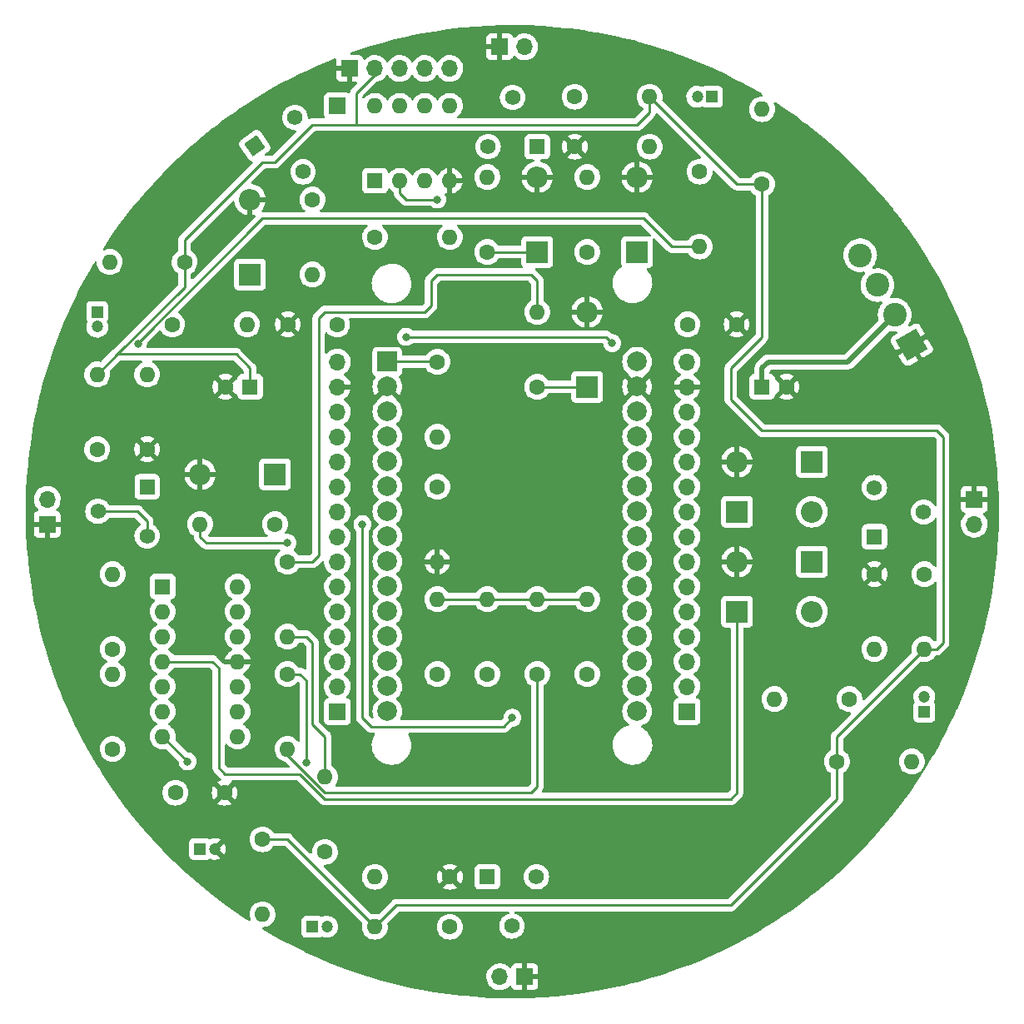
<source format=gbr>
%TF.GenerationSoftware,KiCad,Pcbnew,(6.0.2)*%
%TF.CreationDate,2023-02-05T15:01:36+01:00*%
%TF.ProjectId,Fonometro,466f6e6f-6d65-4747-926f-2e6b69636164,rev?*%
%TF.SameCoordinates,Original*%
%TF.FileFunction,Copper,L2,Bot*%
%TF.FilePolarity,Positive*%
%FSLAX46Y46*%
G04 Gerber Fmt 4.6, Leading zero omitted, Abs format (unit mm)*
G04 Created by KiCad (PCBNEW (6.0.2)) date 2023-02-05 15:01:36*
%MOMM*%
%LPD*%
G01*
G04 APERTURE LIST*
G04 Aperture macros list*
%AMRotRect*
0 Rectangle, with rotation*
0 The origin of the aperture is its center*
0 $1 length*
0 $2 width*
0 $3 Rotation angle, in degrees counterclockwise*
0 Add horizontal line*
21,1,$1,$2,0,0,$3*%
G04 Aperture macros list end*
%TA.AperFunction,ComponentPad*%
%ADD10C,1.600000*%
%TD*%
%TA.AperFunction,ComponentPad*%
%ADD11O,1.600000X1.600000*%
%TD*%
%TA.AperFunction,ComponentPad*%
%ADD12R,1.600000X1.600000*%
%TD*%
%TA.AperFunction,ComponentPad*%
%ADD13R,2.200000X2.200000*%
%TD*%
%TA.AperFunction,ComponentPad*%
%ADD14O,2.200000X2.200000*%
%TD*%
%TA.AperFunction,ComponentPad*%
%ADD15R,1.200000X1.200000*%
%TD*%
%TA.AperFunction,ComponentPad*%
%ADD16C,1.200000*%
%TD*%
%TA.AperFunction,ComponentPad*%
%ADD17R,1.700000X1.700000*%
%TD*%
%TA.AperFunction,ComponentPad*%
%ADD18O,1.700000X1.700000*%
%TD*%
%TA.AperFunction,ComponentPad*%
%ADD19R,1.560000X1.560000*%
%TD*%
%TA.AperFunction,ComponentPad*%
%ADD20C,1.560000*%
%TD*%
%TA.AperFunction,ComponentPad*%
%ADD21RotRect,2.400000X2.400000X120.000000*%
%TD*%
%TA.AperFunction,ComponentPad*%
%ADD22C,2.400000*%
%TD*%
%TA.AperFunction,ComponentPad*%
%ADD23RotRect,1.560000X1.560000X35.000000*%
%TD*%
%TA.AperFunction,ComponentPad*%
%ADD24R,2.000000X2.000000*%
%TD*%
%TA.AperFunction,ComponentPad*%
%ADD25C,2.000000*%
%TD*%
%TA.AperFunction,ViaPad*%
%ADD26C,0.800000*%
%TD*%
%TA.AperFunction,Conductor*%
%ADD27C,0.254000*%
%TD*%
%TA.AperFunction,Conductor*%
%ADD28C,0.508000*%
%TD*%
G04 APERTURE END LIST*
D10*
%TO.P,R36,1*%
%TO.N,D34*%
X154940000Y-70104000D03*
D11*
%TO.P,R36,2*%
%TO.N,MIC 3*%
X154940000Y-62484000D03*
%TD*%
D12*
%TO.P,C7,1*%
%TO.N,+3V3*%
X120650000Y-83820000D03*
D10*
%TO.P,C7,2*%
%TO.N,GND*%
X118150000Y-83820000D03*
%TD*%
%TO.P,R10,1*%
%TO.N,GND*%
X110190000Y-90170000D03*
D11*
%TO.P,R10,2*%
%TO.N,Net-(C1-Pad1)*%
X110190000Y-82550000D03*
%TD*%
D10*
%TO.P,R29,1*%
%TO.N,Net-(R29-Pad1)*%
X133350000Y-68580000D03*
D11*
%TO.P,R29,2*%
%TO.N,Net-(R25-Pad2)*%
X140970000Y-68580000D03*
%TD*%
D10*
%TO.P,R23,1*%
%TO.N,Net-(R19-Pad2)*%
X124460000Y-113025000D03*
D11*
%TO.P,R23,2*%
%TO.N,MIC 3*%
X124460000Y-120645000D03*
%TD*%
D10*
%TO.P,C8,1*%
%TO.N,+3V3*%
X129500000Y-77470000D03*
%TO.P,C8,2*%
%TO.N,GND*%
X124500000Y-77470000D03*
%TD*%
%TO.P,R13,1*%
%TO.N,+3V3*%
X180340000Y-121920000D03*
D11*
%TO.P,R13,2*%
%TO.N,Net-(C3-Pad1)*%
X187960000Y-121920000D03*
%TD*%
D13*
%TO.P,D1,1,K*%
%TO.N,VCC*%
X170180000Y-106680000D03*
D14*
%TO.P,D1,2,A*%
%TO.N,AC L*%
X177800000Y-106680000D03*
%TD*%
D10*
%TO.P,R18,1*%
%TO.N,Net-(C2-Pad1)*%
X166370000Y-61930000D03*
D11*
%TO.P,R18,2*%
%TO.N,Net-(R18-Pad2)*%
X166370000Y-69550000D03*
%TD*%
D10*
%TO.P,R27,1*%
%TO.N,MIC 3*%
X149860000Y-113030000D03*
D11*
%TO.P,R27,2*%
%TO.N,Net-(R25-Pad2)*%
X149860000Y-105410000D03*
%TD*%
D10*
%TO.P,R24,1*%
%TO.N,MIC 4*%
X124460000Y-101600000D03*
D11*
%TO.P,R24,2*%
%TO.N,Net-(R20-Pad2)*%
X124460000Y-109220000D03*
%TD*%
D10*
%TO.P,R31,1*%
%TO.N,Net-(R30-Pad2)*%
X127000000Y-64770000D03*
D11*
%TO.P,R31,2*%
%TO.N,D32*%
X127000000Y-72390000D03*
%TD*%
D15*
%TO.P,C2,1*%
%TO.N,Net-(C2-Pad1)*%
X167640000Y-54310000D03*
D16*
%TO.P,C2,2*%
%TO.N,Net-(C2-Pad2)*%
X166140000Y-54310000D03*
%TD*%
D10*
%TO.P,R20,1*%
%TO.N,Net-(C4-Pad1)*%
X128270000Y-131110000D03*
D11*
%TO.P,R20,2*%
%TO.N,Net-(R20-Pad2)*%
X128270000Y-123490000D03*
%TD*%
D12*
%TO.P,U2,1*%
%TO.N,Net-(R30-Pad2)*%
X133360000Y-62855000D03*
D11*
%TO.P,U2,2,-*%
%TO.N,Net-(R25-Pad2)*%
X135900000Y-62855000D03*
%TO.P,U2,3,+*%
%TO.N,1.65V*%
X138440000Y-62855000D03*
%TO.P,U2,4,V-*%
%TO.N,GND*%
X140980000Y-62855000D03*
%TO.P,U2,5,+*%
%TO.N,Net-(J4-Pad5)*%
X140980000Y-55235000D03*
%TO.P,U2,6,-*%
%TO.N,Net-(U2-Pad6)*%
X138440000Y-55235000D03*
%TO.P,U2,7*%
%TO.N,Net-(J4-Pad3)*%
X135900000Y-55235000D03*
%TO.P,U2,8,V+*%
%TO.N,VCC*%
X133360000Y-55235000D03*
%TD*%
D17*
%TO.P,MK2,1,-*%
%TO.N,GND*%
X146050000Y-49230000D03*
D18*
%TO.P,MK2,2,+*%
%TO.N,Net-(C2-Pad2)*%
X148590000Y-49230000D03*
%TD*%
D10*
%TO.P,R3,1*%
%TO.N,Net-(R3-Pad1)*%
X153670000Y-54310000D03*
D11*
%TO.P,R3,2*%
%TO.N,+3V3*%
X161290000Y-54310000D03*
%TD*%
D17*
%TO.P,J5,1,Pin_1*%
%TO.N,VCC*%
X129540000Y-55245000D03*
%TD*%
D10*
%TO.P,R33,1*%
%TO.N,1.65V*%
X139700000Y-93980000D03*
D11*
%TO.P,R33,2*%
%TO.N,GND*%
X139700000Y-101600000D03*
%TD*%
D10*
%TO.P,R12,1*%
%TO.N,GND*%
X153670000Y-59390000D03*
D11*
%TO.P,R12,2*%
%TO.N,Net-(C2-Pad1)*%
X161290000Y-59390000D03*
%TD*%
D17*
%TO.P,MK4,1,-*%
%TO.N,GND*%
X148590000Y-143810000D03*
D18*
%TO.P,MK4,2,+*%
%TO.N,Net-(C4-Pad2)*%
X146050000Y-143810000D03*
%TD*%
D10*
%TO.P,R14,1*%
%TO.N,GND*%
X184150000Y-102870000D03*
D11*
%TO.P,R14,2*%
%TO.N,Net-(C3-Pad1)*%
X184150000Y-110490000D03*
%TD*%
D19*
%TO.P,R4,1*%
%TO.N,Net-(R3-Pad1)*%
X149860000Y-59390000D03*
D20*
%TO.P,R4,2*%
%TO.N,Net-(C2-Pad2)*%
X147360000Y-54390000D03*
%TO.P,R4,3*%
X144860000Y-59390000D03*
%TD*%
D10*
%TO.P,R37,1*%
%TO.N,D35*%
X149860000Y-83820000D03*
D11*
%TO.P,R37,2*%
%TO.N,MIC 4*%
X149860000Y-76200000D03*
%TD*%
D10*
%TO.P,C6,1*%
%TO.N,VCC*%
X165140000Y-77470000D03*
%TO.P,C6,2*%
%TO.N,GND*%
X170140000Y-77470000D03*
%TD*%
%TO.P,R21,1*%
%TO.N,Net-(R17-Pad2)*%
X106680000Y-110485000D03*
D11*
%TO.P,R21,2*%
%TO.N,MIC 1*%
X106680000Y-102865000D03*
%TD*%
D10*
%TO.P,R35,1*%
%TO.N,D39*%
X144780000Y-70104000D03*
D11*
%TO.P,R35,2*%
%TO.N,MIC 2*%
X144780000Y-62484000D03*
%TD*%
D17*
%TO.P,J4,1,Pin_1*%
%TO.N,GND*%
X130815000Y-51435000D03*
D18*
%TO.P,J4,2,Pin_2*%
%TO.N,+3V3*%
X133355000Y-51435000D03*
%TO.P,J4,3,Pin_3*%
%TO.N,Net-(J4-Pad3)*%
X135895000Y-51435000D03*
%TO.P,J4,4,Pin_4*%
%TO.N,Net-(U2-Pad6)*%
X138435000Y-51435000D03*
%TO.P,J4,5,Pin_5*%
%TO.N,Net-(J4-Pad5)*%
X140975000Y-51435000D03*
%TD*%
D19*
%TO.P,R8,1*%
%TO.N,Net-(R7-Pad1)*%
X144780000Y-133650000D03*
D20*
%TO.P,R8,2*%
%TO.N,Net-(C4-Pad2)*%
X147280000Y-138650000D03*
%TO.P,R8,3*%
X149780000Y-133650000D03*
%TD*%
D15*
%TO.P,C4,1*%
%TO.N,Net-(C4-Pad1)*%
X127000000Y-138730000D03*
D16*
%TO.P,C4,2*%
%TO.N,Net-(C4-Pad2)*%
X128500000Y-138730000D03*
%TD*%
D17*
%TO.P,J2,1,Pin_1*%
%TO.N,D23*%
X129540000Y-116835000D03*
D18*
%TO.P,J2,2,Pin_2*%
%TO.N,D22*%
X129540000Y-114295000D03*
%TO.P,J2,3,Pin_3*%
%TO.N,TX0*%
X129540000Y-111755000D03*
%TO.P,J2,4,Pin_4*%
%TO.N,RX0*%
X129540000Y-109215000D03*
%TO.P,J2,5,Pin_5*%
%TO.N,D21*%
X129540000Y-106675000D03*
%TO.P,J2,6,Pin_6*%
%TO.N,D19*%
X129540000Y-104135000D03*
%TO.P,J2,7,Pin_7*%
%TO.N,D18*%
X129540000Y-101595000D03*
%TO.P,J2,8,Pin_8*%
%TO.N,D5*%
X129540000Y-99055000D03*
%TO.P,J2,9,Pin_9*%
%TO.N,TX2*%
X129540000Y-96515000D03*
%TO.P,J2,10,Pin_10*%
%TO.N,RX2*%
X129540000Y-93975000D03*
%TO.P,J2,11,Pin_11*%
%TO.N,D4*%
X129540000Y-91435000D03*
%TO.P,J2,12,Pin_12*%
%TO.N,D2*%
X129540000Y-88895000D03*
%TO.P,J2,13,Pin_13*%
%TO.N,D15*%
X129540000Y-86355000D03*
%TO.P,J2,14,Pin_14*%
%TO.N,GND*%
X129540000Y-83815000D03*
%TO.P,J2,15,Pin_15*%
%TO.N,+3V3*%
X129540000Y-81275000D03*
%TD*%
D19*
%TO.P,R6,1*%
%TO.N,Net-(R5-Pad1)*%
X184150000Y-99060000D03*
D20*
%TO.P,R6,2*%
%TO.N,Net-(C3-Pad2)*%
X189150000Y-96560000D03*
%TO.P,R6,3*%
X184150000Y-94060000D03*
%TD*%
D13*
%TO.P,D8,1,K*%
%TO.N,D34*%
X160020000Y-70104000D03*
D14*
%TO.P,D8,2,A*%
%TO.N,GND*%
X160020000Y-62484000D03*
%TD*%
D13*
%TO.P,D5,1,K*%
%TO.N,D32*%
X120650000Y-72390000D03*
D14*
%TO.P,D5,2,A*%
%TO.N,GND*%
X120650000Y-64770000D03*
%TD*%
D15*
%TO.P,C1,1*%
%TO.N,Net-(C1-Pad1)*%
X105110000Y-76200000D03*
D16*
%TO.P,C1,2*%
%TO.N,Net-(C1-Pad2)*%
X105110000Y-77700000D03*
%TD*%
D13*
%TO.P,D7,1,K*%
%TO.N,D39*%
X149860000Y-70104000D03*
D14*
%TO.P,D7,2,A*%
%TO.N,GND*%
X149860000Y-62484000D03*
%TD*%
D12*
%TO.P,U1,1*%
%TO.N,MIC 1*%
X111770000Y-104135000D03*
D11*
%TO.P,U1,2,-*%
%TO.N,Net-(R17-Pad2)*%
X111770000Y-106675000D03*
%TO.P,U1,3,+*%
%TO.N,1.65V*%
X111770000Y-109215000D03*
%TO.P,U1,4,V+*%
%TO.N,VCC*%
X111770000Y-111755000D03*
%TO.P,U1,5,+*%
%TO.N,1.65V*%
X111770000Y-114295000D03*
%TO.P,U1,6,-*%
%TO.N,Net-(R18-Pad2)*%
X111770000Y-116835000D03*
%TO.P,U1,7*%
%TO.N,MIC 2*%
X111770000Y-119375000D03*
%TO.P,U1,8*%
%TO.N,MIC 3*%
X119390000Y-119375000D03*
%TO.P,U1,9,-*%
%TO.N,Net-(R19-Pad2)*%
X119390000Y-116835000D03*
%TO.P,U1,10,+*%
%TO.N,1.65V*%
X119390000Y-114295000D03*
%TO.P,U1,11,V-*%
%TO.N,GND*%
X119390000Y-111755000D03*
%TO.P,U1,12,+*%
%TO.N,1.65V*%
X119390000Y-109215000D03*
%TO.P,U1,13,-*%
%TO.N,Net-(R20-Pad2)*%
X119390000Y-106675000D03*
%TO.P,U1,14*%
%TO.N,MIC 4*%
X119390000Y-104135000D03*
%TD*%
D13*
%TO.P,D6,1,K*%
%TO.N,D36*%
X123190000Y-92710000D03*
D14*
%TO.P,D6,2,A*%
%TO.N,GND*%
X115570000Y-92710000D03*
%TD*%
D10*
%TO.P,R9,1*%
%TO.N,+3V3*%
X114000000Y-71120000D03*
D11*
%TO.P,R9,2*%
%TO.N,Net-(C1-Pad1)*%
X106380000Y-71120000D03*
%TD*%
D17*
%TO.P,MK1,1,-*%
%TO.N,GND*%
X100030000Y-97790000D03*
D18*
%TO.P,MK1,2,+*%
%TO.N,Net-(C1-Pad2)*%
X100030000Y-95250000D03*
%TD*%
D19*
%TO.P,R2,1*%
%TO.N,Net-(R1-Pad1)*%
X110190000Y-93980000D03*
D20*
%TO.P,R2,2*%
%TO.N,Net-(C1-Pad2)*%
X105190000Y-96480000D03*
%TO.P,R2,3*%
X110190000Y-98980000D03*
%TD*%
D10*
%TO.P,R17,1*%
%TO.N,Net-(C1-Pad1)*%
X112730000Y-77470000D03*
D11*
%TO.P,R17,2*%
%TO.N,Net-(R17-Pad2)*%
X120350000Y-77470000D03*
%TD*%
D17*
%TO.P,MK3,1,-*%
%TO.N,GND*%
X194310000Y-95250000D03*
D18*
%TO.P,MK3,2,+*%
%TO.N,Net-(C3-Pad2)*%
X194310000Y-97790000D03*
%TD*%
D17*
%TO.P,J1,1,Pin_1*%
%TO.N,EN*%
X165100000Y-116840000D03*
D18*
%TO.P,J1,2,Pin_2*%
%TO.N,D36*%
X165100000Y-114300000D03*
%TO.P,J1,3,Pin_3*%
%TO.N,D39*%
X165100000Y-111760000D03*
%TO.P,J1,4,Pin_4*%
%TO.N,D34*%
X165100000Y-109220000D03*
%TO.P,J1,5,Pin_5*%
%TO.N,D35*%
X165100000Y-106680000D03*
%TO.P,J1,6,Pin_6*%
%TO.N,D32*%
X165100000Y-104140000D03*
%TO.P,J1,7,Pin_7*%
%TO.N,D33*%
X165100000Y-101600000D03*
%TO.P,J1,8,Pin_8*%
%TO.N,D25*%
X165100000Y-99060000D03*
%TO.P,J1,9,Pin_9*%
%TO.N,D26*%
X165100000Y-96520000D03*
%TO.P,J1,10,Pin_10*%
%TO.N,D27*%
X165100000Y-93980000D03*
%TO.P,J1,11,Pin_11*%
%TO.N,D14*%
X165100000Y-91440000D03*
%TO.P,J1,12,Pin_12*%
%TO.N,D12*%
X165100000Y-88900000D03*
%TO.P,J1,13,Pin_13*%
%TO.N,D13*%
X165100000Y-86360000D03*
%TO.P,J1,14,Pin_14*%
%TO.N,GND*%
X165100000Y-83820000D03*
%TO.P,J1,15,Pin_15*%
%TO.N,VCC*%
X165100000Y-81280000D03*
%TD*%
D10*
%TO.P,R25,1*%
%TO.N,MIC 1*%
X139700000Y-113030000D03*
D11*
%TO.P,R25,2*%
%TO.N,Net-(R25-Pad2)*%
X139700000Y-105410000D03*
%TD*%
D13*
%TO.P,D4,1,K*%
%TO.N,AC N*%
X177800000Y-91440000D03*
D14*
%TO.P,D4,2,A*%
%TO.N,GND*%
X170180000Y-91440000D03*
%TD*%
D21*
%TO.P,J3,1,Pin_1*%
%TO.N,GND*%
X187958398Y-79526634D03*
D22*
%TO.P,J3,2,Pin_2*%
%TO.N,VCC*%
X186208398Y-76495545D03*
%TO.P,J3,3,Pin_3*%
%TO.N,AC L*%
X184458398Y-73464456D03*
%TO.P,J3,4,Pin_4*%
%TO.N,AC N*%
X182708398Y-70433367D03*
%TD*%
D23*
%TO.P,R30,1*%
%TO.N,Net-(R29-Pad1)*%
X121127309Y-59289041D03*
D20*
%TO.P,R30,2*%
%TO.N,Net-(R30-Pad2)*%
X126043071Y-61950860D03*
%TO.P,R30,3*%
X125223069Y-56421159D03*
%TD*%
D15*
%TO.P,C3,1*%
%TO.N,Net-(C3-Pad1)*%
X189230000Y-116840000D03*
D16*
%TO.P,C3,2*%
%TO.N,Net-(C3-Pad2)*%
X189230000Y-115340000D03*
%TD*%
D10*
%TO.P,R11,1*%
%TO.N,+3V3*%
X172720000Y-63200000D03*
D11*
%TO.P,R11,2*%
%TO.N,Net-(C2-Pad1)*%
X172720000Y-55580000D03*
%TD*%
D10*
%TO.P,R22,1*%
%TO.N,MIC 2*%
X106680000Y-120645000D03*
D11*
%TO.P,R22,2*%
%TO.N,Net-(R18-Pad2)*%
X106680000Y-113025000D03*
%TD*%
D10*
%TO.P,R19,1*%
%TO.N,Net-(C3-Pad1)*%
X181610000Y-115570000D03*
D11*
%TO.P,R19,2*%
%TO.N,Net-(R19-Pad2)*%
X173990000Y-115570000D03*
%TD*%
D13*
%TO.P,D3,1,K*%
%TO.N,VCC*%
X170180000Y-96520000D03*
D14*
%TO.P,D3,2,A*%
%TO.N,AC N*%
X177800000Y-96520000D03*
%TD*%
D10*
%TO.P,R26,1*%
%TO.N,MIC 2*%
X144780000Y-113030000D03*
D11*
%TO.P,R26,2*%
%TO.N,Net-(R25-Pad2)*%
X144780000Y-105410000D03*
%TD*%
D10*
%TO.P,R34,1*%
%TO.N,D36*%
X123190000Y-97790000D03*
D11*
%TO.P,R34,2*%
%TO.N,MIC 1*%
X115570000Y-97790000D03*
%TD*%
D15*
%TO.P,C9,1*%
%TO.N,1.65V*%
X115570000Y-130810000D03*
D16*
%TO.P,C9,2*%
%TO.N,GND*%
X117070000Y-130810000D03*
%TD*%
D10*
%TO.P,R16,1*%
%TO.N,GND*%
X140970000Y-133650000D03*
D11*
%TO.P,R16,2*%
%TO.N,Net-(C4-Pad1)*%
X133350000Y-133650000D03*
%TD*%
D10*
%TO.P,R32,1*%
%TO.N,+3V3*%
X139700000Y-81280000D03*
D11*
%TO.P,R32,2*%
%TO.N,1.65V*%
X139700000Y-88900000D03*
%TD*%
D10*
%TO.P,R7,1*%
%TO.N,Net-(R7-Pad1)*%
X140970000Y-138730000D03*
D11*
%TO.P,R7,2*%
%TO.N,+3V3*%
X133350000Y-138730000D03*
%TD*%
D13*
%TO.P,D9,1,K*%
%TO.N,D35*%
X154940000Y-83820000D03*
D14*
%TO.P,D9,2,A*%
%TO.N,GND*%
X154940000Y-76200000D03*
%TD*%
D10*
%TO.P,R28,1*%
%TO.N,MIC 4*%
X154940000Y-113030000D03*
D11*
%TO.P,R28,2*%
%TO.N,Net-(R25-Pad2)*%
X154940000Y-105410000D03*
%TD*%
D13*
%TO.P,D2,1,K*%
%TO.N,AC L*%
X177800000Y-101600000D03*
D14*
%TO.P,D2,2,A*%
%TO.N,GND*%
X170180000Y-101600000D03*
%TD*%
D12*
%TO.P,C5,1*%
%TO.N,VCC*%
X172720000Y-83820000D03*
D10*
%TO.P,C5,2*%
%TO.N,GND*%
X175220000Y-83820000D03*
%TD*%
%TO.P,R1,1*%
%TO.N,Net-(R1-Pad1)*%
X105110000Y-90170000D03*
D11*
%TO.P,R1,2*%
%TO.N,+3V3*%
X105110000Y-82550000D03*
%TD*%
D10*
%TO.P,R15,1*%
%TO.N,+3V3*%
X121920000Y-129840000D03*
D11*
%TO.P,R15,2*%
%TO.N,Net-(C4-Pad1)*%
X121920000Y-137460000D03*
%TD*%
D24*
%TO.P,U3,1,3V3*%
%TO.N,+3V3*%
X134620000Y-81259000D03*
D25*
%TO.P,U3,2,GND*%
%TO.N,GND*%
X134620000Y-83799000D03*
%TO.P,U3,3,D15*%
%TO.N,D15*%
X134620000Y-86339000D03*
%TO.P,U3,4,D2*%
%TO.N,D2*%
X134620000Y-88879000D03*
%TO.P,U3,5,D4*%
%TO.N,D4*%
X134620000Y-91419000D03*
%TO.P,U3,6,RX2*%
%TO.N,RX2*%
X134620000Y-93959000D03*
%TO.P,U3,7,TX2*%
%TO.N,TX2*%
X134620000Y-96499000D03*
%TO.P,U3,8,D5*%
%TO.N,D5*%
X134620000Y-99039000D03*
%TO.P,U3,9,D18*%
%TO.N,D18*%
X134620000Y-101579000D03*
%TO.P,U3,10,D19*%
%TO.N,D19*%
X134620000Y-104119000D03*
%TO.P,U3,11,D21*%
%TO.N,D21*%
X134620000Y-106659000D03*
%TO.P,U3,12,RX0*%
%TO.N,RX0*%
X134620000Y-109199000D03*
%TO.P,U3,13,TX0*%
%TO.N,TX0*%
X134620000Y-111739000D03*
%TO.P,U3,14,D22*%
%TO.N,D22*%
X134620000Y-114279000D03*
%TO.P,U3,15,D23*%
%TO.N,D23*%
X134620000Y-116819000D03*
%TO.P,U3,16,EN*%
%TO.N,EN*%
X160020000Y-116819000D03*
%TO.P,U3,17,VP*%
%TO.N,D36*%
X160020000Y-114279000D03*
%TO.P,U3,18,VN*%
%TO.N,D39*%
X160020000Y-111739000D03*
%TO.P,U3,19,D34*%
%TO.N,D34*%
X160020000Y-109199000D03*
%TO.P,U3,20,D35*%
%TO.N,D35*%
X160020000Y-106659000D03*
%TO.P,U3,21,D32*%
%TO.N,D32*%
X160020000Y-104119000D03*
%TO.P,U3,22,D33*%
%TO.N,D33*%
X160020000Y-101579000D03*
%TO.P,U3,23,D25*%
%TO.N,D25*%
X160020000Y-99039000D03*
%TO.P,U3,24,D26*%
%TO.N,D26*%
X160020000Y-96499000D03*
%TO.P,U3,25,D27*%
%TO.N,D27*%
X160020000Y-93959000D03*
%TO.P,U3,26,D14*%
%TO.N,D14*%
X160020000Y-91419000D03*
%TO.P,U3,27,D12*%
%TO.N,D12*%
X160020000Y-88879000D03*
%TO.P,U3,28,D13*%
%TO.N,D13*%
X160020000Y-86339000D03*
%TO.P,U3,29,GND*%
%TO.N,GND*%
X160020000Y-83799000D03*
%TO.P,U3,30,VIN*%
%TO.N,VCC*%
X160020000Y-81259000D03*
%TD*%
D10*
%TO.P,C10,1*%
%TO.N,1.65V*%
X113070000Y-125095000D03*
%TO.P,C10,2*%
%TO.N,GND*%
X118070000Y-125095000D03*
%TD*%
%TO.P,R5,1*%
%TO.N,Net-(R5-Pad1)*%
X189230000Y-102870000D03*
D11*
%TO.P,R5,2*%
%TO.N,+3V3*%
X189230000Y-110490000D03*
%TD*%
D26*
%TO.N,D36*%
X132080000Y-97790000D03*
X147320000Y-117475000D03*
%TO.N,D32*%
X136525000Y-78740000D03*
X157480000Y-79375000D03*
%TO.N,Net-(R18-Pad2)*%
X109266214Y-79421214D03*
%TO.N,Net-(R19-Pad2)*%
X126365000Y-122011500D03*
%TO.N,MIC 1*%
X124460000Y-99695000D03*
%TO.N,MIC 2*%
X114300000Y-121920000D03*
%TO.N,Net-(R25-Pad2)*%
X139700000Y-64770000D03*
%TD*%
D27*
%TO.N,Net-(C1-Pad2)*%
X110190000Y-97490000D02*
X109180000Y-96480000D01*
X110190000Y-98980000D02*
X110190000Y-97490000D01*
X109180000Y-96480000D02*
X105190000Y-96480000D01*
%TO.N,VCC*%
X117475000Y-122555000D02*
X118110000Y-123190000D01*
D28*
X181423943Y-81280000D02*
X173355000Y-81280000D01*
D27*
X169545000Y-125730000D02*
X170180000Y-125095000D01*
D28*
X186208398Y-76495545D02*
X181423943Y-81280000D01*
D27*
X116835000Y-111755000D02*
X117475000Y-112395000D01*
X170180000Y-125095000D02*
X170180000Y-106680000D01*
X118110000Y-123190000D02*
X125730000Y-123190000D01*
X128270000Y-125730000D02*
X169545000Y-125730000D01*
D28*
X173355000Y-81280000D02*
X172720000Y-81915000D01*
D27*
X117475000Y-112395000D02*
X117475000Y-122555000D01*
D28*
X172720000Y-81915000D02*
X172720000Y-83820000D01*
D27*
X111770000Y-111755000D02*
X116835000Y-111755000D01*
X125730000Y-123190000D02*
X128270000Y-125730000D01*
%TO.N,+3V3*%
X190500000Y-88265000D02*
X191135000Y-88900000D01*
X133355000Y-52065000D02*
X131445000Y-53975000D01*
X133350000Y-138730000D02*
X135555000Y-136525000D01*
X114000000Y-73660000D02*
X107165000Y-80495000D01*
X191135000Y-88900000D02*
X191135000Y-109855000D01*
X107165000Y-80495000D02*
X105110000Y-82550000D01*
X107165000Y-80495000D02*
X119230000Y-80495000D01*
X114000000Y-71120000D02*
X114000000Y-73660000D01*
X170180000Y-63200000D02*
X161290000Y-54310000D01*
X191135000Y-109855000D02*
X190500000Y-110490000D01*
X180340000Y-125730000D02*
X170815000Y-135255000D01*
X172720000Y-63200000D02*
X172720000Y-78740000D01*
X120650000Y-81915000D02*
X120650000Y-83820000D01*
X123190000Y-60960000D02*
X127000000Y-57150000D01*
X131445000Y-53975000D02*
X131445000Y-57150000D01*
X180340000Y-121920000D02*
X180340000Y-125730000D01*
X180340000Y-121920000D02*
X180340000Y-119380000D01*
X121920000Y-60960000D02*
X123190000Y-60960000D01*
X170815000Y-135255000D02*
X169545000Y-136525000D01*
X133355000Y-51435000D02*
X133355000Y-52065000D01*
X114000000Y-71120000D02*
X114000000Y-68880000D01*
X119230000Y-80495000D02*
X120650000Y-81915000D01*
X172720000Y-78740000D02*
X169545000Y-81915000D01*
X169545000Y-136525000D02*
X135890000Y-136525000D01*
X169545000Y-81915000D02*
X169545000Y-85090000D01*
X190500000Y-110490000D02*
X189230000Y-110490000D01*
X160020000Y-57150000D02*
X161290000Y-55880000D01*
X127000000Y-57150000D02*
X131445000Y-57150000D01*
X161290000Y-55880000D02*
X161290000Y-54310000D01*
X131445000Y-57150000D02*
X160020000Y-57150000D01*
X114000000Y-68880000D02*
X121920000Y-60960000D01*
X121920000Y-129840000D02*
X124460000Y-129840000D01*
X139679000Y-81259000D02*
X139700000Y-81280000D01*
X180340000Y-119380000D02*
X189230000Y-110490000D01*
X172720000Y-88265000D02*
X190500000Y-88265000D01*
X135555000Y-136525000D02*
X135890000Y-136525000D01*
X134620000Y-81259000D02*
X139679000Y-81259000D01*
X169545000Y-85090000D02*
X172720000Y-88265000D01*
X124460000Y-129840000D02*
X133350000Y-138730000D01*
X172720000Y-63200000D02*
X170180000Y-63200000D01*
%TO.N,D36*%
X132080000Y-117475000D02*
X132080000Y-97790000D01*
X146422521Y-118372479D02*
X132977479Y-118372479D01*
X132977479Y-118372479D02*
X132080000Y-117475000D01*
X147320000Y-117475000D02*
X146422521Y-118372479D01*
%TO.N,D39*%
X149860000Y-70104000D02*
X144780000Y-70104000D01*
%TO.N,D35*%
X149860000Y-83820000D02*
X154940000Y-83820000D01*
%TO.N,D32*%
X136525000Y-78740000D02*
X156845000Y-78740000D01*
X156845000Y-78740000D02*
X157480000Y-79375000D01*
%TO.N,Net-(R18-Pad2)*%
X109266214Y-79421214D02*
X109266214Y-79328786D01*
X121920000Y-66675000D02*
X160655000Y-66675000D01*
X160655000Y-66675000D02*
X163530000Y-69550000D01*
X163530000Y-69550000D02*
X166370000Y-69550000D01*
X109266214Y-79328786D02*
X121920000Y-66675000D01*
%TO.N,Net-(R19-Pad2)*%
X124460000Y-113025000D02*
X125725000Y-113025000D01*
X126365000Y-113665000D02*
X126365000Y-122011500D01*
X125725000Y-113025000D02*
X126365000Y-113665000D01*
%TO.N,Net-(R20-Pad2)*%
X128270000Y-119380000D02*
X127000000Y-118110000D01*
X128270000Y-123490000D02*
X128270000Y-119380000D01*
X127000000Y-109855000D02*
X126365000Y-109220000D01*
X127000000Y-118110000D02*
X127000000Y-109855000D01*
X126365000Y-109220000D02*
X124460000Y-109220000D01*
%TO.N,MIC 1*%
X115570000Y-99060000D02*
X115570000Y-97790000D01*
X116205000Y-99695000D02*
X115570000Y-99060000D01*
X124460000Y-99695000D02*
X116205000Y-99695000D01*
%TO.N,MIC 2*%
X114300000Y-121905000D02*
X111770000Y-119375000D01*
X114300000Y-121920000D02*
X114300000Y-121905000D01*
%TO.N,MIC 3*%
X124460000Y-121273128D02*
X128281872Y-125095000D01*
X149225000Y-125095000D02*
X149860000Y-124460000D01*
X128281872Y-125095000D02*
X149225000Y-125095000D01*
X149860000Y-124460000D02*
X149860000Y-113030000D01*
X124460000Y-120645000D02*
X124460000Y-121273128D01*
%TO.N,MIC 4*%
X149860000Y-76200000D02*
X149860000Y-73025000D01*
X139065000Y-75565000D02*
X138430000Y-76200000D01*
X127635000Y-76835000D02*
X127635000Y-100965000D01*
X127000000Y-101600000D02*
X124460000Y-101600000D01*
X127635000Y-100965000D02*
X127000000Y-101600000D01*
X138430000Y-76200000D02*
X128270000Y-76200000D01*
X128270000Y-76200000D02*
X127635000Y-76835000D01*
X149860000Y-73025000D02*
X149225000Y-72390000D01*
X139065000Y-73025000D02*
X139065000Y-75565000D01*
X139700000Y-72390000D02*
X139065000Y-73025000D01*
X149225000Y-72390000D02*
X139700000Y-72390000D01*
%TO.N,Net-(R25-Pad2)*%
X144780000Y-105410000D02*
X149860000Y-105410000D01*
X135900000Y-62855000D02*
X135900000Y-64145000D01*
X139700000Y-105410000D02*
X144780000Y-105410000D01*
X136525000Y-64770000D02*
X139700000Y-64770000D01*
X149860000Y-105410000D02*
X154940000Y-105410000D01*
X135900000Y-64145000D02*
X136525000Y-64770000D01*
%TD*%
%TA.AperFunction,Conductor*%
%TO.N,GND*%
G36*
X147667279Y-47029243D02*
G01*
X148073821Y-47037759D01*
X149045459Y-47058112D01*
X149048975Y-47058234D01*
X150135071Y-47111353D01*
X150425880Y-47125576D01*
X150429376Y-47125795D01*
X151803862Y-47231556D01*
X151807317Y-47231871D01*
X152851700Y-47341640D01*
X153178317Y-47375969D01*
X153181812Y-47376386D01*
X154548208Y-47558703D01*
X154551665Y-47559213D01*
X155201059Y-47664392D01*
X155912460Y-47779614D01*
X155915925Y-47780225D01*
X157270000Y-48038529D01*
X157273447Y-48039236D01*
X158038895Y-48207530D01*
X158619868Y-48335265D01*
X158623248Y-48336059D01*
X159197810Y-48479313D01*
X159960819Y-48669553D01*
X159964221Y-48670452D01*
X161291938Y-49041157D01*
X161295313Y-49042150D01*
X162612172Y-49449786D01*
X162615518Y-49450873D01*
X163440769Y-49731811D01*
X163772132Y-49844616D01*
X163920501Y-49895125D01*
X163923784Y-49896294D01*
X164661599Y-50170684D01*
X165215898Y-50376826D01*
X165219178Y-50378099D01*
X166497270Y-50894482D01*
X166500514Y-50895845D01*
X167763805Y-51447763D01*
X167766938Y-51449185D01*
X169014280Y-52036139D01*
X169017390Y-52037655D01*
X169752405Y-52408938D01*
X170247875Y-52659218D01*
X170250993Y-52660848D01*
X170487204Y-52788567D01*
X171463636Y-53316522D01*
X171466677Y-53318223D01*
X172652814Y-54003039D01*
X172660489Y-54007470D01*
X172663512Y-54009272D01*
X172712110Y-54039170D01*
X172759649Y-54091901D01*
X172771133Y-54161962D01*
X172742916Y-54227111D01*
X172683956Y-54266662D01*
X172657070Y-54272008D01*
X172621450Y-54275124D01*
X172497394Y-54285977D01*
X172497389Y-54285978D01*
X172491913Y-54286457D01*
X172486600Y-54287881D01*
X172486598Y-54287881D01*
X172276067Y-54344293D01*
X172276065Y-54344294D01*
X172270757Y-54345716D01*
X172265776Y-54348039D01*
X172265775Y-54348039D01*
X172068238Y-54440151D01*
X172068233Y-54440154D01*
X172063251Y-54442477D01*
X172019273Y-54473271D01*
X171880211Y-54570643D01*
X171880208Y-54570645D01*
X171875700Y-54573802D01*
X171713802Y-54735700D01*
X171710645Y-54740208D01*
X171710643Y-54740211D01*
X171675033Y-54791067D01*
X171582477Y-54923251D01*
X171580154Y-54928233D01*
X171580151Y-54928238D01*
X171515465Y-55066960D01*
X171485716Y-55130757D01*
X171484294Y-55136065D01*
X171484293Y-55136067D01*
X171427881Y-55346598D01*
X171426457Y-55351913D01*
X171406502Y-55580000D01*
X171426457Y-55808087D01*
X171427881Y-55813400D01*
X171427881Y-55813402D01*
X171451118Y-55900121D01*
X171485716Y-56029243D01*
X171488039Y-56034224D01*
X171488039Y-56034225D01*
X171580151Y-56231762D01*
X171580154Y-56231767D01*
X171582477Y-56236749D01*
X171625286Y-56297886D01*
X171680868Y-56377265D01*
X171713802Y-56424300D01*
X171875700Y-56586198D01*
X171880208Y-56589355D01*
X171880211Y-56589357D01*
X171896788Y-56600964D01*
X172063251Y-56717523D01*
X172068233Y-56719846D01*
X172068238Y-56719849D01*
X172265775Y-56811961D01*
X172270757Y-56814284D01*
X172276065Y-56815706D01*
X172276067Y-56815707D01*
X172486598Y-56872119D01*
X172486600Y-56872119D01*
X172491913Y-56873543D01*
X172720000Y-56893498D01*
X172948087Y-56873543D01*
X172953400Y-56872119D01*
X172953402Y-56872119D01*
X173163933Y-56815707D01*
X173163935Y-56815706D01*
X173169243Y-56814284D01*
X173174225Y-56811961D01*
X173371762Y-56719849D01*
X173371767Y-56719846D01*
X173376749Y-56717523D01*
X173543212Y-56600964D01*
X173559789Y-56589357D01*
X173559792Y-56589355D01*
X173564300Y-56586198D01*
X173726198Y-56424300D01*
X173759133Y-56377265D01*
X173814714Y-56297886D01*
X173857523Y-56236749D01*
X173859846Y-56231767D01*
X173859849Y-56231762D01*
X173951961Y-56034225D01*
X173951961Y-56034224D01*
X173954284Y-56029243D01*
X173988883Y-55900121D01*
X174012119Y-55813402D01*
X174012119Y-55813400D01*
X174013543Y-55808087D01*
X174033498Y-55580000D01*
X174013543Y-55351913D01*
X174012119Y-55346598D01*
X173955707Y-55136067D01*
X173955706Y-55136065D01*
X173954284Y-55130757D01*
X173924535Y-55066959D01*
X173913874Y-54996768D01*
X173942854Y-54931956D01*
X174002274Y-54893099D01*
X174073268Y-54892536D01*
X174107723Y-54908278D01*
X174994089Y-55488300D01*
X174997006Y-55490267D01*
X175461937Y-55813402D01*
X176129004Y-56277026D01*
X176131815Y-56279038D01*
X176964598Y-56893019D01*
X177241430Y-57097117D01*
X177244232Y-57099245D01*
X178215439Y-57858034D01*
X178330476Y-57947911D01*
X178333209Y-57950108D01*
X178584555Y-58158039D01*
X179395397Y-58828827D01*
X179398077Y-58831108D01*
X179773865Y-59160085D01*
X180390239Y-59699679D01*
X180435277Y-59739107D01*
X180437881Y-59741451D01*
X181443428Y-60672598D01*
X181449351Y-60678083D01*
X181451895Y-60680505D01*
X181655609Y-60879997D01*
X182436829Y-61645024D01*
X182439308Y-61647521D01*
X183396906Y-62639143D01*
X183399312Y-62641705D01*
X183904105Y-63194525D01*
X184328835Y-63659663D01*
X184331171Y-63662294D01*
X185231911Y-64705811D01*
X185234173Y-64708506D01*
X186101784Y-65772301D01*
X186105444Y-65776789D01*
X186107621Y-65779536D01*
X186325940Y-66063029D01*
X186948730Y-66871739D01*
X186950837Y-66874556D01*
X187761102Y-67989791D01*
X187763130Y-67992666D01*
X188541950Y-69130102D01*
X188543897Y-69133033D01*
X189290636Y-70291747D01*
X189292501Y-70294731D01*
X190006616Y-71473873D01*
X190008396Y-71476907D01*
X190177670Y-71774883D01*
X190686505Y-72670594D01*
X190689308Y-72675529D01*
X190690992Y-72678594D01*
X190886081Y-73045502D01*
X191338155Y-73895730D01*
X191339764Y-73898859D01*
X191952716Y-75133643D01*
X191954236Y-75136816D01*
X192033033Y-75307347D01*
X192524937Y-76371923D01*
X192532454Y-76388192D01*
X192533875Y-76391383D01*
X193012244Y-77507504D01*
X193076936Y-77658441D01*
X193078276Y-77661692D01*
X193383227Y-78431910D01*
X193585749Y-78943422D01*
X193586998Y-78946712D01*
X194058475Y-80242086D01*
X194059632Y-80245408D01*
X194494757Y-81553438D01*
X194495821Y-81556792D01*
X194894253Y-82876464D01*
X194895223Y-82879846D01*
X195090176Y-83597393D01*
X195250856Y-84188790D01*
X195256657Y-84210143D01*
X195257532Y-84213551D01*
X195581674Y-85553395D01*
X195582454Y-85556826D01*
X195697373Y-86097476D01*
X195860825Y-86866453D01*
X195869071Y-86905249D01*
X195869751Y-86908688D01*
X196115605Y-88248238D01*
X196118597Y-88264541D01*
X196119180Y-88267987D01*
X196213673Y-88878375D01*
X196330081Y-89630329D01*
X196330570Y-89633813D01*
X196503338Y-91001408D01*
X196503731Y-91004904D01*
X196633378Y-92327137D01*
X196638255Y-92376879D01*
X196638548Y-92380369D01*
X196680608Y-92981870D01*
X196734708Y-93755541D01*
X196734904Y-93759054D01*
X196792629Y-95136317D01*
X196792728Y-95139834D01*
X196811975Y-96518241D01*
X196811975Y-96521759D01*
X196792728Y-97900166D01*
X196792629Y-97903683D01*
X196734904Y-99280946D01*
X196734708Y-99284459D01*
X196685242Y-99991869D01*
X196642852Y-100598084D01*
X196638549Y-100659614D01*
X196638257Y-100663099D01*
X196519772Y-101871497D01*
X196503731Y-102035096D01*
X196503338Y-102038592D01*
X196330570Y-103406187D01*
X196330081Y-103409671D01*
X196255768Y-103889707D01*
X196120251Y-104765099D01*
X196119184Y-104771990D01*
X196118601Y-104775435D01*
X195882516Y-106061762D01*
X195869754Y-106131299D01*
X195869074Y-106134738D01*
X195801565Y-106452342D01*
X195582454Y-107483174D01*
X195581674Y-107486605D01*
X195408932Y-108200635D01*
X195278541Y-108739610D01*
X195257532Y-108826449D01*
X195256657Y-108829857D01*
X194895223Y-110160154D01*
X194894253Y-110163536D01*
X194495821Y-111483208D01*
X194494757Y-111486562D01*
X194059632Y-112794592D01*
X194058475Y-112797914D01*
X193586998Y-114093288D01*
X193585749Y-114096578D01*
X193519191Y-114264684D01*
X193155411Y-115183489D01*
X193078277Y-115378306D01*
X193076937Y-115381556D01*
X192549401Y-116612393D01*
X192533885Y-116648594D01*
X192532464Y-116651785D01*
X192240227Y-117284243D01*
X191954236Y-117903184D01*
X191952716Y-117906357D01*
X191339764Y-119141141D01*
X191338155Y-119144270D01*
X191014226Y-119753493D01*
X190711076Y-120323636D01*
X190691003Y-120361387D01*
X190689318Y-120364452D01*
X190285274Y-121075700D01*
X190008396Y-121563093D01*
X190006616Y-121566127D01*
X189292501Y-122745269D01*
X189290636Y-122748253D01*
X188543897Y-123906967D01*
X188541950Y-123909898D01*
X187763130Y-125047334D01*
X187761102Y-125050209D01*
X186950837Y-126165444D01*
X186948730Y-126168261D01*
X186107630Y-127260453D01*
X186105444Y-127263211D01*
X185234173Y-128331494D01*
X185231911Y-128334189D01*
X184331171Y-129377706D01*
X184328835Y-129380337D01*
X184274132Y-129440244D01*
X183547996Y-130235465D01*
X183399314Y-130398292D01*
X183396906Y-130400857D01*
X182439308Y-131392479D01*
X182436829Y-131394976D01*
X182274508Y-131553933D01*
X181454385Y-132357057D01*
X181451899Y-132359491D01*
X181449355Y-132361913D01*
X180456606Y-133281210D01*
X180437892Y-133298539D01*
X180435289Y-133300882D01*
X180286794Y-133430880D01*
X179398077Y-134208892D01*
X179395397Y-134211173D01*
X178858493Y-134655339D01*
X178456908Y-134987560D01*
X178333218Y-135089885D01*
X178330485Y-135092082D01*
X177781127Y-135521287D01*
X177244232Y-135940755D01*
X177241430Y-135942883D01*
X176131815Y-136760962D01*
X176129004Y-136762974D01*
X175552897Y-137163379D01*
X174997006Y-137549733D01*
X174994089Y-137551700D01*
X173840626Y-138306505D01*
X173837655Y-138308391D01*
X173143440Y-138735475D01*
X172711601Y-139001144D01*
X172663511Y-139030729D01*
X172660499Y-139032524D01*
X171469408Y-139720201D01*
X171466692Y-139721769D01*
X171463636Y-139723478D01*
X170851054Y-140054700D01*
X170250993Y-140379152D01*
X170247875Y-140380782D01*
X169017390Y-141002345D01*
X169014280Y-141003861D01*
X167766938Y-141590815D01*
X167763805Y-141592237D01*
X167011857Y-141920755D01*
X166500514Y-142144155D01*
X166497270Y-142145518D01*
X165219178Y-142661901D01*
X165215898Y-142663174D01*
X165099799Y-142706351D01*
X163923784Y-143143706D01*
X163920512Y-143144871D01*
X163649728Y-143237053D01*
X162615518Y-143589127D01*
X162612172Y-143590214D01*
X161295313Y-143997850D01*
X161291938Y-143998843D01*
X159964221Y-144369548D01*
X159960819Y-144370447D01*
X159392774Y-144512077D01*
X158623248Y-144703941D01*
X158619868Y-144704735D01*
X158050511Y-144829916D01*
X157273447Y-145000764D01*
X157270000Y-145001471D01*
X155915925Y-145259775D01*
X155912460Y-145260386D01*
X155315213Y-145357119D01*
X154551665Y-145480787D01*
X154548208Y-145481297D01*
X153831101Y-145576980D01*
X153181810Y-145663614D01*
X153178314Y-145664031D01*
X151807317Y-145808129D01*
X151803862Y-145808444D01*
X150429376Y-145914205D01*
X150425880Y-145914424D01*
X150135071Y-145928647D01*
X149048975Y-145981766D01*
X149045459Y-145981888D01*
X148073821Y-146002241D01*
X147667279Y-146010757D01*
X147663785Y-146010782D01*
X147013393Y-146006241D01*
X146285265Y-146001158D01*
X146281748Y-146001084D01*
X144904083Y-145952974D01*
X144900568Y-145952802D01*
X143524775Y-145866245D01*
X143521267Y-145865975D01*
X142503361Y-145773339D01*
X142148449Y-145741039D01*
X142144964Y-145740674D01*
X140776080Y-145577444D01*
X140772606Y-145576980D01*
X139408901Y-145375605D01*
X139405473Y-145375050D01*
X138047830Y-145135662D01*
X138044375Y-145135002D01*
X137524492Y-145028285D01*
X136694056Y-144857820D01*
X136690622Y-144857066D01*
X135348522Y-144542279D01*
X135345108Y-144541428D01*
X134012329Y-144189293D01*
X134008940Y-144188347D01*
X132686485Y-143799128D01*
X132683124Y-143798087D01*
X132617287Y-143776695D01*
X144687251Y-143776695D01*
X144700110Y-143999715D01*
X144701247Y-144004761D01*
X144701248Y-144004767D01*
X144715606Y-144068475D01*
X144749222Y-144217639D01*
X144833266Y-144424616D01*
X144949987Y-144615088D01*
X145096250Y-144783938D01*
X145268126Y-144926632D01*
X145461000Y-145039338D01*
X145669692Y-145119030D01*
X145674760Y-145120061D01*
X145674763Y-145120062D01*
X145748196Y-145135002D01*
X145888597Y-145163567D01*
X145893772Y-145163757D01*
X145893774Y-145163757D01*
X146106673Y-145171564D01*
X146106677Y-145171564D01*
X146111837Y-145171753D01*
X146116957Y-145171097D01*
X146116959Y-145171097D01*
X146328288Y-145144025D01*
X146328289Y-145144025D01*
X146333416Y-145143368D01*
X146338366Y-145141883D01*
X146542429Y-145080661D01*
X146542434Y-145080659D01*
X146547384Y-145079174D01*
X146747994Y-144980896D01*
X146929860Y-144851173D01*
X146997331Y-144783938D01*
X147038479Y-144742933D01*
X147100851Y-144709017D01*
X147171658Y-144714205D01*
X147228419Y-144756851D01*
X147245401Y-144787954D01*
X147286676Y-144898054D01*
X147295214Y-144913649D01*
X147371715Y-145015724D01*
X147384276Y-145028285D01*
X147486351Y-145104786D01*
X147501946Y-145113324D01*
X147622394Y-145158478D01*
X147637649Y-145162105D01*
X147688514Y-145167631D01*
X147695328Y-145168000D01*
X148317885Y-145168000D01*
X148333124Y-145163525D01*
X148334329Y-145162135D01*
X148336000Y-145154452D01*
X148336000Y-145149884D01*
X148844000Y-145149884D01*
X148848475Y-145165123D01*
X148849865Y-145166328D01*
X148857548Y-145167999D01*
X149484669Y-145167999D01*
X149491490Y-145167629D01*
X149542352Y-145162105D01*
X149557604Y-145158479D01*
X149678054Y-145113324D01*
X149693649Y-145104786D01*
X149795724Y-145028285D01*
X149808285Y-145015724D01*
X149884786Y-144913649D01*
X149893324Y-144898054D01*
X149938478Y-144777606D01*
X149942105Y-144762351D01*
X149947631Y-144711486D01*
X149948000Y-144704672D01*
X149948000Y-144082115D01*
X149943525Y-144066876D01*
X149942135Y-144065671D01*
X149934452Y-144064000D01*
X148862115Y-144064000D01*
X148846876Y-144068475D01*
X148845671Y-144069865D01*
X148844000Y-144077548D01*
X148844000Y-145149884D01*
X148336000Y-145149884D01*
X148336000Y-143537885D01*
X148844000Y-143537885D01*
X148848475Y-143553124D01*
X148849865Y-143554329D01*
X148857548Y-143556000D01*
X149929884Y-143556000D01*
X149945123Y-143551525D01*
X149946328Y-143550135D01*
X149947999Y-143542452D01*
X149947999Y-142915331D01*
X149947629Y-142908510D01*
X149942105Y-142857648D01*
X149938479Y-142842396D01*
X149893324Y-142721946D01*
X149884786Y-142706351D01*
X149808285Y-142604276D01*
X149795724Y-142591715D01*
X149693649Y-142515214D01*
X149678054Y-142506676D01*
X149557606Y-142461522D01*
X149542351Y-142457895D01*
X149491486Y-142452369D01*
X149484672Y-142452000D01*
X148862115Y-142452000D01*
X148846876Y-142456475D01*
X148845671Y-142457865D01*
X148844000Y-142465548D01*
X148844000Y-143537885D01*
X148336000Y-143537885D01*
X148336000Y-142470116D01*
X148331525Y-142454877D01*
X148330135Y-142453672D01*
X148322452Y-142452001D01*
X147695331Y-142452001D01*
X147688510Y-142452371D01*
X147637648Y-142457895D01*
X147622396Y-142461521D01*
X147501946Y-142506676D01*
X147486351Y-142515214D01*
X147384276Y-142591715D01*
X147371715Y-142604276D01*
X147295214Y-142706351D01*
X147286676Y-142721946D01*
X147245297Y-142832322D01*
X147202655Y-142889087D01*
X147136093Y-142913786D01*
X147066744Y-142898578D01*
X147034121Y-142872891D01*
X146983151Y-142816876D01*
X146983148Y-142816873D01*
X146979670Y-142813051D01*
X146975619Y-142809852D01*
X146975615Y-142809848D01*
X146808414Y-142677800D01*
X146808410Y-142677798D01*
X146804359Y-142674598D01*
X146783665Y-142663174D01*
X146676970Y-142604276D01*
X146608789Y-142566638D01*
X146603920Y-142564914D01*
X146603916Y-142564912D01*
X146403087Y-142493795D01*
X146403083Y-142493794D01*
X146398212Y-142492069D01*
X146393119Y-142491162D01*
X146393116Y-142491161D01*
X146183373Y-142453800D01*
X146183367Y-142453799D01*
X146178284Y-142452894D01*
X146104452Y-142451992D01*
X145960081Y-142450228D01*
X145960079Y-142450228D01*
X145954911Y-142450165D01*
X145734091Y-142483955D01*
X145521756Y-142553357D01*
X145323607Y-142656507D01*
X145319474Y-142659610D01*
X145319471Y-142659612D01*
X145236450Y-142721946D01*
X145144965Y-142790635D01*
X145105128Y-142832322D01*
X145032847Y-142907960D01*
X144990629Y-142952138D01*
X144864743Y-143136680D01*
X144770688Y-143339305D01*
X144710989Y-143554570D01*
X144687251Y-143776695D01*
X132617287Y-143776695D01*
X132041742Y-143589689D01*
X131372098Y-143372108D01*
X131368767Y-143370974D01*
X130070146Y-142908556D01*
X130066848Y-142907330D01*
X128781608Y-142408818D01*
X128778346Y-142407500D01*
X127507534Y-141873300D01*
X127504310Y-141871891D01*
X126248929Y-141302425D01*
X126245758Y-141300933D01*
X126212626Y-141284773D01*
X125006754Y-140696630D01*
X125003614Y-140695044D01*
X123781951Y-140056374D01*
X123778856Y-140054700D01*
X122575541Y-139382190D01*
X122572494Y-139380431D01*
X122568641Y-139378134D01*
X125891500Y-139378134D01*
X125898255Y-139440316D01*
X125949385Y-139576705D01*
X126036739Y-139693261D01*
X126153295Y-139780615D01*
X126289684Y-139831745D01*
X126351866Y-139838500D01*
X127648134Y-139838500D01*
X127710316Y-139831745D01*
X127846705Y-139780615D01*
X127894162Y-139745048D01*
X127960666Y-139720201D01*
X128019463Y-139730108D01*
X128150671Y-139786480D01*
X128150680Y-139786483D01*
X128155987Y-139788763D01*
X128228817Y-139805243D01*
X128349055Y-139832450D01*
X128349060Y-139832451D01*
X128354692Y-139833725D01*
X128360463Y-139833952D01*
X128360465Y-139833952D01*
X128423470Y-139836427D01*
X128558263Y-139841723D01*
X128759883Y-139812490D01*
X128765347Y-139810635D01*
X128765352Y-139810634D01*
X128947327Y-139748862D01*
X128947332Y-139748860D01*
X128952799Y-139747004D01*
X128972095Y-139736198D01*
X129048764Y-139693261D01*
X129130551Y-139647458D01*
X129287186Y-139517186D01*
X129417458Y-139360551D01*
X129517004Y-139182799D01*
X129518860Y-139177332D01*
X129518862Y-139177327D01*
X129580634Y-138995352D01*
X129580635Y-138995347D01*
X129582490Y-138989883D01*
X129611723Y-138788263D01*
X129613249Y-138730000D01*
X129594608Y-138527126D01*
X129553479Y-138381295D01*
X129540875Y-138336606D01*
X129540874Y-138336604D01*
X129539307Y-138331047D01*
X129533358Y-138318982D01*
X129451756Y-138153510D01*
X129449201Y-138148329D01*
X129396862Y-138078238D01*
X129330758Y-137989715D01*
X129330758Y-137989714D01*
X129327305Y-137985091D01*
X129177703Y-137846800D01*
X129126842Y-137814709D01*
X129010288Y-137741169D01*
X129010283Y-137741167D01*
X129005404Y-137738088D01*
X128816180Y-137662595D01*
X128616366Y-137622849D01*
X128610592Y-137622773D01*
X128610588Y-137622773D01*
X128507452Y-137621424D01*
X128412655Y-137620183D01*
X128406958Y-137621162D01*
X128406957Y-137621162D01*
X128217567Y-137653705D01*
X128211870Y-137654684D01*
X128020734Y-137725198D01*
X128019598Y-137725874D01*
X127950931Y-137736918D01*
X127891215Y-137712744D01*
X127853892Y-137684771D01*
X127853890Y-137684770D01*
X127846705Y-137679385D01*
X127710316Y-137628255D01*
X127648134Y-137621500D01*
X126351866Y-137621500D01*
X126289684Y-137628255D01*
X126153295Y-137679385D01*
X126036739Y-137766739D01*
X125949385Y-137883295D01*
X125898255Y-138019684D01*
X125891500Y-138081866D01*
X125891500Y-139378134D01*
X122568641Y-139378134D01*
X121936234Y-139001144D01*
X121887963Y-138949082D01*
X121875501Y-138879188D01*
X121902805Y-138813652D01*
X121961207Y-138773281D01*
X121989769Y-138767394D01*
X122148087Y-138753543D01*
X122153400Y-138752119D01*
X122153402Y-138752119D01*
X122363933Y-138695707D01*
X122363935Y-138695706D01*
X122369243Y-138694284D01*
X122374225Y-138691961D01*
X122571762Y-138599849D01*
X122571767Y-138599846D01*
X122576749Y-138597523D01*
X122705468Y-138507393D01*
X122759789Y-138469357D01*
X122759792Y-138469355D01*
X122764300Y-138466198D01*
X122926198Y-138304300D01*
X122946172Y-138275775D01*
X122997380Y-138202642D01*
X123057523Y-138116749D01*
X123059846Y-138111767D01*
X123059849Y-138111762D01*
X123151961Y-137914225D01*
X123151961Y-137914224D01*
X123154284Y-137909243D01*
X123160593Y-137885700D01*
X123212119Y-137693402D01*
X123212119Y-137693400D01*
X123213543Y-137688087D01*
X123233498Y-137460000D01*
X123213543Y-137231913D01*
X123200210Y-137182153D01*
X123155707Y-137016067D01*
X123155706Y-137016065D01*
X123154284Y-137010757D01*
X123151091Y-137003909D01*
X123059849Y-136808238D01*
X123059846Y-136808233D01*
X123057523Y-136803251D01*
X122926198Y-136615700D01*
X122764300Y-136453802D01*
X122759792Y-136450645D01*
X122759789Y-136450643D01*
X122625824Y-136356840D01*
X122576749Y-136322477D01*
X122571767Y-136320154D01*
X122571762Y-136320151D01*
X122374225Y-136228039D01*
X122374224Y-136228039D01*
X122369243Y-136225716D01*
X122363935Y-136224294D01*
X122363933Y-136224293D01*
X122153402Y-136167881D01*
X122153400Y-136167881D01*
X122148087Y-136166457D01*
X121920000Y-136146502D01*
X121691913Y-136166457D01*
X121686600Y-136167881D01*
X121686598Y-136167881D01*
X121476067Y-136224293D01*
X121476065Y-136224294D01*
X121470757Y-136225716D01*
X121465776Y-136228039D01*
X121465775Y-136228039D01*
X121268238Y-136320151D01*
X121268233Y-136320154D01*
X121263251Y-136322477D01*
X121214176Y-136356840D01*
X121080211Y-136450643D01*
X121080208Y-136450645D01*
X121075700Y-136453802D01*
X120913802Y-136615700D01*
X120782477Y-136803251D01*
X120780154Y-136808233D01*
X120780151Y-136808238D01*
X120688909Y-137003909D01*
X120685716Y-137010757D01*
X120684294Y-137016065D01*
X120684293Y-137016067D01*
X120639790Y-137182153D01*
X120626457Y-137231913D01*
X120606502Y-137460000D01*
X120626457Y-137688087D01*
X120627881Y-137693400D01*
X120627881Y-137693402D01*
X120679408Y-137885700D01*
X120685716Y-137909243D01*
X120688039Y-137914224D01*
X120688039Y-137914225D01*
X120715186Y-137972442D01*
X120725847Y-138042634D01*
X120696867Y-138107447D01*
X120637447Y-138146303D01*
X120566453Y-138146866D01*
X120533477Y-138132077D01*
X120221482Y-137934079D01*
X120218572Y-137932175D01*
X119075700Y-137161299D01*
X119072811Y-137159291D01*
X117951959Y-136356840D01*
X117949126Y-136354752D01*
X116851071Y-135521282D01*
X116848305Y-135519121D01*
X115773955Y-134655321D01*
X115771289Y-134653115D01*
X114721483Y-133759661D01*
X114718837Y-133757344D01*
X113694400Y-132834936D01*
X113691818Y-132832546D01*
X113677178Y-132818604D01*
X112939578Y-132116198D01*
X112693534Y-131881893D01*
X112691020Y-131879431D01*
X112272654Y-131458134D01*
X114461500Y-131458134D01*
X114468255Y-131520316D01*
X114519385Y-131656705D01*
X114606739Y-131773261D01*
X114723295Y-131860615D01*
X114859684Y-131911745D01*
X114921866Y-131918500D01*
X116218134Y-131918500D01*
X116280316Y-131911745D01*
X116416705Y-131860615D01*
X116464622Y-131824703D01*
X116531126Y-131799855D01*
X116589924Y-131809761D01*
X116720835Y-131866005D01*
X116731778Y-131869560D01*
X116919120Y-131911952D01*
X116930530Y-131913454D01*
X117122469Y-131920995D01*
X117133951Y-131920393D01*
X117324045Y-131892832D01*
X117335240Y-131890144D01*
X117517131Y-131828400D01*
X117527628Y-131823726D01*
X117638032Y-131761898D01*
X117647895Y-131751821D01*
X117644939Y-131744149D01*
X116799885Y-130899095D01*
X116765859Y-130836783D01*
X116767694Y-130811132D01*
X117434408Y-130811132D01*
X117434539Y-130812966D01*
X117438790Y-130819580D01*
X118000239Y-131381028D01*
X118012614Y-131387785D01*
X118019194Y-131382859D01*
X118083726Y-131267628D01*
X118088400Y-131257131D01*
X118150144Y-131075240D01*
X118152832Y-131064045D01*
X118180689Y-130871911D01*
X118181319Y-130864528D01*
X118182650Y-130813704D01*
X118182407Y-130806305D01*
X118164643Y-130612975D01*
X118162545Y-130601654D01*
X118110408Y-130416791D01*
X118106283Y-130406044D01*
X118022163Y-130235465D01*
X118014869Y-130229990D01*
X118002449Y-130236762D01*
X117442021Y-130797189D01*
X117434408Y-130811132D01*
X116767694Y-130811132D01*
X116770924Y-130765968D01*
X116799885Y-130720905D01*
X117070000Y-130450790D01*
X117640281Y-129880508D01*
X117647041Y-129868128D01*
X117641011Y-129860073D01*
X117580061Y-129821616D01*
X117569813Y-129816395D01*
X117391401Y-129745216D01*
X117380373Y-129741949D01*
X117191982Y-129704476D01*
X117180535Y-129703273D01*
X116988477Y-129700759D01*
X116976997Y-129701662D01*
X116787697Y-129734190D01*
X116776577Y-129737170D01*
X116596364Y-129803654D01*
X116591476Y-129805985D01*
X116521380Y-129817256D01*
X116461671Y-129793085D01*
X116423891Y-129764770D01*
X116423888Y-129764768D01*
X116416705Y-129759385D01*
X116280316Y-129708255D01*
X116218134Y-129701500D01*
X114921866Y-129701500D01*
X114859684Y-129708255D01*
X114723295Y-129759385D01*
X114606739Y-129846739D01*
X114519385Y-129963295D01*
X114468255Y-130099684D01*
X114461500Y-130161866D01*
X114461500Y-131458134D01*
X112272654Y-131458134D01*
X111719672Y-130901277D01*
X111717228Y-130898746D01*
X110773585Y-129893870D01*
X110771212Y-129891272D01*
X110687071Y-129796502D01*
X109855942Y-128860378D01*
X109853679Y-128857756D01*
X108967571Y-127801733D01*
X108965350Y-127799010D01*
X108538495Y-127260453D01*
X108109087Y-126718674D01*
X108106946Y-126715894D01*
X107876251Y-126407517D01*
X107522605Y-125934789D01*
X107281177Y-125612066D01*
X107279109Y-125609219D01*
X106916368Y-125095000D01*
X111756502Y-125095000D01*
X111776457Y-125323087D01*
X111777881Y-125328400D01*
X111777881Y-125328402D01*
X111833479Y-125535893D01*
X111835716Y-125544243D01*
X111838039Y-125549224D01*
X111838039Y-125549225D01*
X111930151Y-125746762D01*
X111930154Y-125746767D01*
X111932477Y-125751749D01*
X111977763Y-125816424D01*
X112036899Y-125900878D01*
X112063802Y-125939300D01*
X112225700Y-126101198D01*
X112230208Y-126104355D01*
X112230211Y-126104357D01*
X112278691Y-126138303D01*
X112413251Y-126232523D01*
X112418233Y-126234846D01*
X112418238Y-126234849D01*
X112596277Y-126317869D01*
X112620757Y-126329284D01*
X112626065Y-126330706D01*
X112626067Y-126330707D01*
X112836598Y-126387119D01*
X112836600Y-126387119D01*
X112841913Y-126388543D01*
X113070000Y-126408498D01*
X113298087Y-126388543D01*
X113303400Y-126387119D01*
X113303402Y-126387119D01*
X113513933Y-126330707D01*
X113513935Y-126330706D01*
X113519243Y-126329284D01*
X113543723Y-126317869D01*
X113721762Y-126234849D01*
X113721767Y-126234846D01*
X113726749Y-126232523D01*
X113800243Y-126181062D01*
X117348493Y-126181062D01*
X117357789Y-126193077D01*
X117408994Y-126228931D01*
X117418489Y-126234414D01*
X117615947Y-126326490D01*
X117626239Y-126330236D01*
X117836688Y-126386625D01*
X117847481Y-126388528D01*
X118064525Y-126407517D01*
X118075475Y-126407517D01*
X118292519Y-126388528D01*
X118303312Y-126386625D01*
X118513761Y-126330236D01*
X118524053Y-126326490D01*
X118721511Y-126234414D01*
X118731006Y-126228931D01*
X118783048Y-126192491D01*
X118791424Y-126182012D01*
X118784356Y-126168566D01*
X118082812Y-125467022D01*
X118068868Y-125459408D01*
X118067035Y-125459539D01*
X118060420Y-125463790D01*
X117354923Y-126169287D01*
X117348493Y-126181062D01*
X113800243Y-126181062D01*
X113861309Y-126138303D01*
X113909789Y-126104357D01*
X113909792Y-126104355D01*
X113914300Y-126101198D01*
X114076198Y-125939300D01*
X114103102Y-125900878D01*
X114162237Y-125816424D01*
X114207523Y-125751749D01*
X114209846Y-125746767D01*
X114209849Y-125746762D01*
X114301961Y-125549225D01*
X114301961Y-125549224D01*
X114304284Y-125544243D01*
X114306522Y-125535893D01*
X114362119Y-125328402D01*
X114362119Y-125328400D01*
X114363543Y-125323087D01*
X114383019Y-125100475D01*
X116757483Y-125100475D01*
X116776472Y-125317519D01*
X116778375Y-125328312D01*
X116834764Y-125538761D01*
X116838510Y-125549053D01*
X116930586Y-125746511D01*
X116936069Y-125756006D01*
X116972509Y-125808048D01*
X116982988Y-125816424D01*
X116996434Y-125809356D01*
X117697978Y-125107812D01*
X117704356Y-125096132D01*
X118434408Y-125096132D01*
X118434539Y-125097965D01*
X118438790Y-125104580D01*
X119144287Y-125810077D01*
X119156062Y-125816507D01*
X119168077Y-125807211D01*
X119203931Y-125756006D01*
X119209414Y-125746511D01*
X119301490Y-125549053D01*
X119305236Y-125538761D01*
X119361625Y-125328312D01*
X119363528Y-125317519D01*
X119382517Y-125100475D01*
X119382517Y-125089525D01*
X119363528Y-124872481D01*
X119361625Y-124861688D01*
X119305236Y-124651239D01*
X119301490Y-124640947D01*
X119209414Y-124443489D01*
X119203931Y-124433994D01*
X119167491Y-124381952D01*
X119157012Y-124373576D01*
X119143566Y-124380644D01*
X118442022Y-125082188D01*
X118434408Y-125096132D01*
X117704356Y-125096132D01*
X117705592Y-125093868D01*
X117705461Y-125092035D01*
X117701210Y-125085420D01*
X116995713Y-124379923D01*
X116983938Y-124373493D01*
X116971923Y-124382789D01*
X116936069Y-124433994D01*
X116930586Y-124443489D01*
X116838510Y-124640947D01*
X116834764Y-124651239D01*
X116778375Y-124861688D01*
X116776472Y-124872481D01*
X116757483Y-125089525D01*
X116757483Y-125100475D01*
X114383019Y-125100475D01*
X114383498Y-125095000D01*
X114363543Y-124866913D01*
X114358394Y-124847698D01*
X114305707Y-124651067D01*
X114305706Y-124651065D01*
X114304284Y-124645757D01*
X114300997Y-124638708D01*
X114209849Y-124443238D01*
X114209846Y-124443233D01*
X114207523Y-124438251D01*
X114076198Y-124250700D01*
X113914300Y-124088802D01*
X113909792Y-124085645D01*
X113909789Y-124085643D01*
X113783920Y-123997509D01*
X113726749Y-123957477D01*
X113721767Y-123955154D01*
X113721762Y-123955151D01*
X113524225Y-123863039D01*
X113524224Y-123863039D01*
X113519243Y-123860716D01*
X113513935Y-123859294D01*
X113513933Y-123859293D01*
X113303402Y-123802881D01*
X113303400Y-123802881D01*
X113298087Y-123801457D01*
X113070000Y-123781502D01*
X112841913Y-123801457D01*
X112836600Y-123802881D01*
X112836598Y-123802881D01*
X112626067Y-123859293D01*
X112626065Y-123859294D01*
X112620757Y-123860716D01*
X112615776Y-123863039D01*
X112615775Y-123863039D01*
X112418238Y-123955151D01*
X112418233Y-123955154D01*
X112413251Y-123957477D01*
X112356080Y-123997509D01*
X112230211Y-124085643D01*
X112230208Y-124085645D01*
X112225700Y-124088802D01*
X112063802Y-124250700D01*
X111932477Y-124438251D01*
X111930154Y-124443233D01*
X111930151Y-124443238D01*
X111839003Y-124638708D01*
X111835716Y-124645757D01*
X111834294Y-124651065D01*
X111834293Y-124651067D01*
X111781606Y-124847698D01*
X111776457Y-124866913D01*
X111756502Y-125095000D01*
X106916368Y-125095000D01*
X106484502Y-124482791D01*
X106482514Y-124479888D01*
X105991830Y-123741350D01*
X105719646Y-123331681D01*
X105717751Y-123328740D01*
X105646068Y-123214022D01*
X105353158Y-122745269D01*
X104987246Y-122159687D01*
X104985423Y-122156677D01*
X104287851Y-120967695D01*
X104286113Y-120964636D01*
X104285113Y-120962816D01*
X104110392Y-120645000D01*
X105366502Y-120645000D01*
X105386457Y-120873087D01*
X105387881Y-120878400D01*
X105387881Y-120878402D01*
X105434904Y-121053891D01*
X105445716Y-121094243D01*
X105448039Y-121099224D01*
X105448039Y-121099225D01*
X105540151Y-121296762D01*
X105540154Y-121296767D01*
X105542477Y-121301749D01*
X105595972Y-121378148D01*
X105657330Y-121465775D01*
X105673802Y-121489300D01*
X105835700Y-121651198D01*
X105840208Y-121654355D01*
X105840211Y-121654357D01*
X105886256Y-121686598D01*
X106023251Y-121782523D01*
X106028233Y-121784846D01*
X106028238Y-121784849D01*
X106179065Y-121855180D01*
X106230757Y-121879284D01*
X106236065Y-121880706D01*
X106236067Y-121880707D01*
X106446598Y-121937119D01*
X106446600Y-121937119D01*
X106451913Y-121938543D01*
X106680000Y-121958498D01*
X106908087Y-121938543D01*
X106913400Y-121937119D01*
X106913402Y-121937119D01*
X107123933Y-121880707D01*
X107123935Y-121880706D01*
X107129243Y-121879284D01*
X107180935Y-121855180D01*
X107331762Y-121784849D01*
X107331767Y-121784846D01*
X107336749Y-121782523D01*
X107473744Y-121686598D01*
X107519789Y-121654357D01*
X107519792Y-121654355D01*
X107524300Y-121651198D01*
X107686198Y-121489300D01*
X107702671Y-121465775D01*
X107764028Y-121378148D01*
X107817523Y-121301749D01*
X107819846Y-121296767D01*
X107819849Y-121296762D01*
X107911961Y-121099225D01*
X107911961Y-121099224D01*
X107914284Y-121094243D01*
X107925097Y-121053891D01*
X107972119Y-120878402D01*
X107972119Y-120878400D01*
X107973543Y-120873087D01*
X107993498Y-120645000D01*
X107973543Y-120416913D01*
X107959491Y-120364471D01*
X107915707Y-120201067D01*
X107915706Y-120201065D01*
X107914284Y-120195757D01*
X107906346Y-120178733D01*
X107819849Y-119993238D01*
X107819846Y-119993233D01*
X107817523Y-119988251D01*
X107717381Y-119845234D01*
X107689357Y-119805211D01*
X107689355Y-119805208D01*
X107686198Y-119800700D01*
X107524300Y-119638802D01*
X107519792Y-119635645D01*
X107519789Y-119635643D01*
X107441611Y-119580902D01*
X107336749Y-119507477D01*
X107331767Y-119505154D01*
X107331762Y-119505151D01*
X107134225Y-119413039D01*
X107134224Y-119413039D01*
X107129243Y-119410716D01*
X107123935Y-119409294D01*
X107123933Y-119409293D01*
X106995951Y-119375000D01*
X110456502Y-119375000D01*
X110476457Y-119603087D01*
X110477881Y-119608400D01*
X110477881Y-119608402D01*
X110529408Y-119800700D01*
X110535716Y-119824243D01*
X110538039Y-119829224D01*
X110538039Y-119829225D01*
X110630151Y-120026762D01*
X110630154Y-120026767D01*
X110632477Y-120031749D01*
X110690064Y-120113992D01*
X110743829Y-120190775D01*
X110763802Y-120219300D01*
X110925700Y-120381198D01*
X110930208Y-120384355D01*
X110930211Y-120384357D01*
X110976706Y-120416913D01*
X111113251Y-120512523D01*
X111118233Y-120514846D01*
X111118238Y-120514849D01*
X111288518Y-120594251D01*
X111320757Y-120609284D01*
X111326065Y-120610706D01*
X111326067Y-120610707D01*
X111536598Y-120667119D01*
X111536600Y-120667119D01*
X111541913Y-120668543D01*
X111770000Y-120688498D01*
X111998087Y-120668543D01*
X112003400Y-120667119D01*
X112003402Y-120667119D01*
X112059312Y-120652138D01*
X112130289Y-120653828D01*
X112181018Y-120684750D01*
X113351448Y-121855180D01*
X113385474Y-121917492D01*
X113387663Y-121931104D01*
X113404189Y-122088337D01*
X113406458Y-122109928D01*
X113465473Y-122291556D01*
X113560960Y-122456944D01*
X113565378Y-122461851D01*
X113565379Y-122461852D01*
X113588652Y-122487699D01*
X113688747Y-122598866D01*
X113843248Y-122711118D01*
X113849276Y-122713802D01*
X113849278Y-122713803D01*
X113971450Y-122768197D01*
X114017712Y-122788794D01*
X114078797Y-122801778D01*
X114198056Y-122827128D01*
X114198061Y-122827128D01*
X114204513Y-122828500D01*
X114395487Y-122828500D01*
X114401939Y-122827128D01*
X114401944Y-122827128D01*
X114521203Y-122801778D01*
X114582288Y-122788794D01*
X114628550Y-122768197D01*
X114750722Y-122713803D01*
X114750724Y-122713802D01*
X114756752Y-122711118D01*
X114911253Y-122598866D01*
X115011348Y-122487699D01*
X115034621Y-122461852D01*
X115034622Y-122461851D01*
X115039040Y-122456944D01*
X115134527Y-122291556D01*
X115193542Y-122109928D01*
X115196555Y-122081267D01*
X115212814Y-121926565D01*
X115213504Y-121920000D01*
X115209077Y-121877879D01*
X115194232Y-121736635D01*
X115194232Y-121736633D01*
X115193542Y-121730072D01*
X115134527Y-121548444D01*
X115039040Y-121383056D01*
X114911253Y-121241134D01*
X114756752Y-121128882D01*
X114750724Y-121126198D01*
X114750722Y-121126197D01*
X114588319Y-121053891D01*
X114588318Y-121053891D01*
X114582288Y-121051206D01*
X114488888Y-121031353D01*
X114401944Y-121012872D01*
X114401939Y-121012872D01*
X114395487Y-121011500D01*
X114357423Y-121011500D01*
X114289302Y-120991498D01*
X114268328Y-120974595D01*
X113079750Y-119786017D01*
X113045724Y-119723705D01*
X113047139Y-119664310D01*
X113062118Y-119608409D01*
X113062120Y-119608398D01*
X113063543Y-119603087D01*
X113083498Y-119375000D01*
X113063543Y-119146913D01*
X113062119Y-119141598D01*
X113005707Y-118931067D01*
X113005706Y-118931065D01*
X113004284Y-118925757D01*
X112989716Y-118894515D01*
X112909849Y-118723238D01*
X112909846Y-118723233D01*
X112907523Y-118718251D01*
X112820287Y-118593665D01*
X112779357Y-118535211D01*
X112779355Y-118535208D01*
X112776198Y-118530700D01*
X112614300Y-118368802D01*
X112609792Y-118365645D01*
X112609789Y-118365643D01*
X112467652Y-118266118D01*
X112426749Y-118237477D01*
X112421767Y-118235154D01*
X112421762Y-118235151D01*
X112387543Y-118219195D01*
X112334258Y-118172278D01*
X112314797Y-118104001D01*
X112335339Y-118036041D01*
X112387543Y-117990805D01*
X112421762Y-117974849D01*
X112421767Y-117974846D01*
X112426749Y-117972523D01*
X112546076Y-117888969D01*
X112609789Y-117844357D01*
X112609792Y-117844355D01*
X112614300Y-117841198D01*
X112776198Y-117679300D01*
X112781866Y-117671206D01*
X112854634Y-117567282D01*
X112907523Y-117491749D01*
X112909846Y-117486767D01*
X112909849Y-117486762D01*
X113001961Y-117289225D01*
X113001961Y-117289224D01*
X113004284Y-117284243D01*
X113054494Y-117096860D01*
X113062119Y-117068402D01*
X113062119Y-117068400D01*
X113063543Y-117063087D01*
X113083498Y-116835000D01*
X113063543Y-116606913D01*
X113056945Y-116582289D01*
X113005707Y-116391067D01*
X113005706Y-116391065D01*
X113004284Y-116385757D01*
X112930138Y-116226749D01*
X112909849Y-116183238D01*
X112909846Y-116183233D01*
X112907523Y-116178251D01*
X112794595Y-116016973D01*
X112779357Y-115995211D01*
X112779355Y-115995208D01*
X112776198Y-115990700D01*
X112614300Y-115828802D01*
X112609792Y-115825645D01*
X112609789Y-115825643D01*
X112528888Y-115768996D01*
X112426749Y-115697477D01*
X112421767Y-115695154D01*
X112421762Y-115695151D01*
X112387543Y-115679195D01*
X112334258Y-115632278D01*
X112314797Y-115564001D01*
X112335339Y-115496041D01*
X112387543Y-115450805D01*
X112421762Y-115434849D01*
X112421767Y-115434846D01*
X112426749Y-115432523D01*
X112564351Y-115336173D01*
X112609789Y-115304357D01*
X112609792Y-115304355D01*
X112614300Y-115301198D01*
X112776198Y-115139300D01*
X112781614Y-115131566D01*
X112849936Y-115033992D01*
X112907523Y-114951749D01*
X112909846Y-114946767D01*
X112909849Y-114946762D01*
X113001961Y-114749225D01*
X113001961Y-114749224D01*
X113004284Y-114744243D01*
X113006075Y-114737561D01*
X113062119Y-114528402D01*
X113062119Y-114528400D01*
X113063543Y-114523087D01*
X113083498Y-114295000D01*
X113063543Y-114066913D01*
X113056221Y-114039588D01*
X113005707Y-113851067D01*
X113005706Y-113851065D01*
X113004284Y-113845757D01*
X112998940Y-113834297D01*
X112909849Y-113643238D01*
X112909846Y-113643233D01*
X112907523Y-113638251D01*
X112796184Y-113479243D01*
X112779357Y-113455211D01*
X112779355Y-113455208D01*
X112776198Y-113450700D01*
X112614300Y-113288802D01*
X112609792Y-113285645D01*
X112609789Y-113285643D01*
X112531611Y-113230902D01*
X112426749Y-113157477D01*
X112421767Y-113155154D01*
X112421762Y-113155151D01*
X112387543Y-113139195D01*
X112334258Y-113092278D01*
X112314797Y-113024001D01*
X112335339Y-112956041D01*
X112387543Y-112910805D01*
X112421762Y-112894849D01*
X112421767Y-112894846D01*
X112426749Y-112892523D01*
X112551440Y-112805213D01*
X112609789Y-112764357D01*
X112609792Y-112764355D01*
X112614300Y-112761198D01*
X112776198Y-112599300D01*
X112785305Y-112586295D01*
X112864179Y-112473650D01*
X112884780Y-112444229D01*
X112940237Y-112399901D01*
X112987993Y-112390500D01*
X116519577Y-112390500D01*
X116587698Y-112410502D01*
X116608673Y-112427405D01*
X116802596Y-112621329D01*
X116836621Y-112683641D01*
X116839500Y-112710424D01*
X116839500Y-122475980D01*
X116838970Y-122487214D01*
X116837292Y-122494719D01*
X116837541Y-122502638D01*
X116839438Y-122563012D01*
X116839500Y-122566969D01*
X116839500Y-122594983D01*
X116839996Y-122598908D01*
X116839996Y-122598909D01*
X116840008Y-122599004D01*
X116840941Y-122610849D01*
X116842335Y-122655205D01*
X116844547Y-122662817D01*
X116848013Y-122674748D01*
X116852023Y-122694112D01*
X116854573Y-122714299D01*
X116857489Y-122721663D01*
X116857490Y-122721668D01*
X116870907Y-122755556D01*
X116874752Y-122766785D01*
X116877036Y-122774646D01*
X116887131Y-122809393D01*
X116891169Y-122816220D01*
X116891170Y-122816223D01*
X116897488Y-122826906D01*
X116906188Y-122844664D01*
X116910761Y-122856215D01*
X116910765Y-122856221D01*
X116913681Y-122863588D01*
X116918339Y-122869999D01*
X116918340Y-122870001D01*
X116939764Y-122899488D01*
X116946281Y-122909410D01*
X116964826Y-122940768D01*
X116964829Y-122940772D01*
X116968866Y-122947598D01*
X116983250Y-122961982D01*
X116996091Y-122977016D01*
X117001839Y-122984928D01*
X117008058Y-122993487D01*
X117040264Y-123020130D01*
X117042250Y-123021773D01*
X117051031Y-123029763D01*
X117604755Y-123583488D01*
X117612325Y-123591807D01*
X117616447Y-123598303D01*
X117622225Y-123603729D01*
X117622226Y-123603730D01*
X117666265Y-123645085D01*
X117669107Y-123647840D01*
X117673189Y-123651922D01*
X117707215Y-123714234D01*
X117702150Y-123785049D01*
X117659603Y-123841885D01*
X117627191Y-123859417D01*
X117615951Y-123863508D01*
X117418489Y-123955586D01*
X117408994Y-123961069D01*
X117356952Y-123997509D01*
X117348576Y-124007988D01*
X117355644Y-124021434D01*
X118057188Y-124722978D01*
X118071132Y-124730592D01*
X118072965Y-124730461D01*
X118079580Y-124726210D01*
X118785077Y-124020713D01*
X118792691Y-124006769D01*
X118791464Y-123989601D01*
X118780855Y-123962480D01*
X118794845Y-123892875D01*
X118844245Y-123841884D01*
X118906376Y-123825500D01*
X125414578Y-123825500D01*
X125482699Y-123845502D01*
X125503673Y-123862405D01*
X127764745Y-126123477D01*
X127772322Y-126131803D01*
X127776447Y-126138303D01*
X127782225Y-126143729D01*
X127782226Y-126143730D01*
X127826281Y-126185100D01*
X127829123Y-126187855D01*
X127848906Y-126207638D01*
X127852114Y-126210126D01*
X127861143Y-126217837D01*
X127893494Y-126248217D01*
X127900443Y-126252037D01*
X127911329Y-126258022D01*
X127927853Y-126268876D01*
X127943933Y-126281349D01*
X127951210Y-126284498D01*
X127984650Y-126298969D01*
X127995311Y-126304192D01*
X128027247Y-126321749D01*
X128027252Y-126321751D01*
X128034197Y-126325569D01*
X128041871Y-126327539D01*
X128041878Y-126327542D01*
X128053913Y-126330632D01*
X128072618Y-126337036D01*
X128084013Y-126341967D01*
X128091292Y-126345117D01*
X128106401Y-126347510D01*
X128135127Y-126352060D01*
X128146740Y-126354465D01*
X128189718Y-126365500D01*
X128210065Y-126365500D01*
X128229777Y-126367051D01*
X128249879Y-126370235D01*
X128257771Y-126369489D01*
X128294056Y-126366059D01*
X128305914Y-126365500D01*
X169465980Y-126365500D01*
X169477214Y-126366030D01*
X169484719Y-126367708D01*
X169553012Y-126365562D01*
X169556969Y-126365500D01*
X169584983Y-126365500D01*
X169588908Y-126365004D01*
X169588909Y-126365004D01*
X169589004Y-126364992D01*
X169600849Y-126364059D01*
X169630670Y-126363122D01*
X169637282Y-126362914D01*
X169637283Y-126362914D01*
X169645205Y-126362665D01*
X169664749Y-126356987D01*
X169684112Y-126352977D01*
X169696440Y-126351420D01*
X169696442Y-126351420D01*
X169704299Y-126350427D01*
X169711663Y-126347511D01*
X169711668Y-126347510D01*
X169745556Y-126334093D01*
X169756785Y-126330248D01*
X169773465Y-126325402D01*
X169799393Y-126317869D01*
X169806220Y-126313831D01*
X169806223Y-126313830D01*
X169816906Y-126307512D01*
X169834664Y-126298812D01*
X169846215Y-126294239D01*
X169846221Y-126294235D01*
X169853588Y-126291319D01*
X169862977Y-126284498D01*
X169889488Y-126265236D01*
X169899410Y-126258719D01*
X169930768Y-126240174D01*
X169930772Y-126240171D01*
X169937598Y-126236134D01*
X169951982Y-126221750D01*
X169967016Y-126208909D01*
X169977073Y-126201602D01*
X169983487Y-126196942D01*
X170011773Y-126162750D01*
X170019763Y-126153969D01*
X170573488Y-125600245D01*
X170581807Y-125592675D01*
X170588303Y-125588553D01*
X170635086Y-125538734D01*
X170637840Y-125535893D01*
X170657639Y-125516094D01*
X170660068Y-125512963D01*
X170660072Y-125512958D01*
X170660139Y-125512872D01*
X170667847Y-125503847D01*
X170692792Y-125477283D01*
X170698217Y-125471506D01*
X170702035Y-125464561D01*
X170702038Y-125464557D01*
X170708026Y-125453666D01*
X170718878Y-125437145D01*
X170720847Y-125434606D01*
X170731350Y-125421066D01*
X170748971Y-125380345D01*
X170754192Y-125369689D01*
X170771748Y-125337755D01*
X170771750Y-125337749D01*
X170775569Y-125330803D01*
X170777540Y-125323128D01*
X170777542Y-125323122D01*
X170780631Y-125311089D01*
X170787034Y-125292387D01*
X170795117Y-125273708D01*
X170796357Y-125265882D01*
X170796358Y-125265877D01*
X170802060Y-125229880D01*
X170804466Y-125218260D01*
X170813528Y-125182963D01*
X170813528Y-125182962D01*
X170815500Y-125175282D01*
X170815500Y-125154934D01*
X170817051Y-125135223D01*
X170818995Y-125122949D01*
X170820235Y-125115120D01*
X170816059Y-125070944D01*
X170815500Y-125059086D01*
X170815500Y-115570000D01*
X172676502Y-115570000D01*
X172696457Y-115798087D01*
X172697881Y-115803400D01*
X172697881Y-115803402D01*
X172749277Y-115995211D01*
X172755716Y-116019243D01*
X172758039Y-116024224D01*
X172758039Y-116024225D01*
X172850151Y-116221762D01*
X172850154Y-116221767D01*
X172852477Y-116226749D01*
X172983802Y-116414300D01*
X173145700Y-116576198D01*
X173150208Y-116579355D01*
X173150211Y-116579357D01*
X173228389Y-116634098D01*
X173333251Y-116707523D01*
X173338233Y-116709846D01*
X173338238Y-116709849D01*
X173514952Y-116792251D01*
X173540757Y-116804284D01*
X173546065Y-116805706D01*
X173546067Y-116805707D01*
X173756598Y-116862119D01*
X173756600Y-116862119D01*
X173761913Y-116863543D01*
X173990000Y-116883498D01*
X174218087Y-116863543D01*
X174223400Y-116862119D01*
X174223402Y-116862119D01*
X174433933Y-116805707D01*
X174433935Y-116805706D01*
X174439243Y-116804284D01*
X174465048Y-116792251D01*
X174641762Y-116709849D01*
X174641767Y-116709846D01*
X174646749Y-116707523D01*
X174751611Y-116634098D01*
X174829789Y-116579357D01*
X174829792Y-116579355D01*
X174834300Y-116576198D01*
X174996198Y-116414300D01*
X175127523Y-116226749D01*
X175129846Y-116221767D01*
X175129849Y-116221762D01*
X175221961Y-116024225D01*
X175221961Y-116024224D01*
X175224284Y-116019243D01*
X175230724Y-115995211D01*
X175282119Y-115803402D01*
X175282119Y-115803400D01*
X175283543Y-115798087D01*
X175303498Y-115570000D01*
X175283543Y-115341913D01*
X175275222Y-115310859D01*
X175225707Y-115126067D01*
X175225706Y-115126065D01*
X175224284Y-115120757D01*
X175218589Y-115108543D01*
X175129849Y-114918238D01*
X175129846Y-114918233D01*
X175127523Y-114913251D01*
X175019045Y-114758329D01*
X174999357Y-114730211D01*
X174999355Y-114730208D01*
X174996198Y-114725700D01*
X174834300Y-114563802D01*
X174829792Y-114560645D01*
X174829789Y-114560643D01*
X174721112Y-114484547D01*
X174646749Y-114432477D01*
X174641767Y-114430154D01*
X174641762Y-114430151D01*
X174444225Y-114338039D01*
X174444224Y-114338039D01*
X174439243Y-114335716D01*
X174433935Y-114334294D01*
X174433933Y-114334293D01*
X174223402Y-114277881D01*
X174223400Y-114277881D01*
X174218087Y-114276457D01*
X173990000Y-114256502D01*
X173761913Y-114276457D01*
X173756600Y-114277881D01*
X173756598Y-114277881D01*
X173546067Y-114334293D01*
X173546065Y-114334294D01*
X173540757Y-114335716D01*
X173535776Y-114338039D01*
X173535775Y-114338039D01*
X173338238Y-114430151D01*
X173338233Y-114430154D01*
X173333251Y-114432477D01*
X173258888Y-114484547D01*
X173150211Y-114560643D01*
X173150208Y-114560645D01*
X173145700Y-114563802D01*
X172983802Y-114725700D01*
X172980645Y-114730208D01*
X172980643Y-114730211D01*
X172960955Y-114758329D01*
X172852477Y-114913251D01*
X172850154Y-114918233D01*
X172850151Y-114918238D01*
X172761411Y-115108543D01*
X172755716Y-115120757D01*
X172754294Y-115126065D01*
X172754293Y-115126067D01*
X172704778Y-115310859D01*
X172696457Y-115341913D01*
X172676502Y-115570000D01*
X170815500Y-115570000D01*
X170815500Y-110490000D01*
X182836502Y-110490000D01*
X182856457Y-110718087D01*
X182857881Y-110723400D01*
X182857881Y-110723402D01*
X182913941Y-110932617D01*
X182915716Y-110939243D01*
X182918039Y-110944224D01*
X182918039Y-110944225D01*
X183010151Y-111141762D01*
X183010154Y-111141767D01*
X183012477Y-111146749D01*
X183052320Y-111203650D01*
X183134281Y-111320702D01*
X183143802Y-111334300D01*
X183305700Y-111496198D01*
X183310208Y-111499355D01*
X183310211Y-111499357D01*
X183371857Y-111542522D01*
X183493251Y-111627523D01*
X183498233Y-111629846D01*
X183498238Y-111629849D01*
X183695205Y-111721695D01*
X183700757Y-111724284D01*
X183706065Y-111725706D01*
X183706067Y-111725707D01*
X183916598Y-111782119D01*
X183916600Y-111782119D01*
X183921913Y-111783543D01*
X184150000Y-111803498D01*
X184378087Y-111783543D01*
X184383400Y-111782119D01*
X184383402Y-111782119D01*
X184593933Y-111725707D01*
X184593935Y-111725706D01*
X184599243Y-111724284D01*
X184604795Y-111721695D01*
X184801762Y-111629849D01*
X184801767Y-111629846D01*
X184806749Y-111627523D01*
X184928143Y-111542522D01*
X184989789Y-111499357D01*
X184989792Y-111499355D01*
X184994300Y-111496198D01*
X185156198Y-111334300D01*
X185165720Y-111320702D01*
X185247680Y-111203650D01*
X185287523Y-111146749D01*
X185289846Y-111141767D01*
X185289849Y-111141762D01*
X185381961Y-110944225D01*
X185381961Y-110944224D01*
X185384284Y-110939243D01*
X185386060Y-110932617D01*
X185442119Y-110723402D01*
X185442119Y-110723400D01*
X185443543Y-110718087D01*
X185463498Y-110490000D01*
X185443543Y-110261913D01*
X185440779Y-110251598D01*
X185385707Y-110046067D01*
X185385706Y-110046065D01*
X185384284Y-110040757D01*
X185381961Y-110035775D01*
X185289849Y-109838238D01*
X185289846Y-109838233D01*
X185287523Y-109833251D01*
X185191209Y-109695701D01*
X185159357Y-109650211D01*
X185159355Y-109650208D01*
X185156198Y-109645700D01*
X184994300Y-109483802D01*
X184989792Y-109480645D01*
X184989789Y-109480643D01*
X184881112Y-109404547D01*
X184806749Y-109352477D01*
X184801767Y-109350154D01*
X184801762Y-109350151D01*
X184604225Y-109258039D01*
X184604224Y-109258039D01*
X184599243Y-109255716D01*
X184593935Y-109254294D01*
X184593933Y-109254293D01*
X184383402Y-109197881D01*
X184383400Y-109197881D01*
X184378087Y-109196457D01*
X184150000Y-109176502D01*
X183921913Y-109196457D01*
X183916600Y-109197881D01*
X183916598Y-109197881D01*
X183706067Y-109254293D01*
X183706065Y-109254294D01*
X183700757Y-109255716D01*
X183695776Y-109258039D01*
X183695775Y-109258039D01*
X183498238Y-109350151D01*
X183498233Y-109350154D01*
X183493251Y-109352477D01*
X183418888Y-109404547D01*
X183310211Y-109480643D01*
X183310208Y-109480645D01*
X183305700Y-109483802D01*
X183143802Y-109645700D01*
X183140645Y-109650208D01*
X183140643Y-109650211D01*
X183108791Y-109695701D01*
X183012477Y-109833251D01*
X183010154Y-109838233D01*
X183010151Y-109838238D01*
X182918039Y-110035775D01*
X182915716Y-110040757D01*
X182914294Y-110046065D01*
X182914293Y-110046067D01*
X182859221Y-110251598D01*
X182856457Y-110261913D01*
X182836502Y-110490000D01*
X170815500Y-110490000D01*
X170815500Y-108414500D01*
X170835502Y-108346379D01*
X170889158Y-108299886D01*
X170941500Y-108288500D01*
X171328134Y-108288500D01*
X171390316Y-108281745D01*
X171526705Y-108230615D01*
X171643261Y-108143261D01*
X171730615Y-108026705D01*
X171781745Y-107890316D01*
X171788500Y-107828134D01*
X171788500Y-106680000D01*
X176186526Y-106680000D01*
X176206391Y-106932403D01*
X176207545Y-106937210D01*
X176207546Y-106937216D01*
X176216143Y-106973023D01*
X176265495Y-107178591D01*
X176267388Y-107183162D01*
X176267389Y-107183164D01*
X176349782Y-107382077D01*
X176362384Y-107412502D01*
X176494672Y-107628376D01*
X176659102Y-107820898D01*
X176851624Y-107985328D01*
X177067498Y-108117616D01*
X177072068Y-108119509D01*
X177072072Y-108119511D01*
X177292085Y-108210643D01*
X177301409Y-108214505D01*
X177368513Y-108230615D01*
X177542784Y-108272454D01*
X177542790Y-108272455D01*
X177547597Y-108273609D01*
X177800000Y-108293474D01*
X178052403Y-108273609D01*
X178057210Y-108272455D01*
X178057216Y-108272454D01*
X178231487Y-108230615D01*
X178298591Y-108214505D01*
X178307915Y-108210643D01*
X178527928Y-108119511D01*
X178527932Y-108119509D01*
X178532502Y-108117616D01*
X178748376Y-107985328D01*
X178940898Y-107820898D01*
X179105328Y-107628376D01*
X179237616Y-107412502D01*
X179250219Y-107382077D01*
X179332611Y-107183164D01*
X179332612Y-107183162D01*
X179334505Y-107178591D01*
X179383857Y-106973023D01*
X179392454Y-106937216D01*
X179392455Y-106937210D01*
X179393609Y-106932403D01*
X179413474Y-106680000D01*
X179393609Y-106427597D01*
X179391687Y-106419588D01*
X179346427Y-106231067D01*
X179334505Y-106181409D01*
X179288879Y-106071257D01*
X179239511Y-105952072D01*
X179239509Y-105952068D01*
X179237616Y-105947498D01*
X179105328Y-105731624D01*
X178940898Y-105539102D01*
X178748376Y-105374672D01*
X178532502Y-105242384D01*
X178527932Y-105240491D01*
X178527928Y-105240489D01*
X178303164Y-105147389D01*
X178303162Y-105147388D01*
X178298591Y-105145495D01*
X178213968Y-105125179D01*
X178057216Y-105087546D01*
X178057210Y-105087545D01*
X178052403Y-105086391D01*
X177800000Y-105066526D01*
X177547597Y-105086391D01*
X177542790Y-105087545D01*
X177542784Y-105087546D01*
X177386032Y-105125179D01*
X177301409Y-105145495D01*
X177296838Y-105147388D01*
X177296836Y-105147389D01*
X177072072Y-105240489D01*
X177072068Y-105240491D01*
X177067498Y-105242384D01*
X176851624Y-105374672D01*
X176659102Y-105539102D01*
X176494672Y-105731624D01*
X176362384Y-105947498D01*
X176360491Y-105952068D01*
X176360489Y-105952072D01*
X176311121Y-106071257D01*
X176265495Y-106181409D01*
X176253573Y-106231067D01*
X176208314Y-106419588D01*
X176206391Y-106427597D01*
X176186526Y-106680000D01*
X171788500Y-106680000D01*
X171788500Y-105531866D01*
X171781745Y-105469684D01*
X171730615Y-105333295D01*
X171643261Y-105216739D01*
X171526705Y-105129385D01*
X171390316Y-105078255D01*
X171328134Y-105071500D01*
X169031866Y-105071500D01*
X168969684Y-105078255D01*
X168833295Y-105129385D01*
X168716739Y-105216739D01*
X168629385Y-105333295D01*
X168578255Y-105469684D01*
X168571500Y-105531866D01*
X168571500Y-107828134D01*
X168578255Y-107890316D01*
X168629385Y-108026705D01*
X168716739Y-108143261D01*
X168833295Y-108230615D01*
X168969684Y-108281745D01*
X169031866Y-108288500D01*
X169418500Y-108288500D01*
X169486621Y-108308502D01*
X169533114Y-108362158D01*
X169544500Y-108414500D01*
X169544500Y-124779577D01*
X169524498Y-124847698D01*
X169507595Y-124868672D01*
X169318672Y-125057595D01*
X169256360Y-125091621D01*
X169229577Y-125094500D01*
X150428223Y-125094500D01*
X150360102Y-125074498D01*
X150313609Y-125020842D01*
X150303505Y-124950568D01*
X150333715Y-124885168D01*
X150334834Y-124883899D01*
X150337639Y-124881094D01*
X150340061Y-124877971D01*
X150340072Y-124877959D01*
X150340139Y-124877872D01*
X150347847Y-124868847D01*
X150372792Y-124842283D01*
X150378217Y-124836506D01*
X150382035Y-124829561D01*
X150382038Y-124829557D01*
X150388026Y-124818666D01*
X150398878Y-124802145D01*
X150400847Y-124799606D01*
X150411350Y-124786066D01*
X150428971Y-124745345D01*
X150434192Y-124734689D01*
X150451748Y-124702755D01*
X150451750Y-124702749D01*
X150455569Y-124695803D01*
X150457540Y-124688128D01*
X150457542Y-124688122D01*
X150460631Y-124676089D01*
X150467034Y-124657387D01*
X150475117Y-124638708D01*
X150476357Y-124630882D01*
X150476358Y-124630877D01*
X150482060Y-124594880D01*
X150484466Y-124583260D01*
X150493528Y-124547963D01*
X150493528Y-124547962D01*
X150495500Y-124540282D01*
X150495500Y-124519934D01*
X150497051Y-124500223D01*
X150498995Y-124487949D01*
X150500235Y-124480120D01*
X150496059Y-124435944D01*
X150495500Y-124424086D01*
X150495500Y-120178733D01*
X157537822Y-120178733D01*
X157537975Y-120183121D01*
X157537975Y-120183127D01*
X157546331Y-120422393D01*
X157547625Y-120459458D01*
X157548387Y-120463781D01*
X157548388Y-120463788D01*
X157572164Y-120598624D01*
X157596402Y-120736087D01*
X157683203Y-121003235D01*
X157685131Y-121007188D01*
X157685133Y-121007193D01*
X157716646Y-121071803D01*
X157806340Y-121255702D01*
X157808795Y-121259341D01*
X157808798Y-121259347D01*
X157857466Y-121331500D01*
X157963415Y-121488576D01*
X157966360Y-121491847D01*
X157966361Y-121491848D01*
X158031888Y-121564623D01*
X158151371Y-121697322D01*
X158366550Y-121877879D01*
X158604764Y-122026731D01*
X158861375Y-122140982D01*
X159131390Y-122218407D01*
X159135740Y-122219018D01*
X159135743Y-122219019D01*
X159238690Y-122233487D01*
X159409552Y-122257500D01*
X159620146Y-122257500D01*
X159622332Y-122257347D01*
X159622336Y-122257347D01*
X159825827Y-122243118D01*
X159825832Y-122243117D01*
X159830212Y-122242811D01*
X160104970Y-122184409D01*
X160109099Y-122182906D01*
X160109103Y-122182905D01*
X160364781Y-122089846D01*
X160364785Y-122089844D01*
X160368926Y-122088337D01*
X160616942Y-121956464D01*
X160640949Y-121939022D01*
X160840629Y-121793947D01*
X160840632Y-121793944D01*
X160844192Y-121791358D01*
X160850933Y-121784849D01*
X160993367Y-121647301D01*
X161046252Y-121596231D01*
X161203074Y-121395507D01*
X161216481Y-121378347D01*
X161216482Y-121378346D01*
X161219188Y-121374882D01*
X161221384Y-121371078D01*
X161221389Y-121371071D01*
X161357435Y-121135431D01*
X161359636Y-121131619D01*
X161464862Y-120871176D01*
X161498544Y-120736087D01*
X161531753Y-120602893D01*
X161531754Y-120602888D01*
X161532817Y-120598624D01*
X161541867Y-120512523D01*
X161561719Y-120323636D01*
X161561719Y-120323633D01*
X161562178Y-120319267D01*
X161562025Y-120314873D01*
X161552529Y-120042939D01*
X161552528Y-120042933D01*
X161552375Y-120038542D01*
X161551178Y-120031749D01*
X161513652Y-119818933D01*
X161503598Y-119761913D01*
X161416797Y-119494765D01*
X161376937Y-119413039D01*
X161339360Y-119335996D01*
X161293660Y-119242298D01*
X161291205Y-119238659D01*
X161291202Y-119238653D01*
X161210347Y-119118781D01*
X161136585Y-119009424D01*
X161132956Y-119005393D01*
X160995335Y-118852550D01*
X160948629Y-118800678D01*
X160733450Y-118620121D01*
X160495236Y-118471269D01*
X160496285Y-118469591D01*
X160451313Y-118425622D01*
X160435440Y-118356423D01*
X160459498Y-118289627D01*
X160512994Y-118247584D01*
X160702389Y-118169135D01*
X160702393Y-118169133D01*
X160706963Y-118167240D01*
X160750411Y-118140615D01*
X160905202Y-118045759D01*
X160905208Y-118045755D01*
X160909416Y-118043176D01*
X161089969Y-117888969D01*
X161095937Y-117881982D01*
X161145205Y-117824296D01*
X161244176Y-117708416D01*
X161246755Y-117704208D01*
X161246759Y-117704202D01*
X161365654Y-117510183D01*
X161368240Y-117505963D01*
X161372261Y-117496257D01*
X161457211Y-117291167D01*
X161457212Y-117291165D01*
X161459105Y-117286594D01*
X161500182Y-117115496D01*
X161513380Y-117060524D01*
X161513381Y-117060518D01*
X161514535Y-117055711D01*
X161533165Y-116819000D01*
X161514535Y-116582289D01*
X161512138Y-116572301D01*
X161460260Y-116356218D01*
X161459105Y-116351406D01*
X161405405Y-116221762D01*
X161370135Y-116136611D01*
X161370133Y-116136607D01*
X161368240Y-116132037D01*
X161332228Y-116073271D01*
X161246759Y-115933798D01*
X161246755Y-115933792D01*
X161244176Y-115929584D01*
X161089969Y-115749031D01*
X161086213Y-115745823D01*
X161086208Y-115745818D01*
X160967944Y-115644811D01*
X160929134Y-115585361D01*
X160928628Y-115514366D01*
X160967944Y-115453189D01*
X161086208Y-115352182D01*
X161086213Y-115352177D01*
X161089969Y-115348969D01*
X161244176Y-115168416D01*
X161246755Y-115164208D01*
X161246759Y-115164202D01*
X161365654Y-114970183D01*
X161368240Y-114965963D01*
X161372261Y-114956257D01*
X161457211Y-114751167D01*
X161457212Y-114751165D01*
X161459105Y-114746594D01*
X161478360Y-114666391D01*
X161513380Y-114520524D01*
X161513381Y-114520518D01*
X161514535Y-114515711D01*
X161533165Y-114279000D01*
X161532197Y-114266695D01*
X163737251Y-114266695D01*
X163737548Y-114271848D01*
X163737548Y-114271851D01*
X163742914Y-114364908D01*
X163750110Y-114489715D01*
X163751247Y-114494761D01*
X163751248Y-114494767D01*
X163772265Y-114588023D01*
X163799222Y-114707639D01*
X163837316Y-114801453D01*
X163880930Y-114908862D01*
X163883266Y-114914616D01*
X163914731Y-114965963D01*
X163968302Y-115053382D01*
X163999987Y-115105088D01*
X164003367Y-115108990D01*
X164009244Y-115115775D01*
X164146250Y-115273938D01*
X164150230Y-115277242D01*
X164154981Y-115281187D01*
X164194616Y-115340090D01*
X164196113Y-115411071D01*
X164158997Y-115471593D01*
X164118725Y-115496112D01*
X164070033Y-115514366D01*
X164003295Y-115539385D01*
X163886739Y-115626739D01*
X163799385Y-115743295D01*
X163748255Y-115879684D01*
X163741500Y-115941866D01*
X163741500Y-117738134D01*
X163748255Y-117800316D01*
X163799385Y-117936705D01*
X163886739Y-118053261D01*
X164003295Y-118140615D01*
X164139684Y-118191745D01*
X164201866Y-118198500D01*
X165998134Y-118198500D01*
X166060316Y-118191745D01*
X166196705Y-118140615D01*
X166313261Y-118053261D01*
X166400615Y-117936705D01*
X166451745Y-117800316D01*
X166458500Y-117738134D01*
X166458500Y-115941866D01*
X166451745Y-115879684D01*
X166400615Y-115743295D01*
X166313261Y-115626739D01*
X166196705Y-115539385D01*
X166144337Y-115519753D01*
X166078203Y-115494960D01*
X166021439Y-115452318D01*
X165996739Y-115385756D01*
X166011947Y-115316408D01*
X166033493Y-115287727D01*
X166138096Y-115183489D01*
X166187828Y-115114280D01*
X166265435Y-115006277D01*
X166268453Y-115002077D01*
X166293327Y-114951749D01*
X166365136Y-114806453D01*
X166365137Y-114806451D01*
X166367430Y-114801811D01*
X166432370Y-114588069D01*
X166461529Y-114366590D01*
X166461981Y-114348088D01*
X166463074Y-114303365D01*
X166463074Y-114303361D01*
X166463156Y-114300000D01*
X166444852Y-114077361D01*
X166390431Y-113860702D01*
X166301354Y-113655840D01*
X166209377Y-113513665D01*
X166182822Y-113472617D01*
X166182820Y-113472614D01*
X166180014Y-113468277D01*
X166029670Y-113303051D01*
X166025619Y-113299852D01*
X166025615Y-113299848D01*
X165858414Y-113167800D01*
X165858410Y-113167798D01*
X165854359Y-113164598D01*
X165813053Y-113141796D01*
X165763084Y-113091364D01*
X165748312Y-113021921D01*
X165773428Y-112955516D01*
X165800780Y-112928909D01*
X165856827Y-112888931D01*
X165979860Y-112801173D01*
X166138096Y-112643489D01*
X166154020Y-112621329D01*
X166265435Y-112466277D01*
X166268453Y-112462077D01*
X166272610Y-112453667D01*
X166365136Y-112266453D01*
X166365137Y-112266451D01*
X166367430Y-112261811D01*
X166403290Y-112143782D01*
X166430865Y-112053023D01*
X166430865Y-112053021D01*
X166432370Y-112048069D01*
X166461529Y-111826590D01*
X166461611Y-111823240D01*
X166463074Y-111763365D01*
X166463074Y-111763361D01*
X166463156Y-111760000D01*
X166444852Y-111537361D01*
X166390431Y-111320702D01*
X166301354Y-111115840D01*
X166194606Y-110950833D01*
X166182822Y-110932617D01*
X166182820Y-110932614D01*
X166180014Y-110928277D01*
X166029670Y-110763051D01*
X166025619Y-110759852D01*
X166025615Y-110759848D01*
X165858414Y-110627800D01*
X165858410Y-110627798D01*
X165854359Y-110624598D01*
X165813053Y-110601796D01*
X165763084Y-110551364D01*
X165748312Y-110481921D01*
X165773428Y-110415516D01*
X165800780Y-110388909D01*
X165865459Y-110342774D01*
X165979860Y-110261173D01*
X166011788Y-110229357D01*
X166134435Y-110107137D01*
X166138096Y-110103489D01*
X166154020Y-110081329D01*
X166265435Y-109926277D01*
X166268453Y-109922077D01*
X166271984Y-109914934D01*
X166365136Y-109726453D01*
X166365137Y-109726451D01*
X166367430Y-109721811D01*
X166406941Y-109591767D01*
X166430865Y-109513023D01*
X166430865Y-109513021D01*
X166432370Y-109508069D01*
X166461529Y-109286590D01*
X166462227Y-109258039D01*
X166463074Y-109223365D01*
X166463074Y-109223361D01*
X166463156Y-109220000D01*
X166444852Y-108997361D01*
X166390431Y-108780702D01*
X166301354Y-108575840D01*
X166257348Y-108507817D01*
X166182822Y-108392617D01*
X166182820Y-108392614D01*
X166180014Y-108388277D01*
X166029670Y-108223051D01*
X166025619Y-108219852D01*
X166025615Y-108219848D01*
X165858414Y-108087800D01*
X165858410Y-108087798D01*
X165854359Y-108084598D01*
X165813053Y-108061796D01*
X165763084Y-108011364D01*
X165748312Y-107941921D01*
X165773428Y-107875516D01*
X165800780Y-107848909D01*
X165856217Y-107809366D01*
X165979860Y-107721173D01*
X165989997Y-107711072D01*
X166134435Y-107567137D01*
X166138096Y-107563489D01*
X166193343Y-107486605D01*
X166265435Y-107386277D01*
X166268453Y-107382077D01*
X166293327Y-107331749D01*
X166365136Y-107186453D01*
X166365137Y-107186451D01*
X166367430Y-107181811D01*
X166399900Y-107074940D01*
X166430865Y-106973023D01*
X166430865Y-106973021D01*
X166432370Y-106968069D01*
X166461529Y-106746590D01*
X166463156Y-106680000D01*
X166444852Y-106457361D01*
X166390431Y-106240702D01*
X166301354Y-106035840D01*
X166241473Y-105943278D01*
X166182822Y-105852617D01*
X166182820Y-105852614D01*
X166180014Y-105848277D01*
X166029670Y-105683051D01*
X166025619Y-105679852D01*
X166025615Y-105679848D01*
X165858414Y-105547800D01*
X165858410Y-105547798D01*
X165854359Y-105544598D01*
X165813053Y-105521796D01*
X165763084Y-105471364D01*
X165748312Y-105401921D01*
X165773428Y-105335516D01*
X165800780Y-105308909D01*
X165856217Y-105269366D01*
X165979860Y-105181173D01*
X166026425Y-105134771D01*
X166108768Y-105052715D01*
X166138096Y-105023489D01*
X166195222Y-104943990D01*
X166265435Y-104846277D01*
X166268453Y-104842077D01*
X166293327Y-104791749D01*
X166365136Y-104646453D01*
X166365137Y-104646451D01*
X166367430Y-104641811D01*
X166432370Y-104428069D01*
X166461529Y-104206590D01*
X166462117Y-104182517D01*
X166463074Y-104143365D01*
X166463074Y-104143361D01*
X166463156Y-104140000D01*
X166448034Y-103956062D01*
X183428493Y-103956062D01*
X183437789Y-103968077D01*
X183488994Y-104003931D01*
X183498489Y-104009414D01*
X183695947Y-104101490D01*
X183706239Y-104105236D01*
X183916688Y-104161625D01*
X183927481Y-104163528D01*
X184144525Y-104182517D01*
X184155475Y-104182517D01*
X184372519Y-104163528D01*
X184383312Y-104161625D01*
X184593761Y-104105236D01*
X184604053Y-104101490D01*
X184801511Y-104009414D01*
X184811006Y-104003931D01*
X184863048Y-103967491D01*
X184871424Y-103957012D01*
X184864356Y-103943566D01*
X184162812Y-103242022D01*
X184148868Y-103234408D01*
X184147035Y-103234539D01*
X184140420Y-103238790D01*
X183434923Y-103944287D01*
X183428493Y-103956062D01*
X166448034Y-103956062D01*
X166444852Y-103917361D01*
X166390431Y-103700702D01*
X166301354Y-103495840D01*
X166243355Y-103406187D01*
X166182822Y-103312617D01*
X166182820Y-103312614D01*
X166180014Y-103308277D01*
X166029670Y-103143051D01*
X166025619Y-103139852D01*
X166025615Y-103139848D01*
X165858414Y-103007800D01*
X165858410Y-103007798D01*
X165854359Y-103004598D01*
X165813053Y-102981796D01*
X165763084Y-102931364D01*
X165748312Y-102861921D01*
X165773428Y-102795516D01*
X165800780Y-102768909D01*
X165867605Y-102721243D01*
X165979860Y-102641173D01*
X166011788Y-102609357D01*
X166061209Y-102560107D01*
X166138096Y-102483489D01*
X166169498Y-102439789D01*
X166265435Y-102306277D01*
X166268453Y-102302077D01*
X166288628Y-102261257D01*
X166365136Y-102106453D01*
X166365137Y-102106451D01*
X166367430Y-102101811D01*
X166432370Y-101888069D01*
X166435087Y-101867431D01*
X168590512Y-101867431D01*
X168644817Y-102093624D01*
X168647866Y-102103009D01*
X168740936Y-102327700D01*
X168745417Y-102336494D01*
X168872496Y-102543867D01*
X168878289Y-102551840D01*
X169036249Y-102736787D01*
X169043213Y-102743751D01*
X169228160Y-102901711D01*
X169236133Y-102907504D01*
X169443506Y-103034583D01*
X169452300Y-103039064D01*
X169676991Y-103132134D01*
X169686376Y-103135183D01*
X169908385Y-103188483D01*
X169922470Y-103187778D01*
X169926000Y-103178899D01*
X169926000Y-103174597D01*
X170434000Y-103174597D01*
X170437973Y-103188128D01*
X170447431Y-103189488D01*
X170673624Y-103135183D01*
X170683009Y-103132134D01*
X170907700Y-103039064D01*
X170916494Y-103034583D01*
X171123867Y-102907504D01*
X171131840Y-102901711D01*
X171311655Y-102748134D01*
X176191500Y-102748134D01*
X176198255Y-102810316D01*
X176249385Y-102946705D01*
X176336739Y-103063261D01*
X176453295Y-103150615D01*
X176589684Y-103201745D01*
X176651866Y-103208500D01*
X178948134Y-103208500D01*
X179010316Y-103201745D01*
X179146705Y-103150615D01*
X179263261Y-103063261D01*
X179350615Y-102946705D01*
X179377318Y-102875475D01*
X182837483Y-102875475D01*
X182856472Y-103092519D01*
X182858375Y-103103312D01*
X182914764Y-103313761D01*
X182918510Y-103324053D01*
X183010586Y-103521511D01*
X183016069Y-103531006D01*
X183052509Y-103583048D01*
X183062988Y-103591424D01*
X183076434Y-103584356D01*
X183777978Y-102882812D01*
X183784356Y-102871132D01*
X184514408Y-102871132D01*
X184514539Y-102872965D01*
X184518790Y-102879580D01*
X185224287Y-103585077D01*
X185236062Y-103591507D01*
X185248077Y-103582211D01*
X185283931Y-103531006D01*
X185289414Y-103521511D01*
X185381490Y-103324053D01*
X185385236Y-103313761D01*
X185441625Y-103103312D01*
X185443528Y-103092519D01*
X185462517Y-102875475D01*
X185462517Y-102864525D01*
X185443528Y-102647481D01*
X185441625Y-102636688D01*
X185385236Y-102426239D01*
X185381490Y-102415947D01*
X185289414Y-102218489D01*
X185283931Y-102208994D01*
X185247491Y-102156952D01*
X185237012Y-102148576D01*
X185223566Y-102155644D01*
X184522022Y-102857188D01*
X184514408Y-102871132D01*
X183784356Y-102871132D01*
X183785592Y-102868868D01*
X183785461Y-102867035D01*
X183781210Y-102860420D01*
X183075713Y-102154923D01*
X183063938Y-102148493D01*
X183051923Y-102157789D01*
X183016069Y-102208994D01*
X183010586Y-102218489D01*
X182918510Y-102415947D01*
X182914764Y-102426239D01*
X182858375Y-102636688D01*
X182856472Y-102647481D01*
X182837483Y-102864525D01*
X182837483Y-102875475D01*
X179377318Y-102875475D01*
X179401745Y-102810316D01*
X179408500Y-102748134D01*
X179408500Y-101782988D01*
X183428576Y-101782988D01*
X183435644Y-101796434D01*
X184137188Y-102497978D01*
X184151132Y-102505592D01*
X184152965Y-102505461D01*
X184159580Y-102501210D01*
X184865077Y-101795713D01*
X184871507Y-101783938D01*
X184862211Y-101771923D01*
X184811006Y-101736069D01*
X184801511Y-101730586D01*
X184604053Y-101638510D01*
X184593761Y-101634764D01*
X184383312Y-101578375D01*
X184372519Y-101576472D01*
X184155475Y-101557483D01*
X184144525Y-101557483D01*
X183927481Y-101576472D01*
X183916688Y-101578375D01*
X183706239Y-101634764D01*
X183695947Y-101638510D01*
X183498489Y-101730586D01*
X183488994Y-101736069D01*
X183436952Y-101772509D01*
X183428576Y-101782988D01*
X179408500Y-101782988D01*
X179408500Y-100451866D01*
X179401745Y-100389684D01*
X179350615Y-100253295D01*
X179263261Y-100136739D01*
X179146705Y-100049385D01*
X179010316Y-99998255D01*
X178948134Y-99991500D01*
X176651866Y-99991500D01*
X176589684Y-99998255D01*
X176453295Y-100049385D01*
X176336739Y-100136739D01*
X176249385Y-100253295D01*
X176198255Y-100389684D01*
X176191500Y-100451866D01*
X176191500Y-102748134D01*
X171311655Y-102748134D01*
X171316787Y-102743751D01*
X171323751Y-102736787D01*
X171481711Y-102551840D01*
X171487504Y-102543867D01*
X171614583Y-102336494D01*
X171619064Y-102327700D01*
X171712134Y-102103009D01*
X171715183Y-102093624D01*
X171768483Y-101871615D01*
X171767778Y-101857530D01*
X171758899Y-101854000D01*
X170452115Y-101854000D01*
X170436876Y-101858475D01*
X170435671Y-101859865D01*
X170434000Y-101867548D01*
X170434000Y-103174597D01*
X169926000Y-103174597D01*
X169926000Y-101872115D01*
X169921525Y-101856876D01*
X169920135Y-101855671D01*
X169912452Y-101854000D01*
X168605403Y-101854000D01*
X168591872Y-101857973D01*
X168590512Y-101867431D01*
X166435087Y-101867431D01*
X166461529Y-101666590D01*
X166462227Y-101638039D01*
X166463074Y-101603365D01*
X166463074Y-101603361D01*
X166463156Y-101600000D01*
X166444852Y-101377361D01*
X166432550Y-101328385D01*
X168591517Y-101328385D01*
X168592222Y-101342470D01*
X168601101Y-101346000D01*
X169907885Y-101346000D01*
X169923124Y-101341525D01*
X169924329Y-101340135D01*
X169926000Y-101332452D01*
X169926000Y-101327885D01*
X170434000Y-101327885D01*
X170438475Y-101343124D01*
X170439865Y-101344329D01*
X170447548Y-101346000D01*
X171754597Y-101346000D01*
X171768128Y-101342027D01*
X171769488Y-101332569D01*
X171715183Y-101106376D01*
X171712134Y-101096991D01*
X171619064Y-100872300D01*
X171614583Y-100863506D01*
X171487504Y-100656133D01*
X171481711Y-100648160D01*
X171323751Y-100463213D01*
X171316787Y-100456249D01*
X171131840Y-100298289D01*
X171123867Y-100292496D01*
X170916494Y-100165417D01*
X170907700Y-100160936D01*
X170683009Y-100067866D01*
X170673624Y-100064817D01*
X170451615Y-100011517D01*
X170437530Y-100012222D01*
X170434000Y-100021101D01*
X170434000Y-101327885D01*
X169926000Y-101327885D01*
X169926000Y-100025403D01*
X169922027Y-100011872D01*
X169912569Y-100010512D01*
X169686376Y-100064817D01*
X169676991Y-100067866D01*
X169452300Y-100160936D01*
X169443506Y-100165417D01*
X169236133Y-100292496D01*
X169228160Y-100298289D01*
X169043213Y-100456249D01*
X169036249Y-100463213D01*
X168878289Y-100648160D01*
X168872496Y-100656133D01*
X168745417Y-100863506D01*
X168740936Y-100872300D01*
X168647866Y-101096991D01*
X168644817Y-101106376D01*
X168591517Y-101328385D01*
X166432550Y-101328385D01*
X166390431Y-101160702D01*
X166301354Y-100955840D01*
X166247310Y-100872300D01*
X166182822Y-100772617D01*
X166182820Y-100772614D01*
X166180014Y-100768277D01*
X166029670Y-100603051D01*
X166025619Y-100599852D01*
X166025615Y-100599848D01*
X165858414Y-100467800D01*
X165858410Y-100467798D01*
X165854359Y-100464598D01*
X165813053Y-100441796D01*
X165763084Y-100391364D01*
X165748312Y-100321921D01*
X165773428Y-100255516D01*
X165800780Y-100228909D01*
X165850988Y-100193096D01*
X165979860Y-100101173D01*
X165986300Y-100094756D01*
X166089917Y-99991500D01*
X166138096Y-99943489D01*
X166175432Y-99891531D01*
X166177873Y-99888134D01*
X182861500Y-99888134D01*
X182868255Y-99950316D01*
X182919385Y-100086705D01*
X183006739Y-100203261D01*
X183123295Y-100290615D01*
X183259684Y-100341745D01*
X183321866Y-100348500D01*
X184978134Y-100348500D01*
X185040316Y-100341745D01*
X185176705Y-100290615D01*
X185293261Y-100203261D01*
X185380615Y-100086705D01*
X185431745Y-99950316D01*
X185438500Y-99888134D01*
X185438500Y-98231866D01*
X185431745Y-98169684D01*
X185380615Y-98033295D01*
X185293261Y-97916739D01*
X185176705Y-97829385D01*
X185040316Y-97778255D01*
X184978134Y-97771500D01*
X183321866Y-97771500D01*
X183259684Y-97778255D01*
X183123295Y-97829385D01*
X183006739Y-97916739D01*
X182919385Y-98033295D01*
X182868255Y-98169684D01*
X182861500Y-98231866D01*
X182861500Y-99888134D01*
X166177873Y-99888134D01*
X166265435Y-99766277D01*
X166268453Y-99762077D01*
X166301605Y-99695000D01*
X166365136Y-99566453D01*
X166365137Y-99566451D01*
X166367430Y-99561811D01*
X166415229Y-99404488D01*
X166430865Y-99353023D01*
X166430865Y-99353021D01*
X166432370Y-99348069D01*
X166461529Y-99126590D01*
X166461791Y-99115856D01*
X166463074Y-99063365D01*
X166463074Y-99063361D01*
X166463156Y-99060000D01*
X166444852Y-98837361D01*
X166390431Y-98620702D01*
X166301354Y-98415840D01*
X166243845Y-98326944D01*
X166182822Y-98232617D01*
X166182820Y-98232614D01*
X166180014Y-98228277D01*
X166029670Y-98063051D01*
X166025619Y-98059852D01*
X166025615Y-98059848D01*
X165858414Y-97927800D01*
X165858410Y-97927798D01*
X165854359Y-97924598D01*
X165813053Y-97901796D01*
X165763084Y-97851364D01*
X165748312Y-97781921D01*
X165773428Y-97715516D01*
X165800780Y-97688909D01*
X165829906Y-97668134D01*
X168571500Y-97668134D01*
X168578255Y-97730316D01*
X168629385Y-97866705D01*
X168716739Y-97983261D01*
X168833295Y-98070615D01*
X168969684Y-98121745D01*
X169031866Y-98128500D01*
X171328134Y-98128500D01*
X171390316Y-98121745D01*
X171526705Y-98070615D01*
X171643261Y-97983261D01*
X171730615Y-97866705D01*
X171781745Y-97730316D01*
X171788500Y-97668134D01*
X171788500Y-96520000D01*
X176186526Y-96520000D01*
X176206391Y-96772403D01*
X176207545Y-96777210D01*
X176207546Y-96777216D01*
X176235902Y-96895328D01*
X176265495Y-97018591D01*
X176267388Y-97023162D01*
X176267389Y-97023164D01*
X176358539Y-97243219D01*
X176362384Y-97252502D01*
X176494672Y-97468376D01*
X176659102Y-97660898D01*
X176851624Y-97825328D01*
X177067498Y-97957616D01*
X177072068Y-97959509D01*
X177072072Y-97959511D01*
X177286851Y-98048475D01*
X177301409Y-98054505D01*
X177368513Y-98070615D01*
X177542784Y-98112454D01*
X177542790Y-98112455D01*
X177547597Y-98113609D01*
X177800000Y-98133474D01*
X178052403Y-98113609D01*
X178057210Y-98112455D01*
X178057216Y-98112454D01*
X178231487Y-98070615D01*
X178298591Y-98054505D01*
X178313149Y-98048475D01*
X178527928Y-97959511D01*
X178527932Y-97959509D01*
X178532502Y-97957616D01*
X178748376Y-97825328D01*
X178940898Y-97660898D01*
X179105328Y-97468376D01*
X179237616Y-97252502D01*
X179241462Y-97243219D01*
X179332611Y-97023164D01*
X179332612Y-97023162D01*
X179334505Y-97018591D01*
X179364098Y-96895328D01*
X179392454Y-96777216D01*
X179392455Y-96777210D01*
X179393609Y-96772403D01*
X179413474Y-96520000D01*
X179393609Y-96267597D01*
X179391997Y-96260880D01*
X179346578Y-96071697D01*
X179334505Y-96021409D01*
X179332611Y-96016836D01*
X179239511Y-95792072D01*
X179239509Y-95792068D01*
X179237616Y-95787498D01*
X179105328Y-95571624D01*
X178940898Y-95379102D01*
X178748376Y-95214672D01*
X178532502Y-95082384D01*
X178527932Y-95080491D01*
X178527928Y-95080489D01*
X178303164Y-94987389D01*
X178303162Y-94987388D01*
X178298591Y-94985495D01*
X178213968Y-94965179D01*
X178057216Y-94927546D01*
X178057210Y-94927545D01*
X178052403Y-94926391D01*
X177800000Y-94906526D01*
X177547597Y-94926391D01*
X177542790Y-94927545D01*
X177542784Y-94927546D01*
X177386032Y-94965179D01*
X177301409Y-94985495D01*
X177296838Y-94987388D01*
X177296836Y-94987389D01*
X177072072Y-95080489D01*
X177072068Y-95080491D01*
X177067498Y-95082384D01*
X176851624Y-95214672D01*
X176659102Y-95379102D01*
X176494672Y-95571624D01*
X176362384Y-95787498D01*
X176360491Y-95792068D01*
X176360489Y-95792072D01*
X176267389Y-96016836D01*
X176265495Y-96021409D01*
X176253422Y-96071697D01*
X176208004Y-96260880D01*
X176206391Y-96267597D01*
X176186526Y-96520000D01*
X171788500Y-96520000D01*
X171788500Y-95371866D01*
X171781745Y-95309684D01*
X171730615Y-95173295D01*
X171643261Y-95056739D01*
X171526705Y-94969385D01*
X171390316Y-94918255D01*
X171328134Y-94911500D01*
X169031866Y-94911500D01*
X168969684Y-94918255D01*
X168833295Y-94969385D01*
X168716739Y-95056739D01*
X168629385Y-95173295D01*
X168578255Y-95309684D01*
X168571500Y-95371866D01*
X168571500Y-97668134D01*
X165829906Y-97668134D01*
X165845316Y-97657142D01*
X165979860Y-97561173D01*
X166138096Y-97403489D01*
X166142242Y-97397720D01*
X166265435Y-97226277D01*
X166268453Y-97222077D01*
X166274792Y-97209252D01*
X166365136Y-97026453D01*
X166365137Y-97026451D01*
X166367430Y-97021811D01*
X166432370Y-96808069D01*
X166461529Y-96586590D01*
X166461733Y-96578240D01*
X166463074Y-96523365D01*
X166463074Y-96523361D01*
X166463156Y-96520000D01*
X166444852Y-96297361D01*
X166390431Y-96080702D01*
X166301354Y-95875840D01*
X166180014Y-95688277D01*
X166029670Y-95523051D01*
X166025619Y-95519852D01*
X166025615Y-95519848D01*
X165858414Y-95387800D01*
X165858410Y-95387798D01*
X165854359Y-95384598D01*
X165813053Y-95361796D01*
X165763084Y-95311364D01*
X165748312Y-95241921D01*
X165773428Y-95175516D01*
X165800780Y-95148909D01*
X165855896Y-95109595D01*
X165979860Y-95021173D01*
X165987168Y-95013891D01*
X166134435Y-94867137D01*
X166138096Y-94863489D01*
X166169498Y-94819789D01*
X166265435Y-94686277D01*
X166268453Y-94682077D01*
X166288628Y-94641257D01*
X166365136Y-94486453D01*
X166365137Y-94486451D01*
X166367430Y-94481811D01*
X166422824Y-94299488D01*
X166430865Y-94273023D01*
X166430865Y-94273021D01*
X166432370Y-94268069D01*
X166459763Y-94060000D01*
X182856578Y-94060000D01*
X182876228Y-94284600D01*
X182877652Y-94289913D01*
X182877652Y-94289915D01*
X182929071Y-94481811D01*
X182934581Y-94502376D01*
X182936903Y-94507357D01*
X182936904Y-94507358D01*
X183016214Y-94677438D01*
X183029864Y-94706711D01*
X183159181Y-94891396D01*
X183318604Y-95050819D01*
X183503289Y-95180136D01*
X183508267Y-95182457D01*
X183508270Y-95182459D01*
X183700547Y-95272119D01*
X183707624Y-95275419D01*
X183712932Y-95276841D01*
X183712934Y-95276842D01*
X183920085Y-95332348D01*
X183920087Y-95332348D01*
X183925400Y-95333772D01*
X184150000Y-95353422D01*
X184374600Y-95333772D01*
X184379913Y-95332348D01*
X184379915Y-95332348D01*
X184587066Y-95276842D01*
X184587068Y-95276841D01*
X184592376Y-95275419D01*
X184599453Y-95272119D01*
X184791730Y-95182459D01*
X184791733Y-95182457D01*
X184796711Y-95180136D01*
X184981396Y-95050819D01*
X185140819Y-94891396D01*
X185270136Y-94706711D01*
X185283787Y-94677438D01*
X185363096Y-94507358D01*
X185363097Y-94507357D01*
X185365419Y-94502376D01*
X185370930Y-94481811D01*
X185422348Y-94289915D01*
X185422348Y-94289913D01*
X185423772Y-94284600D01*
X185443422Y-94060000D01*
X185423772Y-93835400D01*
X185422348Y-93830085D01*
X185366842Y-93622934D01*
X185366841Y-93622932D01*
X185365419Y-93617624D01*
X185329550Y-93540702D01*
X185272459Y-93418270D01*
X185272457Y-93418267D01*
X185270136Y-93413289D01*
X185140819Y-93228604D01*
X184981396Y-93069181D01*
X184796711Y-92939864D01*
X184791733Y-92937543D01*
X184791730Y-92937541D01*
X184597358Y-92846904D01*
X184597357Y-92846903D01*
X184592376Y-92844581D01*
X184587068Y-92843159D01*
X184587066Y-92843158D01*
X184379915Y-92787652D01*
X184379913Y-92787652D01*
X184374600Y-92786228D01*
X184150000Y-92766578D01*
X183925400Y-92786228D01*
X183920087Y-92787652D01*
X183920085Y-92787652D01*
X183712934Y-92843158D01*
X183712932Y-92843159D01*
X183707624Y-92844581D01*
X183702643Y-92846903D01*
X183702642Y-92846904D01*
X183508270Y-92937541D01*
X183508267Y-92937543D01*
X183503289Y-92939864D01*
X183318604Y-93069181D01*
X183159181Y-93228604D01*
X183029864Y-93413289D01*
X183027543Y-93418267D01*
X183027541Y-93418270D01*
X182970450Y-93540702D01*
X182934581Y-93617624D01*
X182933159Y-93622932D01*
X182933158Y-93622934D01*
X182877652Y-93830085D01*
X182876228Y-93835400D01*
X182856578Y-94060000D01*
X166459763Y-94060000D01*
X166461529Y-94046590D01*
X166461733Y-94038240D01*
X166463074Y-93983365D01*
X166463074Y-93983361D01*
X166463156Y-93980000D01*
X166444852Y-93757361D01*
X166390431Y-93540702D01*
X166301354Y-93335840D01*
X166215820Y-93203624D01*
X166182822Y-93152617D01*
X166182820Y-93152614D01*
X166180014Y-93148277D01*
X166029670Y-92983051D01*
X166025619Y-92979852D01*
X166025615Y-92979848D01*
X165858414Y-92847800D01*
X165858410Y-92847798D01*
X165854359Y-92844598D01*
X165813053Y-92821796D01*
X165763084Y-92771364D01*
X165748312Y-92701921D01*
X165773428Y-92635516D01*
X165800780Y-92608909D01*
X165845813Y-92576787D01*
X165979860Y-92481173D01*
X166008664Y-92452470D01*
X166134435Y-92327137D01*
X166138096Y-92323489D01*
X166197594Y-92240689D01*
X166265435Y-92146277D01*
X166268453Y-92142077D01*
X166351766Y-91973506D01*
X166365136Y-91946453D01*
X166365137Y-91946451D01*
X166367430Y-91941811D01*
X166432370Y-91728069D01*
X166435087Y-91707431D01*
X168590512Y-91707431D01*
X168644817Y-91933624D01*
X168647866Y-91943009D01*
X168740936Y-92167700D01*
X168745417Y-92176494D01*
X168872496Y-92383867D01*
X168878289Y-92391840D01*
X169036249Y-92576787D01*
X169043213Y-92583751D01*
X169228160Y-92741711D01*
X169236133Y-92747504D01*
X169443506Y-92874583D01*
X169452300Y-92879064D01*
X169676991Y-92972134D01*
X169686376Y-92975183D01*
X169908385Y-93028483D01*
X169922470Y-93027778D01*
X169926000Y-93018899D01*
X169926000Y-93014597D01*
X170434000Y-93014597D01*
X170437973Y-93028128D01*
X170447431Y-93029488D01*
X170673624Y-92975183D01*
X170683009Y-92972134D01*
X170907700Y-92879064D01*
X170916494Y-92874583D01*
X171123867Y-92747504D01*
X171131840Y-92741711D01*
X171311655Y-92588134D01*
X176191500Y-92588134D01*
X176198255Y-92650316D01*
X176249385Y-92786705D01*
X176336739Y-92903261D01*
X176453295Y-92990615D01*
X176589684Y-93041745D01*
X176651866Y-93048500D01*
X178948134Y-93048500D01*
X179010316Y-93041745D01*
X179146705Y-92990615D01*
X179263261Y-92903261D01*
X179350615Y-92786705D01*
X179401745Y-92650316D01*
X179408500Y-92588134D01*
X179408500Y-90291866D01*
X179401745Y-90229684D01*
X179350615Y-90093295D01*
X179263261Y-89976739D01*
X179146705Y-89889385D01*
X179010316Y-89838255D01*
X178948134Y-89831500D01*
X176651866Y-89831500D01*
X176589684Y-89838255D01*
X176453295Y-89889385D01*
X176336739Y-89976739D01*
X176249385Y-90093295D01*
X176198255Y-90229684D01*
X176191500Y-90291866D01*
X176191500Y-92588134D01*
X171311655Y-92588134D01*
X171316787Y-92583751D01*
X171323751Y-92576787D01*
X171481711Y-92391840D01*
X171487504Y-92383867D01*
X171614583Y-92176494D01*
X171619064Y-92167700D01*
X171712134Y-91943009D01*
X171715183Y-91933624D01*
X171768483Y-91711615D01*
X171767778Y-91697530D01*
X171758899Y-91694000D01*
X170452115Y-91694000D01*
X170436876Y-91698475D01*
X170435671Y-91699865D01*
X170434000Y-91707548D01*
X170434000Y-93014597D01*
X169926000Y-93014597D01*
X169926000Y-91712115D01*
X169921525Y-91696876D01*
X169920135Y-91695671D01*
X169912452Y-91694000D01*
X168605403Y-91694000D01*
X168591872Y-91697973D01*
X168590512Y-91707431D01*
X166435087Y-91707431D01*
X166461529Y-91506590D01*
X166463156Y-91440000D01*
X166444852Y-91217361D01*
X166432550Y-91168385D01*
X168591517Y-91168385D01*
X168592222Y-91182470D01*
X168601101Y-91186000D01*
X169907885Y-91186000D01*
X169923124Y-91181525D01*
X169924329Y-91180135D01*
X169926000Y-91172452D01*
X169926000Y-91167885D01*
X170434000Y-91167885D01*
X170438475Y-91183124D01*
X170439865Y-91184329D01*
X170447548Y-91186000D01*
X171754597Y-91186000D01*
X171768128Y-91182027D01*
X171769488Y-91172569D01*
X171715183Y-90946376D01*
X171712134Y-90936991D01*
X171619064Y-90712300D01*
X171614583Y-90703506D01*
X171487504Y-90496133D01*
X171481711Y-90488160D01*
X171323751Y-90303213D01*
X171316787Y-90296249D01*
X171131840Y-90138289D01*
X171123867Y-90132496D01*
X170916494Y-90005417D01*
X170907700Y-90000936D01*
X170683009Y-89907866D01*
X170673624Y-89904817D01*
X170451615Y-89851517D01*
X170437530Y-89852222D01*
X170434000Y-89861101D01*
X170434000Y-91167885D01*
X169926000Y-91167885D01*
X169926000Y-89865403D01*
X169922027Y-89851872D01*
X169912569Y-89850512D01*
X169686376Y-89904817D01*
X169676991Y-89907866D01*
X169452300Y-90000936D01*
X169443506Y-90005417D01*
X169236133Y-90132496D01*
X169228160Y-90138289D01*
X169043213Y-90296249D01*
X169036249Y-90303213D01*
X168878289Y-90488160D01*
X168872496Y-90496133D01*
X168745417Y-90703506D01*
X168740936Y-90712300D01*
X168647866Y-90936991D01*
X168644817Y-90946376D01*
X168591517Y-91168385D01*
X166432550Y-91168385D01*
X166390431Y-91000702D01*
X166301354Y-90795840D01*
X166247310Y-90712300D01*
X166182822Y-90612617D01*
X166182820Y-90612614D01*
X166180014Y-90608277D01*
X166029670Y-90443051D01*
X166025619Y-90439852D01*
X166025615Y-90439848D01*
X165858414Y-90307800D01*
X165858410Y-90307798D01*
X165854359Y-90304598D01*
X165813053Y-90281796D01*
X165763084Y-90231364D01*
X165748312Y-90161921D01*
X165773428Y-90095516D01*
X165800780Y-90068909D01*
X165849207Y-90034366D01*
X165979860Y-89941173D01*
X166011788Y-89909357D01*
X166089917Y-89831500D01*
X166138096Y-89783489D01*
X166169498Y-89739789D01*
X166265435Y-89606277D01*
X166268453Y-89602077D01*
X166288628Y-89561257D01*
X166365136Y-89406453D01*
X166365137Y-89406451D01*
X166367430Y-89401811D01*
X166432370Y-89188069D01*
X166461529Y-88966590D01*
X166462242Y-88937405D01*
X166463074Y-88903365D01*
X166463074Y-88903361D01*
X166463156Y-88900000D01*
X166444852Y-88677361D01*
X166390431Y-88460702D01*
X166301354Y-88255840D01*
X166180014Y-88068277D01*
X166029670Y-87903051D01*
X166025619Y-87899852D01*
X166025615Y-87899848D01*
X165858414Y-87767800D01*
X165858410Y-87767798D01*
X165854359Y-87764598D01*
X165813053Y-87741796D01*
X165763084Y-87691364D01*
X165748312Y-87621921D01*
X165773428Y-87555516D01*
X165800780Y-87528909D01*
X165844603Y-87497650D01*
X165979860Y-87401173D01*
X166138096Y-87243489D01*
X166197594Y-87160689D01*
X166265435Y-87066277D01*
X166268453Y-87062077D01*
X166367430Y-86861811D01*
X166432370Y-86648069D01*
X166461529Y-86426590D01*
X166463156Y-86360000D01*
X166444852Y-86137361D01*
X166390431Y-85920702D01*
X166301354Y-85715840D01*
X166257348Y-85647817D01*
X166182822Y-85532617D01*
X166182820Y-85532614D01*
X166180014Y-85528277D01*
X166029670Y-85363051D01*
X166025619Y-85359852D01*
X166025615Y-85359848D01*
X165858414Y-85227800D01*
X165858410Y-85227798D01*
X165854359Y-85224598D01*
X165845302Y-85219598D01*
X165812569Y-85201529D01*
X165762598Y-85151097D01*
X165747826Y-85081654D01*
X165772942Y-85015248D01*
X165800294Y-84988641D01*
X165975328Y-84863792D01*
X165983200Y-84857139D01*
X166134052Y-84706812D01*
X166140730Y-84698965D01*
X166265003Y-84526020D01*
X166270313Y-84517183D01*
X166364670Y-84326267D01*
X166368469Y-84316672D01*
X166430377Y-84112910D01*
X166432555Y-84102837D01*
X166433986Y-84091962D01*
X166431775Y-84077778D01*
X166418617Y-84074000D01*
X163783225Y-84074000D01*
X163769694Y-84077973D01*
X163768257Y-84087966D01*
X163798565Y-84222446D01*
X163801645Y-84232275D01*
X163881770Y-84429603D01*
X163886413Y-84438794D01*
X163997694Y-84620388D01*
X164003777Y-84628699D01*
X164143213Y-84789667D01*
X164150580Y-84796883D01*
X164314434Y-84932916D01*
X164322881Y-84938831D01*
X164391969Y-84979203D01*
X164440693Y-85030842D01*
X164453764Y-85100625D01*
X164427033Y-85166396D01*
X164386584Y-85199752D01*
X164373607Y-85206507D01*
X164369474Y-85209610D01*
X164369471Y-85209612D01*
X164201624Y-85335635D01*
X164194965Y-85340635D01*
X164040629Y-85502138D01*
X164037715Y-85506410D01*
X164037714Y-85506411D01*
X163997906Y-85564767D01*
X163914743Y-85686680D01*
X163899003Y-85720590D01*
X163826763Y-85876218D01*
X163820688Y-85889305D01*
X163760989Y-86104570D01*
X163737251Y-86326695D01*
X163737548Y-86331848D01*
X163737548Y-86331851D01*
X163742914Y-86424908D01*
X163750110Y-86549715D01*
X163751247Y-86554761D01*
X163751248Y-86554767D01*
X163772265Y-86648023D01*
X163799222Y-86767639D01*
X163883266Y-86974616D01*
X163999987Y-87165088D01*
X164146250Y-87333938D01*
X164293610Y-87456279D01*
X164308123Y-87468327D01*
X164318126Y-87476632D01*
X164380686Y-87513189D01*
X164391445Y-87519476D01*
X164440169Y-87571114D01*
X164453240Y-87640897D01*
X164426509Y-87706669D01*
X164386055Y-87740027D01*
X164373607Y-87746507D01*
X164369474Y-87749610D01*
X164369471Y-87749612D01*
X164201624Y-87875635D01*
X164194965Y-87880635D01*
X164040629Y-88042138D01*
X164037715Y-88046410D01*
X164037714Y-88046411D01*
X164023248Y-88067617D01*
X163914743Y-88226680D01*
X163867715Y-88327993D01*
X163826763Y-88416218D01*
X163820688Y-88429305D01*
X163760989Y-88644570D01*
X163737251Y-88866695D01*
X163737548Y-88871848D01*
X163737548Y-88871851D01*
X163742914Y-88964908D01*
X163750110Y-89089715D01*
X163751247Y-89094761D01*
X163751248Y-89094767D01*
X163772265Y-89188023D01*
X163799222Y-89307639D01*
X163883266Y-89514616D01*
X163999987Y-89705088D01*
X164146250Y-89873938D01*
X164263593Y-89971358D01*
X164308123Y-90008327D01*
X164318126Y-90016632D01*
X164380686Y-90053189D01*
X164391445Y-90059476D01*
X164440169Y-90111114D01*
X164453240Y-90180897D01*
X164426509Y-90246669D01*
X164386055Y-90280027D01*
X164373607Y-90286507D01*
X164369474Y-90289610D01*
X164369471Y-90289612D01*
X164201624Y-90415635D01*
X164194965Y-90420635D01*
X164040629Y-90582138D01*
X164037715Y-90586410D01*
X164037714Y-90586411D01*
X164011919Y-90624225D01*
X163914743Y-90766680D01*
X163867715Y-90867993D01*
X163826763Y-90956218D01*
X163820688Y-90969305D01*
X163760989Y-91184570D01*
X163737251Y-91406695D01*
X163737548Y-91411848D01*
X163737548Y-91411851D01*
X163743202Y-91509908D01*
X163750110Y-91629715D01*
X163751247Y-91634761D01*
X163751248Y-91634767D01*
X163772265Y-91728023D01*
X163799222Y-91847639D01*
X163883266Y-92054616D01*
X163999987Y-92245088D01*
X164146250Y-92413938D01*
X164293610Y-92536279D01*
X164308123Y-92548327D01*
X164318126Y-92556632D01*
X164377849Y-92591531D01*
X164391445Y-92599476D01*
X164440169Y-92651114D01*
X164453240Y-92720897D01*
X164426509Y-92786669D01*
X164386055Y-92820027D01*
X164373607Y-92826507D01*
X164369474Y-92829610D01*
X164369471Y-92829612D01*
X164201624Y-92955635D01*
X164194965Y-92960635D01*
X164040629Y-93122138D01*
X164037715Y-93126410D01*
X164037714Y-93126411D01*
X164023248Y-93147617D01*
X163914743Y-93306680D01*
X163899003Y-93340590D01*
X163826763Y-93496218D01*
X163820688Y-93509305D01*
X163760989Y-93724570D01*
X163737251Y-93946695D01*
X163737548Y-93951848D01*
X163737548Y-93951851D01*
X163742877Y-94044276D01*
X163750110Y-94169715D01*
X163751247Y-94174761D01*
X163751248Y-94174767D01*
X163771306Y-94263767D01*
X163799222Y-94387639D01*
X163883266Y-94594616D01*
X163999987Y-94785088D01*
X164146250Y-94953938D01*
X164262944Y-95050819D01*
X164308123Y-95088327D01*
X164318126Y-95096632D01*
X164363696Y-95123261D01*
X164391445Y-95139476D01*
X164440169Y-95191114D01*
X164453240Y-95260897D01*
X164426509Y-95326669D01*
X164386055Y-95360027D01*
X164373607Y-95366507D01*
X164369474Y-95369610D01*
X164369471Y-95369612D01*
X164201624Y-95495635D01*
X164194965Y-95500635D01*
X164189001Y-95506876D01*
X164049251Y-95653116D01*
X164040629Y-95662138D01*
X164037715Y-95666410D01*
X164037714Y-95666411D01*
X164023248Y-95687617D01*
X163914743Y-95846680D01*
X163884174Y-95912536D01*
X163826763Y-96036218D01*
X163820688Y-96049305D01*
X163760989Y-96264570D01*
X163737251Y-96486695D01*
X163737548Y-96491848D01*
X163737548Y-96491851D01*
X163742825Y-96583368D01*
X163750110Y-96709715D01*
X163751247Y-96714761D01*
X163751248Y-96714767D01*
X163772265Y-96808023D01*
X163799222Y-96927639D01*
X163839346Y-97026453D01*
X163878034Y-97121730D01*
X163883266Y-97134616D01*
X163911943Y-97181412D01*
X163991597Y-97311396D01*
X163999987Y-97325088D01*
X164146250Y-97493938D01*
X164240905Y-97572522D01*
X164308123Y-97628327D01*
X164318126Y-97636632D01*
X164377849Y-97671531D01*
X164391445Y-97679476D01*
X164440169Y-97731114D01*
X164453240Y-97800897D01*
X164426509Y-97866669D01*
X164386055Y-97900027D01*
X164373607Y-97906507D01*
X164369474Y-97909610D01*
X164369471Y-97909612D01*
X164201624Y-98035635D01*
X164194965Y-98040635D01*
X164181711Y-98054505D01*
X164049748Y-98192596D01*
X164040629Y-98202138D01*
X164037715Y-98206410D01*
X164037714Y-98206411D01*
X164023248Y-98227617D01*
X163914743Y-98386680D01*
X163884767Y-98451258D01*
X163826763Y-98576218D01*
X163820688Y-98589305D01*
X163760989Y-98804570D01*
X163737251Y-99026695D01*
X163737548Y-99031848D01*
X163737548Y-99031851D01*
X163744079Y-99145123D01*
X163750110Y-99249715D01*
X163751247Y-99254761D01*
X163751248Y-99254767D01*
X163772265Y-99348023D01*
X163799222Y-99467639D01*
X163883266Y-99674616D01*
X163914731Y-99725963D01*
X163967085Y-99811396D01*
X163999987Y-99865088D01*
X164146250Y-100033938D01*
X164263593Y-100131358D01*
X164308123Y-100168327D01*
X164318126Y-100176632D01*
X164363696Y-100203261D01*
X164391445Y-100219476D01*
X164440169Y-100271114D01*
X164453240Y-100340897D01*
X164426509Y-100406669D01*
X164386055Y-100440027D01*
X164373607Y-100446507D01*
X164369474Y-100449610D01*
X164369471Y-100449612D01*
X164201624Y-100575635D01*
X164194965Y-100580635D01*
X164040629Y-100742138D01*
X164037715Y-100746410D01*
X164037714Y-100746411D01*
X164023248Y-100767617D01*
X163914743Y-100926680D01*
X163899003Y-100960590D01*
X163826763Y-101116218D01*
X163820688Y-101129305D01*
X163760989Y-101344570D01*
X163737251Y-101566695D01*
X163737548Y-101571848D01*
X163737548Y-101571851D01*
X163742914Y-101664908D01*
X163750110Y-101789715D01*
X163751247Y-101794761D01*
X163751248Y-101794767D01*
X163772265Y-101888023D01*
X163799222Y-102007639D01*
X163883266Y-102214616D01*
X163999987Y-102405088D01*
X164146250Y-102573938D01*
X164293610Y-102696279D01*
X164308123Y-102708327D01*
X164318126Y-102716632D01*
X164377849Y-102751531D01*
X164391445Y-102759476D01*
X164440169Y-102811114D01*
X164453240Y-102880897D01*
X164426509Y-102946669D01*
X164386055Y-102980027D01*
X164373607Y-102986507D01*
X164369474Y-102989610D01*
X164369471Y-102989612D01*
X164201624Y-103115635D01*
X164194965Y-103120635D01*
X164040629Y-103282138D01*
X164037715Y-103286410D01*
X164037714Y-103286411D01*
X164011919Y-103324225D01*
X163914743Y-103466680D01*
X163876046Y-103550046D01*
X163826763Y-103656218D01*
X163820688Y-103669305D01*
X163760989Y-103884570D01*
X163737251Y-104106695D01*
X163737548Y-104111848D01*
X163737548Y-104111851D01*
X163742914Y-104204908D01*
X163750110Y-104329715D01*
X163751247Y-104334761D01*
X163751248Y-104334767D01*
X163772265Y-104428023D01*
X163799222Y-104547639D01*
X163883266Y-104754616D01*
X163999987Y-104945088D01*
X164146250Y-105113938D01*
X164263593Y-105211358D01*
X164308123Y-105248327D01*
X164318126Y-105256632D01*
X164349301Y-105274849D01*
X164391445Y-105299476D01*
X164440169Y-105351114D01*
X164453240Y-105420897D01*
X164426509Y-105486669D01*
X164386055Y-105520027D01*
X164373607Y-105526507D01*
X164369474Y-105529610D01*
X164369471Y-105529612D01*
X164201624Y-105655635D01*
X164194965Y-105660635D01*
X164040629Y-105822138D01*
X163914743Y-106006680D01*
X163871783Y-106099229D01*
X163826763Y-106196218D01*
X163820688Y-106209305D01*
X163760989Y-106424570D01*
X163737251Y-106646695D01*
X163737548Y-106651848D01*
X163737548Y-106651851D01*
X163746665Y-106809965D01*
X163750110Y-106869715D01*
X163751247Y-106874761D01*
X163751248Y-106874767D01*
X163772265Y-106968023D01*
X163799222Y-107087639D01*
X163883266Y-107294616D01*
X163999987Y-107485088D01*
X164146250Y-107653938D01*
X164293610Y-107776279D01*
X164308123Y-107788327D01*
X164318126Y-107796632D01*
X164376606Y-107830805D01*
X164391445Y-107839476D01*
X164440169Y-107891114D01*
X164453240Y-107960897D01*
X164426509Y-108026669D01*
X164386055Y-108060027D01*
X164373607Y-108066507D01*
X164369474Y-108069610D01*
X164369471Y-108069612D01*
X164201624Y-108195635D01*
X164194965Y-108200635D01*
X164040629Y-108362138D01*
X164037715Y-108366410D01*
X164037714Y-108366411D01*
X164004910Y-108414500D01*
X163914743Y-108546680D01*
X163899386Y-108579765D01*
X163825071Y-108739863D01*
X163820688Y-108749305D01*
X163760989Y-108964570D01*
X163737251Y-109186695D01*
X163737548Y-109191848D01*
X163737548Y-109191851D01*
X163742914Y-109284908D01*
X163750110Y-109409715D01*
X163751247Y-109414761D01*
X163751248Y-109414767D01*
X163771743Y-109505709D01*
X163799222Y-109627639D01*
X163837316Y-109721453D01*
X163873710Y-109811081D01*
X163883266Y-109834616D01*
X163914731Y-109885963D01*
X163978412Y-109989880D01*
X163999987Y-110025088D01*
X164146250Y-110193938D01*
X164241327Y-110272872D01*
X164308123Y-110328327D01*
X164318126Y-110336632D01*
X164358535Y-110360245D01*
X164391445Y-110379476D01*
X164440169Y-110431114D01*
X164453240Y-110500897D01*
X164426509Y-110566669D01*
X164386055Y-110600027D01*
X164373607Y-110606507D01*
X164369474Y-110609610D01*
X164369471Y-110609612D01*
X164201624Y-110735635D01*
X164194965Y-110740635D01*
X164181383Y-110754848D01*
X164090858Y-110849577D01*
X164040629Y-110902138D01*
X164037715Y-110906410D01*
X164037714Y-110906411D01*
X164003244Y-110956942D01*
X163914743Y-111086680D01*
X163884467Y-111151904D01*
X163824930Y-111280167D01*
X163820688Y-111289305D01*
X163760989Y-111504570D01*
X163737251Y-111726695D01*
X163737548Y-111731848D01*
X163737548Y-111731851D01*
X163742859Y-111823959D01*
X163750110Y-111949715D01*
X163751247Y-111954761D01*
X163751248Y-111954767D01*
X163771743Y-112045709D01*
X163799222Y-112167639D01*
X163883266Y-112374616D01*
X163925925Y-112444229D01*
X163994909Y-112556801D01*
X163999987Y-112565088D01*
X164146250Y-112733938D01*
X164293610Y-112856279D01*
X164308123Y-112868327D01*
X164318126Y-112876632D01*
X164349301Y-112894849D01*
X164391445Y-112919476D01*
X164440169Y-112971114D01*
X164453240Y-113040897D01*
X164426509Y-113106669D01*
X164386055Y-113140027D01*
X164373607Y-113146507D01*
X164369474Y-113149610D01*
X164369471Y-113149612D01*
X164201624Y-113275635D01*
X164194965Y-113280635D01*
X164040629Y-113442138D01*
X164037715Y-113446410D01*
X164037714Y-113446411D01*
X164034788Y-113450700D01*
X163914743Y-113626680D01*
X163867715Y-113727993D01*
X163826763Y-113816218D01*
X163820688Y-113829305D01*
X163760989Y-114044570D01*
X163737251Y-114266695D01*
X161532197Y-114266695D01*
X161514535Y-114042289D01*
X161512687Y-114034588D01*
X161469800Y-113855954D01*
X161459105Y-113811406D01*
X161457211Y-113806833D01*
X161370135Y-113596611D01*
X161370133Y-113596607D01*
X161368240Y-113592037D01*
X161332228Y-113533271D01*
X161246759Y-113393798D01*
X161246755Y-113393792D01*
X161244176Y-113389584D01*
X161089969Y-113209031D01*
X161086213Y-113205823D01*
X161086208Y-113205818D01*
X160967944Y-113104811D01*
X160929134Y-113045361D01*
X160928628Y-112974366D01*
X160967944Y-112913189D01*
X161086208Y-112812182D01*
X161086213Y-112812177D01*
X161089969Y-112808969D01*
X161095586Y-112802393D01*
X161134098Y-112757301D01*
X161244176Y-112628416D01*
X161246755Y-112624208D01*
X161246759Y-112624202D01*
X161365654Y-112430183D01*
X161368240Y-112425963D01*
X161372261Y-112416257D01*
X161457211Y-112211167D01*
X161457212Y-112211165D01*
X161459105Y-112206594D01*
X161495974Y-112053023D01*
X161513380Y-111980524D01*
X161513381Y-111980518D01*
X161514535Y-111975711D01*
X161533165Y-111739000D01*
X161514535Y-111502289D01*
X161512687Y-111494588D01*
X161469800Y-111315954D01*
X161459105Y-111271406D01*
X161443182Y-111232964D01*
X161370135Y-111056611D01*
X161370133Y-111056607D01*
X161368240Y-111052037D01*
X161336458Y-111000174D01*
X161246759Y-110853798D01*
X161246755Y-110853792D01*
X161244176Y-110849584D01*
X161089969Y-110669031D01*
X161086213Y-110665823D01*
X161086208Y-110665818D01*
X160967944Y-110564811D01*
X160929134Y-110505361D01*
X160928628Y-110434366D01*
X160967944Y-110373189D01*
X161086208Y-110272182D01*
X161086213Y-110272177D01*
X161089969Y-110268969D01*
X161095586Y-110262393D01*
X161151231Y-110197240D01*
X161244176Y-110088416D01*
X161246755Y-110084208D01*
X161246759Y-110084202D01*
X161365654Y-109890183D01*
X161368240Y-109885963D01*
X161370190Y-109881257D01*
X161457211Y-109671167D01*
X161457212Y-109671165D01*
X161459105Y-109666594D01*
X161495974Y-109513023D01*
X161513380Y-109440524D01*
X161513381Y-109440518D01*
X161514535Y-109435711D01*
X161533165Y-109199000D01*
X161514535Y-108962289D01*
X161512687Y-108954588D01*
X161469800Y-108775954D01*
X161459105Y-108731406D01*
X161445253Y-108697964D01*
X161370135Y-108516611D01*
X161370133Y-108516607D01*
X161368240Y-108512037D01*
X161295059Y-108392617D01*
X161246759Y-108313798D01*
X161246755Y-108313792D01*
X161244176Y-108309584D01*
X161089969Y-108129031D01*
X161086213Y-108125823D01*
X161086208Y-108125818D01*
X160967944Y-108024811D01*
X160929134Y-107965361D01*
X160928628Y-107894366D01*
X160967944Y-107833189D01*
X161086208Y-107732182D01*
X161086213Y-107732177D01*
X161089969Y-107728969D01*
X161105255Y-107711072D01*
X161151231Y-107657240D01*
X161244176Y-107548416D01*
X161246755Y-107544208D01*
X161246759Y-107544202D01*
X161365654Y-107350183D01*
X161368240Y-107345963D01*
X161372261Y-107336257D01*
X161457211Y-107131167D01*
X161457212Y-107131165D01*
X161459105Y-107126594D01*
X161495974Y-106973023D01*
X161513380Y-106900524D01*
X161513381Y-106900518D01*
X161514535Y-106895711D01*
X161533165Y-106659000D01*
X161514535Y-106422289D01*
X161512687Y-106414588D01*
X161469800Y-106235954D01*
X161459105Y-106191406D01*
X161457211Y-106186833D01*
X161370135Y-105976611D01*
X161370133Y-105976607D01*
X161368240Y-105972037D01*
X161356005Y-105952072D01*
X161246759Y-105773798D01*
X161246755Y-105773792D01*
X161244176Y-105769584D01*
X161089969Y-105589031D01*
X161086213Y-105585823D01*
X161086208Y-105585818D01*
X160967944Y-105484811D01*
X160929134Y-105425361D01*
X160928628Y-105354366D01*
X160967944Y-105293189D01*
X161086208Y-105192182D01*
X161086213Y-105192177D01*
X161089969Y-105188969D01*
X161244176Y-105008416D01*
X161246755Y-105004208D01*
X161246759Y-105004202D01*
X161365654Y-104810183D01*
X161368240Y-104805963D01*
X161372261Y-104796257D01*
X161457211Y-104591167D01*
X161457212Y-104591165D01*
X161459105Y-104586594D01*
X161495974Y-104433023D01*
X161513380Y-104360524D01*
X161513381Y-104360518D01*
X161514535Y-104355711D01*
X161533165Y-104119000D01*
X161514535Y-103882289D01*
X161512687Y-103874588D01*
X161473004Y-103709300D01*
X161459105Y-103651406D01*
X161446630Y-103621288D01*
X161370135Y-103436611D01*
X161370133Y-103436607D01*
X161368240Y-103432037D01*
X161354534Y-103409671D01*
X161246759Y-103233798D01*
X161246755Y-103233792D01*
X161244176Y-103229584D01*
X161089969Y-103049031D01*
X161086213Y-103045823D01*
X161086208Y-103045818D01*
X160967944Y-102944811D01*
X160929134Y-102885361D01*
X160928628Y-102814366D01*
X160967944Y-102753189D01*
X161086208Y-102652182D01*
X161086213Y-102652177D01*
X161089969Y-102648969D01*
X161095586Y-102642393D01*
X161151231Y-102577240D01*
X161244176Y-102468416D01*
X161246755Y-102464208D01*
X161246759Y-102464202D01*
X161365654Y-102270183D01*
X161368240Y-102265963D01*
X161370190Y-102261257D01*
X161457211Y-102051167D01*
X161457212Y-102051165D01*
X161459105Y-102046594D01*
X161495974Y-101893023D01*
X161513380Y-101820524D01*
X161513381Y-101820518D01*
X161514535Y-101815711D01*
X161533165Y-101579000D01*
X161514535Y-101342289D01*
X161512202Y-101332569D01*
X161469800Y-101155954D01*
X161459105Y-101111406D01*
X161398255Y-100964500D01*
X161370135Y-100896611D01*
X161370133Y-100896607D01*
X161368240Y-100892037D01*
X161295059Y-100772617D01*
X161246759Y-100693798D01*
X161246755Y-100693792D01*
X161244176Y-100689584D01*
X161089969Y-100509031D01*
X161086213Y-100505823D01*
X161086208Y-100505818D01*
X160967944Y-100404811D01*
X160929134Y-100345361D01*
X160928628Y-100274366D01*
X160967944Y-100213189D01*
X161086208Y-100112182D01*
X161086213Y-100112177D01*
X161089969Y-100108969D01*
X161244176Y-99928416D01*
X161246755Y-99924208D01*
X161246759Y-99924202D01*
X161365654Y-99730183D01*
X161368240Y-99725963D01*
X161381066Y-99695000D01*
X161457211Y-99511167D01*
X161457212Y-99511165D01*
X161459105Y-99506594D01*
X161482464Y-99409296D01*
X161513380Y-99280524D01*
X161513381Y-99280518D01*
X161514535Y-99275711D01*
X161533165Y-99039000D01*
X161514535Y-98802289D01*
X161512138Y-98792301D01*
X161469800Y-98615954D01*
X161459105Y-98571406D01*
X161457211Y-98566833D01*
X161370135Y-98356611D01*
X161370133Y-98356607D01*
X161368240Y-98352037D01*
X161355871Y-98331852D01*
X161246759Y-98153798D01*
X161246755Y-98153792D01*
X161244176Y-98149584D01*
X161089969Y-97969031D01*
X161086213Y-97965823D01*
X161086208Y-97965818D01*
X160967944Y-97864811D01*
X160929134Y-97805361D01*
X160928628Y-97734366D01*
X160967944Y-97673189D01*
X161086208Y-97572182D01*
X161086213Y-97572177D01*
X161089969Y-97568969D01*
X161244176Y-97388416D01*
X161246755Y-97384208D01*
X161246759Y-97384202D01*
X161365654Y-97190183D01*
X161368240Y-97185963D01*
X161384860Y-97145840D01*
X161457211Y-96971167D01*
X161457212Y-96971165D01*
X161459105Y-96966594D01*
X161493724Y-96822396D01*
X161513380Y-96740524D01*
X161513381Y-96740518D01*
X161514535Y-96735711D01*
X161533165Y-96499000D01*
X161514535Y-96262289D01*
X161512882Y-96255400D01*
X161469800Y-96075954D01*
X161459105Y-96031406D01*
X161457211Y-96026833D01*
X161370135Y-95816611D01*
X161370133Y-95816607D01*
X161368240Y-95812037D01*
X161356005Y-95792072D01*
X161246759Y-95613798D01*
X161246755Y-95613792D01*
X161244176Y-95609584D01*
X161089969Y-95429031D01*
X161086213Y-95425823D01*
X161086208Y-95425818D01*
X160967944Y-95324811D01*
X160929134Y-95265361D01*
X160928628Y-95194366D01*
X160967944Y-95133189D01*
X161086208Y-95032182D01*
X161086213Y-95032177D01*
X161089969Y-95028969D01*
X161244176Y-94848416D01*
X161246755Y-94844208D01*
X161246759Y-94844202D01*
X161365654Y-94650183D01*
X161368240Y-94645963D01*
X161370190Y-94641257D01*
X161457211Y-94431167D01*
X161457212Y-94431165D01*
X161459105Y-94426594D01*
X161487344Y-94308971D01*
X161513380Y-94200524D01*
X161513381Y-94200518D01*
X161514535Y-94195711D01*
X161533165Y-93959000D01*
X161514535Y-93722289D01*
X161498109Y-93653867D01*
X161469800Y-93535954D01*
X161459105Y-93491406D01*
X161457211Y-93486833D01*
X161370135Y-93276611D01*
X161370133Y-93276607D01*
X161368240Y-93272037D01*
X161339237Y-93224709D01*
X161246759Y-93073798D01*
X161246755Y-93073792D01*
X161244176Y-93069584D01*
X161089969Y-92889031D01*
X161086213Y-92885823D01*
X161086208Y-92885818D01*
X160967944Y-92784811D01*
X160929134Y-92725361D01*
X160928628Y-92654366D01*
X160967944Y-92593189D01*
X161086208Y-92492182D01*
X161086213Y-92492177D01*
X161089969Y-92488969D01*
X161244176Y-92308416D01*
X161246755Y-92304208D01*
X161246759Y-92304202D01*
X161365654Y-92110183D01*
X161368240Y-92105963D01*
X161387685Y-92059020D01*
X161457211Y-91891167D01*
X161457212Y-91891165D01*
X161459105Y-91886594D01*
X161495974Y-91733023D01*
X161513380Y-91660524D01*
X161513381Y-91660518D01*
X161514535Y-91655711D01*
X161533165Y-91419000D01*
X161514535Y-91182289D01*
X161512742Y-91174817D01*
X161469800Y-90995954D01*
X161459105Y-90951406D01*
X161457022Y-90946376D01*
X161370135Y-90736611D01*
X161370133Y-90736607D01*
X161368240Y-90732037D01*
X161350756Y-90703506D01*
X161246759Y-90533798D01*
X161246755Y-90533792D01*
X161244176Y-90529584D01*
X161089969Y-90349031D01*
X161086213Y-90345823D01*
X161086208Y-90345818D01*
X160967944Y-90244811D01*
X160929134Y-90185361D01*
X160928628Y-90114366D01*
X160967944Y-90053189D01*
X161086208Y-89952182D01*
X161086213Y-89952177D01*
X161089969Y-89948969D01*
X161244176Y-89768416D01*
X161246755Y-89764208D01*
X161246759Y-89764202D01*
X161365654Y-89570183D01*
X161368240Y-89565963D01*
X161370190Y-89561257D01*
X161457211Y-89351167D01*
X161457212Y-89351165D01*
X161459105Y-89346594D01*
X161497026Y-89188641D01*
X161513380Y-89120524D01*
X161513381Y-89120518D01*
X161514535Y-89115711D01*
X161533165Y-88879000D01*
X161514535Y-88642289D01*
X161511127Y-88628091D01*
X161469800Y-88455954D01*
X161459105Y-88411406D01*
X161457211Y-88406833D01*
X161370135Y-88196611D01*
X161370133Y-88196607D01*
X161368240Y-88192037D01*
X161295059Y-88072617D01*
X161246759Y-87993798D01*
X161246755Y-87993792D01*
X161244176Y-87989584D01*
X161089969Y-87809031D01*
X161086213Y-87805823D01*
X161086208Y-87805818D01*
X160967944Y-87704811D01*
X160929134Y-87645361D01*
X160928628Y-87574366D01*
X160967944Y-87513189D01*
X161086208Y-87412182D01*
X161086213Y-87412177D01*
X161089969Y-87408969D01*
X161244176Y-87228416D01*
X161246755Y-87224208D01*
X161246759Y-87224202D01*
X161365654Y-87030183D01*
X161368240Y-87025963D01*
X161387685Y-86979020D01*
X161457211Y-86811167D01*
X161457212Y-86811165D01*
X161459105Y-86806594D01*
X161495974Y-86653023D01*
X161513380Y-86580524D01*
X161513381Y-86580518D01*
X161514535Y-86575711D01*
X161533165Y-86339000D01*
X161514535Y-86102289D01*
X161459105Y-85871406D01*
X161457211Y-85866833D01*
X161370135Y-85656611D01*
X161370133Y-85656607D01*
X161368240Y-85652037D01*
X161312183Y-85560561D01*
X161246759Y-85453798D01*
X161246755Y-85453792D01*
X161244176Y-85449584D01*
X161089969Y-85269031D01*
X161086213Y-85265823D01*
X161086208Y-85265818D01*
X160933384Y-85135294D01*
X160894574Y-85075844D01*
X160892360Y-85041442D01*
X160884123Y-85022333D01*
X160032812Y-84171022D01*
X160018868Y-84163408D01*
X160017035Y-84163539D01*
X160010420Y-84167790D01*
X159158920Y-85019290D01*
X159149740Y-85036102D01*
X159135980Y-85099350D01*
X159107224Y-85134775D01*
X159004979Y-85222101D01*
X158950031Y-85269031D01*
X158795824Y-85449584D01*
X158793245Y-85453792D01*
X158793241Y-85453798D01*
X158727817Y-85560561D01*
X158671760Y-85652037D01*
X158669867Y-85656607D01*
X158669865Y-85656611D01*
X158582789Y-85866833D01*
X158580895Y-85871406D01*
X158525465Y-86102289D01*
X158506835Y-86339000D01*
X158525465Y-86575711D01*
X158526619Y-86580518D01*
X158526620Y-86580524D01*
X158544026Y-86653023D01*
X158580895Y-86806594D01*
X158582788Y-86811165D01*
X158582789Y-86811167D01*
X158652316Y-86979020D01*
X158671760Y-87025963D01*
X158674346Y-87030183D01*
X158793241Y-87224202D01*
X158793245Y-87224208D01*
X158795824Y-87228416D01*
X158950031Y-87408969D01*
X158953787Y-87412177D01*
X158953792Y-87412182D01*
X159072056Y-87513189D01*
X159110866Y-87572639D01*
X159111372Y-87643634D01*
X159072056Y-87704811D01*
X158953792Y-87805818D01*
X158953787Y-87805823D01*
X158950031Y-87809031D01*
X158795824Y-87989584D01*
X158793245Y-87993792D01*
X158793241Y-87993798D01*
X158744941Y-88072617D01*
X158671760Y-88192037D01*
X158669867Y-88196607D01*
X158669865Y-88196611D01*
X158582789Y-88406833D01*
X158580895Y-88411406D01*
X158570200Y-88455954D01*
X158528874Y-88628091D01*
X158525465Y-88642289D01*
X158506835Y-88879000D01*
X158525465Y-89115711D01*
X158526619Y-89120518D01*
X158526620Y-89120524D01*
X158542974Y-89188641D01*
X158580895Y-89346594D01*
X158582788Y-89351165D01*
X158582789Y-89351167D01*
X158669811Y-89561257D01*
X158671760Y-89565963D01*
X158674346Y-89570183D01*
X158793241Y-89764202D01*
X158793245Y-89764208D01*
X158795824Y-89768416D01*
X158950031Y-89948969D01*
X158953787Y-89952177D01*
X158953792Y-89952182D01*
X159072056Y-90053189D01*
X159110866Y-90112639D01*
X159111372Y-90183634D01*
X159072056Y-90244811D01*
X158953792Y-90345818D01*
X158953787Y-90345823D01*
X158950031Y-90349031D01*
X158795824Y-90529584D01*
X158793245Y-90533792D01*
X158793241Y-90533798D01*
X158689244Y-90703506D01*
X158671760Y-90732037D01*
X158669867Y-90736607D01*
X158669865Y-90736611D01*
X158582978Y-90946376D01*
X158580895Y-90951406D01*
X158570200Y-90995954D01*
X158527259Y-91174817D01*
X158525465Y-91182289D01*
X158506835Y-91419000D01*
X158525465Y-91655711D01*
X158526619Y-91660518D01*
X158526620Y-91660524D01*
X158544026Y-91733023D01*
X158580895Y-91886594D01*
X158582788Y-91891165D01*
X158582789Y-91891167D01*
X158652316Y-92059020D01*
X158671760Y-92105963D01*
X158674346Y-92110183D01*
X158793241Y-92304202D01*
X158793245Y-92304208D01*
X158795824Y-92308416D01*
X158950031Y-92488969D01*
X158953787Y-92492177D01*
X158953792Y-92492182D01*
X159072056Y-92593189D01*
X159110866Y-92652639D01*
X159111372Y-92723634D01*
X159072056Y-92784811D01*
X158953792Y-92885818D01*
X158953787Y-92885823D01*
X158950031Y-92889031D01*
X158795824Y-93069584D01*
X158793245Y-93073792D01*
X158793241Y-93073798D01*
X158700763Y-93224709D01*
X158671760Y-93272037D01*
X158669867Y-93276607D01*
X158669865Y-93276611D01*
X158582789Y-93486833D01*
X158580895Y-93491406D01*
X158570200Y-93535954D01*
X158541892Y-93653867D01*
X158525465Y-93722289D01*
X158506835Y-93959000D01*
X158525465Y-94195711D01*
X158526619Y-94200518D01*
X158526620Y-94200524D01*
X158552656Y-94308971D01*
X158580895Y-94426594D01*
X158582788Y-94431165D01*
X158582789Y-94431167D01*
X158669811Y-94641257D01*
X158671760Y-94645963D01*
X158674346Y-94650183D01*
X158793241Y-94844202D01*
X158793245Y-94844208D01*
X158795824Y-94848416D01*
X158950031Y-95028969D01*
X158953787Y-95032177D01*
X158953792Y-95032182D01*
X159072056Y-95133189D01*
X159110866Y-95192639D01*
X159111372Y-95263634D01*
X159072056Y-95324811D01*
X158953792Y-95425818D01*
X158953787Y-95425823D01*
X158950031Y-95429031D01*
X158795824Y-95609584D01*
X158793245Y-95613792D01*
X158793241Y-95613798D01*
X158683995Y-95792072D01*
X158671760Y-95812037D01*
X158669867Y-95816607D01*
X158669865Y-95816611D01*
X158582789Y-96026833D01*
X158580895Y-96031406D01*
X158570200Y-96075954D01*
X158527119Y-96255400D01*
X158525465Y-96262289D01*
X158506835Y-96499000D01*
X158525465Y-96735711D01*
X158526619Y-96740518D01*
X158526620Y-96740524D01*
X158546276Y-96822396D01*
X158580895Y-96966594D01*
X158582788Y-96971165D01*
X158582789Y-96971167D01*
X158655141Y-97145840D01*
X158671760Y-97185963D01*
X158674346Y-97190183D01*
X158793241Y-97384202D01*
X158793245Y-97384208D01*
X158795824Y-97388416D01*
X158950031Y-97568969D01*
X158953787Y-97572177D01*
X158953792Y-97572182D01*
X159072056Y-97673189D01*
X159110866Y-97732639D01*
X159111372Y-97803634D01*
X159072056Y-97864811D01*
X158953792Y-97965818D01*
X158953787Y-97965823D01*
X158950031Y-97969031D01*
X158795824Y-98149584D01*
X158793245Y-98153792D01*
X158793241Y-98153798D01*
X158684129Y-98331852D01*
X158671760Y-98352037D01*
X158669867Y-98356607D01*
X158669865Y-98356611D01*
X158582789Y-98566833D01*
X158580895Y-98571406D01*
X158570200Y-98615954D01*
X158527863Y-98792301D01*
X158525465Y-98802289D01*
X158506835Y-99039000D01*
X158525465Y-99275711D01*
X158526619Y-99280518D01*
X158526620Y-99280524D01*
X158557536Y-99409296D01*
X158580895Y-99506594D01*
X158582788Y-99511165D01*
X158582789Y-99511167D01*
X158658935Y-99695000D01*
X158671760Y-99725963D01*
X158674346Y-99730183D01*
X158793241Y-99924202D01*
X158793245Y-99924208D01*
X158795824Y-99928416D01*
X158950031Y-100108969D01*
X158953787Y-100112177D01*
X158953792Y-100112182D01*
X159072056Y-100213189D01*
X159110866Y-100272639D01*
X159111372Y-100343634D01*
X159072056Y-100404811D01*
X158953792Y-100505818D01*
X158953787Y-100505823D01*
X158950031Y-100509031D01*
X158795824Y-100689584D01*
X158793245Y-100693792D01*
X158793241Y-100693798D01*
X158744941Y-100772617D01*
X158671760Y-100892037D01*
X158669867Y-100896607D01*
X158669865Y-100896611D01*
X158641745Y-100964500D01*
X158580895Y-101111406D01*
X158570200Y-101155954D01*
X158527799Y-101332569D01*
X158525465Y-101342289D01*
X158506835Y-101579000D01*
X158525465Y-101815711D01*
X158526619Y-101820518D01*
X158526620Y-101820524D01*
X158544026Y-101893023D01*
X158580895Y-102046594D01*
X158582788Y-102051165D01*
X158582789Y-102051167D01*
X158669811Y-102261257D01*
X158671760Y-102265963D01*
X158674346Y-102270183D01*
X158793241Y-102464202D01*
X158793245Y-102464208D01*
X158795824Y-102468416D01*
X158888769Y-102577240D01*
X158944415Y-102642393D01*
X158950031Y-102648969D01*
X158953787Y-102652177D01*
X158953792Y-102652182D01*
X159072056Y-102753189D01*
X159110866Y-102812639D01*
X159111372Y-102883634D01*
X159072056Y-102944811D01*
X158953792Y-103045818D01*
X158953787Y-103045823D01*
X158950031Y-103049031D01*
X158795824Y-103229584D01*
X158793245Y-103233792D01*
X158793241Y-103233798D01*
X158685466Y-103409671D01*
X158671760Y-103432037D01*
X158669867Y-103436607D01*
X158669865Y-103436611D01*
X158593370Y-103621288D01*
X158580895Y-103651406D01*
X158566996Y-103709300D01*
X158527314Y-103874588D01*
X158525465Y-103882289D01*
X158506835Y-104119000D01*
X158525465Y-104355711D01*
X158526619Y-104360518D01*
X158526620Y-104360524D01*
X158544026Y-104433023D01*
X158580895Y-104586594D01*
X158582788Y-104591165D01*
X158582789Y-104591167D01*
X158667740Y-104796257D01*
X158671760Y-104805963D01*
X158674346Y-104810183D01*
X158793241Y-105004202D01*
X158793245Y-105004208D01*
X158795824Y-105008416D01*
X158950031Y-105188969D01*
X158953787Y-105192177D01*
X158953792Y-105192182D01*
X159072056Y-105293189D01*
X159110866Y-105352639D01*
X159111372Y-105423634D01*
X159072056Y-105484811D01*
X158953792Y-105585818D01*
X158953787Y-105585823D01*
X158950031Y-105589031D01*
X158795824Y-105769584D01*
X158793245Y-105773792D01*
X158793241Y-105773798D01*
X158683995Y-105952072D01*
X158671760Y-105972037D01*
X158669867Y-105976607D01*
X158669865Y-105976611D01*
X158582789Y-106186833D01*
X158580895Y-106191406D01*
X158570200Y-106235954D01*
X158527314Y-106414588D01*
X158525465Y-106422289D01*
X158506835Y-106659000D01*
X158525465Y-106895711D01*
X158526619Y-106900518D01*
X158526620Y-106900524D01*
X158544026Y-106973023D01*
X158580895Y-107126594D01*
X158582788Y-107131165D01*
X158582789Y-107131167D01*
X158667740Y-107336257D01*
X158671760Y-107345963D01*
X158674346Y-107350183D01*
X158793241Y-107544202D01*
X158793245Y-107544208D01*
X158795824Y-107548416D01*
X158888769Y-107657240D01*
X158934746Y-107711072D01*
X158950031Y-107728969D01*
X158953787Y-107732177D01*
X158953792Y-107732182D01*
X159072056Y-107833189D01*
X159110866Y-107892639D01*
X159111372Y-107963634D01*
X159072056Y-108024811D01*
X158953792Y-108125818D01*
X158953787Y-108125823D01*
X158950031Y-108129031D01*
X158795824Y-108309584D01*
X158793245Y-108313792D01*
X158793241Y-108313798D01*
X158744941Y-108392617D01*
X158671760Y-108512037D01*
X158669867Y-108516607D01*
X158669865Y-108516611D01*
X158594747Y-108697964D01*
X158580895Y-108731406D01*
X158570200Y-108775954D01*
X158527314Y-108954588D01*
X158525465Y-108962289D01*
X158506835Y-109199000D01*
X158525465Y-109435711D01*
X158526619Y-109440518D01*
X158526620Y-109440524D01*
X158544026Y-109513023D01*
X158580895Y-109666594D01*
X158582788Y-109671165D01*
X158582789Y-109671167D01*
X158669811Y-109881257D01*
X158671760Y-109885963D01*
X158674346Y-109890183D01*
X158793241Y-110084202D01*
X158793245Y-110084208D01*
X158795824Y-110088416D01*
X158888769Y-110197240D01*
X158944415Y-110262393D01*
X158950031Y-110268969D01*
X158953787Y-110272177D01*
X158953792Y-110272182D01*
X159072056Y-110373189D01*
X159110866Y-110432639D01*
X159111372Y-110503634D01*
X159072056Y-110564811D01*
X158953792Y-110665818D01*
X158953787Y-110665823D01*
X158950031Y-110669031D01*
X158795824Y-110849584D01*
X158793245Y-110853792D01*
X158793241Y-110853798D01*
X158703542Y-111000174D01*
X158671760Y-111052037D01*
X158669867Y-111056607D01*
X158669865Y-111056611D01*
X158596818Y-111232964D01*
X158580895Y-111271406D01*
X158570200Y-111315954D01*
X158527314Y-111494588D01*
X158525465Y-111502289D01*
X158506835Y-111739000D01*
X158525465Y-111975711D01*
X158526619Y-111980518D01*
X158526620Y-111980524D01*
X158544026Y-112053023D01*
X158580895Y-112206594D01*
X158582788Y-112211165D01*
X158582789Y-112211167D01*
X158667740Y-112416257D01*
X158671760Y-112425963D01*
X158674346Y-112430183D01*
X158793241Y-112624202D01*
X158793245Y-112624208D01*
X158795824Y-112628416D01*
X158905902Y-112757301D01*
X158944415Y-112802393D01*
X158950031Y-112808969D01*
X158953787Y-112812177D01*
X158953792Y-112812182D01*
X159072056Y-112913189D01*
X159110866Y-112972639D01*
X159111372Y-113043634D01*
X159072056Y-113104811D01*
X158953792Y-113205818D01*
X158953787Y-113205823D01*
X158950031Y-113209031D01*
X158795824Y-113389584D01*
X158793245Y-113393792D01*
X158793241Y-113393798D01*
X158707772Y-113533271D01*
X158671760Y-113592037D01*
X158669867Y-113596607D01*
X158669865Y-113596611D01*
X158582789Y-113806833D01*
X158580895Y-113811406D01*
X158570200Y-113855954D01*
X158527314Y-114034588D01*
X158525465Y-114042289D01*
X158506835Y-114279000D01*
X158525465Y-114515711D01*
X158526619Y-114520518D01*
X158526620Y-114520524D01*
X158561640Y-114666391D01*
X158580895Y-114746594D01*
X158582788Y-114751165D01*
X158582789Y-114751167D01*
X158667740Y-114956257D01*
X158671760Y-114965963D01*
X158674346Y-114970183D01*
X158793241Y-115164202D01*
X158793245Y-115164208D01*
X158795824Y-115168416D01*
X158950031Y-115348969D01*
X158953787Y-115352177D01*
X158953792Y-115352182D01*
X159072056Y-115453189D01*
X159110866Y-115512639D01*
X159111372Y-115583634D01*
X159072056Y-115644811D01*
X158953792Y-115745818D01*
X158953787Y-115745823D01*
X158950031Y-115749031D01*
X158795824Y-115929584D01*
X158793245Y-115933792D01*
X158793241Y-115933798D01*
X158707772Y-116073271D01*
X158671760Y-116132037D01*
X158669867Y-116136607D01*
X158669865Y-116136611D01*
X158634595Y-116221762D01*
X158580895Y-116351406D01*
X158579740Y-116356218D01*
X158527863Y-116572301D01*
X158525465Y-116582289D01*
X158506835Y-116819000D01*
X158525465Y-117055711D01*
X158526619Y-117060518D01*
X158526620Y-117060524D01*
X158539818Y-117115496D01*
X158580895Y-117286594D01*
X158582788Y-117291165D01*
X158582789Y-117291167D01*
X158667740Y-117496257D01*
X158671760Y-117505963D01*
X158674346Y-117510183D01*
X158793241Y-117704202D01*
X158793245Y-117704208D01*
X158795824Y-117708416D01*
X158894795Y-117824296D01*
X158944064Y-117881982D01*
X158950031Y-117888969D01*
X159130584Y-118043176D01*
X159134799Y-118045759D01*
X159134802Y-118045761D01*
X159154026Y-118057542D01*
X159201657Y-118110190D01*
X159213263Y-118180232D01*
X159185159Y-118245429D01*
X159126268Y-118285082D01*
X159114392Y-118288220D01*
X158995030Y-118313591D01*
X158990901Y-118315094D01*
X158990897Y-118315095D01*
X158735219Y-118408154D01*
X158735215Y-118408156D01*
X158731074Y-118409663D01*
X158483058Y-118541536D01*
X158479499Y-118544122D01*
X158479497Y-118544123D01*
X158340236Y-118645302D01*
X158255808Y-118706642D01*
X158252644Y-118709698D01*
X158252641Y-118709700D01*
X158238622Y-118723238D01*
X158053748Y-118901769D01*
X157880812Y-119123118D01*
X157878616Y-119126922D01*
X157878611Y-119126929D01*
X157794749Y-119272183D01*
X157740364Y-119366381D01*
X157635138Y-119626824D01*
X157634073Y-119631097D01*
X157634072Y-119631099D01*
X157573925Y-119872337D01*
X157567183Y-119899376D01*
X157566724Y-119903744D01*
X157566723Y-119903749D01*
X157552556Y-120038542D01*
X157537822Y-120178733D01*
X150495500Y-120178733D01*
X150495500Y-114247993D01*
X150515502Y-114179872D01*
X150549229Y-114144780D01*
X150699789Y-114039357D01*
X150699792Y-114039355D01*
X150704300Y-114036198D01*
X150866198Y-113874300D01*
X150875720Y-113860702D01*
X150994366Y-113691257D01*
X150997523Y-113686749D01*
X150999846Y-113681767D01*
X150999849Y-113681762D01*
X151091961Y-113484225D01*
X151091961Y-113484224D01*
X151094284Y-113479243D01*
X151096060Y-113472617D01*
X151152119Y-113263402D01*
X151152119Y-113263400D01*
X151153543Y-113258087D01*
X151173498Y-113030000D01*
X153626502Y-113030000D01*
X153646457Y-113258087D01*
X153647881Y-113263400D01*
X153647881Y-113263402D01*
X153703941Y-113472617D01*
X153705716Y-113479243D01*
X153708039Y-113484224D01*
X153708039Y-113484225D01*
X153800151Y-113681762D01*
X153800154Y-113681767D01*
X153802477Y-113686749D01*
X153805634Y-113691257D01*
X153924281Y-113860702D01*
X153933802Y-113874300D01*
X154095700Y-114036198D01*
X154100208Y-114039355D01*
X154100211Y-114039357D01*
X154161857Y-114082522D01*
X154283251Y-114167523D01*
X154288233Y-114169846D01*
X154288238Y-114169849D01*
X154485205Y-114261695D01*
X154490757Y-114264284D01*
X154496065Y-114265706D01*
X154496067Y-114265707D01*
X154706598Y-114322119D01*
X154706600Y-114322119D01*
X154711913Y-114323543D01*
X154940000Y-114343498D01*
X155168087Y-114323543D01*
X155173400Y-114322119D01*
X155173402Y-114322119D01*
X155383933Y-114265707D01*
X155383935Y-114265706D01*
X155389243Y-114264284D01*
X155394795Y-114261695D01*
X155591762Y-114169849D01*
X155591767Y-114169846D01*
X155596749Y-114167523D01*
X155718143Y-114082522D01*
X155779789Y-114039357D01*
X155779792Y-114039355D01*
X155784300Y-114036198D01*
X155946198Y-113874300D01*
X155955720Y-113860702D01*
X156074366Y-113691257D01*
X156077523Y-113686749D01*
X156079846Y-113681767D01*
X156079849Y-113681762D01*
X156171961Y-113484225D01*
X156171961Y-113484224D01*
X156174284Y-113479243D01*
X156176060Y-113472617D01*
X156232119Y-113263402D01*
X156232119Y-113263400D01*
X156233543Y-113258087D01*
X156253498Y-113030000D01*
X156233543Y-112801913D01*
X156232119Y-112796598D01*
X156175707Y-112586067D01*
X156175706Y-112586065D01*
X156174284Y-112580757D01*
X156171961Y-112575775D01*
X156079849Y-112378238D01*
X156079846Y-112378233D01*
X156077523Y-112373251D01*
X155964030Y-112211167D01*
X155949357Y-112190211D01*
X155949355Y-112190208D01*
X155946198Y-112185700D01*
X155784300Y-112023802D01*
X155779792Y-112020645D01*
X155779789Y-112020643D01*
X155671112Y-111944547D01*
X155596749Y-111892477D01*
X155591767Y-111890154D01*
X155591762Y-111890151D01*
X155394225Y-111798039D01*
X155394224Y-111798039D01*
X155389243Y-111795716D01*
X155383935Y-111794294D01*
X155383933Y-111794293D01*
X155173402Y-111737881D01*
X155173400Y-111737881D01*
X155168087Y-111736457D01*
X154940000Y-111716502D01*
X154711913Y-111736457D01*
X154706600Y-111737881D01*
X154706598Y-111737881D01*
X154496067Y-111794293D01*
X154496065Y-111794294D01*
X154490757Y-111795716D01*
X154485776Y-111798039D01*
X154485775Y-111798039D01*
X154288238Y-111890151D01*
X154288233Y-111890154D01*
X154283251Y-111892477D01*
X154208888Y-111944547D01*
X154100211Y-112020643D01*
X154100208Y-112020645D01*
X154095700Y-112023802D01*
X153933802Y-112185700D01*
X153930645Y-112190208D01*
X153930643Y-112190211D01*
X153915970Y-112211167D01*
X153802477Y-112373251D01*
X153800154Y-112378233D01*
X153800151Y-112378238D01*
X153708039Y-112575775D01*
X153705716Y-112580757D01*
X153704294Y-112586065D01*
X153704293Y-112586067D01*
X153647881Y-112796598D01*
X153646457Y-112801913D01*
X153626502Y-113030000D01*
X151173498Y-113030000D01*
X151153543Y-112801913D01*
X151152119Y-112796598D01*
X151095707Y-112586067D01*
X151095706Y-112586065D01*
X151094284Y-112580757D01*
X151091961Y-112575775D01*
X150999849Y-112378238D01*
X150999846Y-112378233D01*
X150997523Y-112373251D01*
X150884030Y-112211167D01*
X150869357Y-112190211D01*
X150869355Y-112190208D01*
X150866198Y-112185700D01*
X150704300Y-112023802D01*
X150699792Y-112020645D01*
X150699789Y-112020643D01*
X150591112Y-111944547D01*
X150516749Y-111892477D01*
X150511767Y-111890154D01*
X150511762Y-111890151D01*
X150314225Y-111798039D01*
X150314224Y-111798039D01*
X150309243Y-111795716D01*
X150303935Y-111794294D01*
X150303933Y-111794293D01*
X150093402Y-111737881D01*
X150093400Y-111737881D01*
X150088087Y-111736457D01*
X149860000Y-111716502D01*
X149631913Y-111736457D01*
X149626600Y-111737881D01*
X149626598Y-111737881D01*
X149416067Y-111794293D01*
X149416065Y-111794294D01*
X149410757Y-111795716D01*
X149405776Y-111798039D01*
X149405775Y-111798039D01*
X149208238Y-111890151D01*
X149208233Y-111890154D01*
X149203251Y-111892477D01*
X149128888Y-111944547D01*
X149020211Y-112020643D01*
X149020208Y-112020645D01*
X149015700Y-112023802D01*
X148853802Y-112185700D01*
X148850645Y-112190208D01*
X148850643Y-112190211D01*
X148835970Y-112211167D01*
X148722477Y-112373251D01*
X148720154Y-112378233D01*
X148720151Y-112378238D01*
X148628039Y-112575775D01*
X148625716Y-112580757D01*
X148624294Y-112586065D01*
X148624293Y-112586067D01*
X148567881Y-112796598D01*
X148566457Y-112801913D01*
X148546502Y-113030000D01*
X148566457Y-113258087D01*
X148567881Y-113263400D01*
X148567881Y-113263402D01*
X148623941Y-113472617D01*
X148625716Y-113479243D01*
X148628039Y-113484224D01*
X148628039Y-113484225D01*
X148720151Y-113681762D01*
X148720154Y-113681767D01*
X148722477Y-113686749D01*
X148725634Y-113691257D01*
X148844281Y-113860702D01*
X148853802Y-113874300D01*
X149015700Y-114036198D01*
X149020208Y-114039355D01*
X149020211Y-114039357D01*
X149170771Y-114144780D01*
X149215099Y-114200237D01*
X149224500Y-114247993D01*
X149224500Y-124144577D01*
X149204498Y-124212698D01*
X149187595Y-124233672D01*
X148998672Y-124422595D01*
X148936360Y-124456621D01*
X148909577Y-124459500D01*
X129430576Y-124459500D01*
X129362455Y-124439498D01*
X129315962Y-124385842D01*
X129305858Y-124315568D01*
X129327363Y-124261229D01*
X129331577Y-124255211D01*
X129407523Y-124146749D01*
X129409846Y-124141767D01*
X129409849Y-124141762D01*
X129501961Y-123944225D01*
X129501961Y-123944224D01*
X129504284Y-123939243D01*
X129512933Y-123906967D01*
X129562119Y-123723402D01*
X129562119Y-123723400D01*
X129563543Y-123718087D01*
X129583498Y-123490000D01*
X129563543Y-123261913D01*
X129534081Y-123151961D01*
X129505707Y-123046067D01*
X129505706Y-123046065D01*
X129504284Y-123040757D01*
X129501497Y-123034780D01*
X129409849Y-122838238D01*
X129409846Y-122838233D01*
X129407523Y-122833251D01*
X129305174Y-122687082D01*
X129279357Y-122650211D01*
X129279355Y-122650208D01*
X129276198Y-122645700D01*
X129114300Y-122483802D01*
X129109792Y-122480645D01*
X129109789Y-122480643D01*
X128959229Y-122375220D01*
X128914901Y-122319763D01*
X128905500Y-122272007D01*
X128905500Y-119459020D01*
X128906030Y-119447786D01*
X128907708Y-119440281D01*
X128905562Y-119371988D01*
X128905500Y-119368031D01*
X128905500Y-119340017D01*
X128904992Y-119335996D01*
X128904058Y-119324144D01*
X128902914Y-119287718D01*
X128902914Y-119287717D01*
X128902665Y-119279795D01*
X128896987Y-119260251D01*
X128892977Y-119240888D01*
X128891420Y-119228560D01*
X128891420Y-119228558D01*
X128890427Y-119220701D01*
X128887511Y-119213337D01*
X128887510Y-119213332D01*
X128874093Y-119179444D01*
X128870248Y-119168215D01*
X128862832Y-119142691D01*
X128857869Y-119125607D01*
X128847510Y-119108091D01*
X128838813Y-119090341D01*
X128831319Y-119071412D01*
X128805240Y-119035517D01*
X128798722Y-119025595D01*
X128780170Y-118994224D01*
X128780166Y-118994219D01*
X128776134Y-118987401D01*
X128761747Y-118973014D01*
X128748906Y-118957980D01*
X128741602Y-118947927D01*
X128736942Y-118941513D01*
X128702750Y-118913227D01*
X128693971Y-118905238D01*
X127672405Y-117883672D01*
X127638379Y-117821360D01*
X127635500Y-117794577D01*
X127635500Y-109934032D01*
X127636030Y-109922793D01*
X127637709Y-109915281D01*
X127636483Y-109876257D01*
X127635562Y-109846970D01*
X127635500Y-109843012D01*
X127635500Y-109815017D01*
X127634992Y-109810994D01*
X127634059Y-109799152D01*
X127633107Y-109768843D01*
X127632665Y-109754795D01*
X127626987Y-109735251D01*
X127622977Y-109715888D01*
X127621420Y-109703560D01*
X127621420Y-109703558D01*
X127620427Y-109695701D01*
X127617511Y-109688337D01*
X127617510Y-109688332D01*
X127604093Y-109654444D01*
X127600248Y-109643215D01*
X127594257Y-109622596D01*
X127587869Y-109600607D01*
X127577510Y-109583091D01*
X127568813Y-109565341D01*
X127561319Y-109546412D01*
X127535238Y-109510514D01*
X127528722Y-109500594D01*
X127510173Y-109469229D01*
X127510171Y-109469226D01*
X127506135Y-109462402D01*
X127491747Y-109448014D01*
X127478906Y-109432980D01*
X127471602Y-109422927D01*
X127466942Y-109416513D01*
X127432750Y-109388227D01*
X127423971Y-109380238D01*
X126870250Y-108826517D01*
X126862674Y-108818191D01*
X126858553Y-108811697D01*
X126808734Y-108764914D01*
X126805893Y-108762160D01*
X126786094Y-108742361D01*
X126782969Y-108739937D01*
X126782960Y-108739929D01*
X126782874Y-108739863D01*
X126773849Y-108732155D01*
X126747285Y-108707210D01*
X126741506Y-108701783D01*
X126723669Y-108691977D01*
X126707153Y-108681127D01*
X126691067Y-108668650D01*
X126650334Y-108651024D01*
X126639686Y-108645807D01*
X126628058Y-108639415D01*
X126600803Y-108624431D01*
X126593128Y-108622460D01*
X126593122Y-108622458D01*
X126581089Y-108619369D01*
X126562387Y-108612966D01*
X126543708Y-108604883D01*
X126509872Y-108599524D01*
X126499873Y-108597940D01*
X126488260Y-108595535D01*
X126445282Y-108584500D01*
X126424935Y-108584500D01*
X126405224Y-108582949D01*
X126392950Y-108581005D01*
X126385121Y-108579765D01*
X126377229Y-108580511D01*
X126340944Y-108583941D01*
X126329086Y-108584500D01*
X125677993Y-108584500D01*
X125609872Y-108564498D01*
X125574780Y-108530771D01*
X125558708Y-108507817D01*
X125481621Y-108397726D01*
X125469357Y-108380211D01*
X125469355Y-108380208D01*
X125466198Y-108375700D01*
X125304300Y-108213802D01*
X125299792Y-108210645D01*
X125299789Y-108210643D01*
X125169639Y-108119511D01*
X125116749Y-108082477D01*
X125111767Y-108080154D01*
X125111762Y-108080151D01*
X124914225Y-107988039D01*
X124914224Y-107988039D01*
X124909243Y-107985716D01*
X124903935Y-107984294D01*
X124903933Y-107984293D01*
X124693402Y-107927881D01*
X124693400Y-107927881D01*
X124688087Y-107926457D01*
X124460000Y-107906502D01*
X124231913Y-107926457D01*
X124226600Y-107927881D01*
X124226598Y-107927881D01*
X124016067Y-107984293D01*
X124016065Y-107984294D01*
X124010757Y-107985716D01*
X124005776Y-107988039D01*
X124005775Y-107988039D01*
X123808238Y-108080151D01*
X123808233Y-108080154D01*
X123803251Y-108082477D01*
X123750361Y-108119511D01*
X123620211Y-108210643D01*
X123620208Y-108210645D01*
X123615700Y-108213802D01*
X123453802Y-108375700D01*
X123450645Y-108380208D01*
X123450643Y-108380211D01*
X123438379Y-108397726D01*
X123322477Y-108563251D01*
X123320154Y-108568233D01*
X123320151Y-108568238D01*
X123228039Y-108765775D01*
X123225716Y-108770757D01*
X123224294Y-108776065D01*
X123224293Y-108776067D01*
X123173747Y-108964707D01*
X123166457Y-108991913D01*
X123146502Y-109220000D01*
X123166457Y-109448087D01*
X123167881Y-109453400D01*
X123167881Y-109453402D01*
X123221751Y-109654444D01*
X123225716Y-109669243D01*
X123228039Y-109674224D01*
X123228039Y-109674225D01*
X123320151Y-109871762D01*
X123320154Y-109871767D01*
X123322477Y-109876749D01*
X123368841Y-109942963D01*
X123437472Y-110040978D01*
X123453802Y-110064300D01*
X123615700Y-110226198D01*
X123620208Y-110229355D01*
X123620211Y-110229357D01*
X123669468Y-110263847D01*
X123803251Y-110357523D01*
X123808233Y-110359846D01*
X123808238Y-110359849D01*
X124000034Y-110449284D01*
X124010757Y-110454284D01*
X124016065Y-110455706D01*
X124016067Y-110455707D01*
X124226598Y-110512119D01*
X124226600Y-110512119D01*
X124231913Y-110513543D01*
X124460000Y-110533498D01*
X124688087Y-110513543D01*
X124693400Y-110512119D01*
X124693402Y-110512119D01*
X124903933Y-110455707D01*
X124903935Y-110455706D01*
X124909243Y-110454284D01*
X124919966Y-110449284D01*
X125111762Y-110359849D01*
X125111767Y-110359846D01*
X125116749Y-110357523D01*
X125250532Y-110263847D01*
X125299789Y-110229357D01*
X125299792Y-110229355D01*
X125304300Y-110226198D01*
X125466198Y-110064300D01*
X125482529Y-110040978D01*
X125557413Y-109934032D01*
X125574780Y-109909229D01*
X125630237Y-109864901D01*
X125677993Y-109855500D01*
X126049577Y-109855500D01*
X126117698Y-109875502D01*
X126138673Y-109892405D01*
X126327596Y-110081329D01*
X126361621Y-110143641D01*
X126364500Y-110170424D01*
X126364500Y-112461577D01*
X126344498Y-112529698D01*
X126290842Y-112576191D01*
X126220568Y-112586295D01*
X126155988Y-112556801D01*
X126149405Y-112550672D01*
X126146094Y-112547361D01*
X126142969Y-112544937D01*
X126142960Y-112544929D01*
X126142874Y-112544863D01*
X126133849Y-112537155D01*
X126125908Y-112529698D01*
X126101506Y-112506783D01*
X126083669Y-112496977D01*
X126067153Y-112486127D01*
X126051067Y-112473650D01*
X126010334Y-112456024D01*
X125999686Y-112450807D01*
X125987720Y-112444229D01*
X125960803Y-112429431D01*
X125953128Y-112427460D01*
X125953122Y-112427458D01*
X125941089Y-112424369D01*
X125922387Y-112417966D01*
X125903708Y-112409883D01*
X125869872Y-112404524D01*
X125859873Y-112402940D01*
X125848260Y-112400535D01*
X125805282Y-112389500D01*
X125784935Y-112389500D01*
X125765224Y-112387949D01*
X125752950Y-112386005D01*
X125745121Y-112384765D01*
X125737229Y-112385511D01*
X125700944Y-112388941D01*
X125689086Y-112389500D01*
X125677993Y-112389500D01*
X125609872Y-112369498D01*
X125574780Y-112335771D01*
X125469357Y-112185211D01*
X125469355Y-112185208D01*
X125466198Y-112180700D01*
X125304300Y-112018802D01*
X125299792Y-112015645D01*
X125299789Y-112015643D01*
X125128398Y-111895634D01*
X125116749Y-111887477D01*
X125111767Y-111885154D01*
X125111762Y-111885151D01*
X124914225Y-111793039D01*
X124914224Y-111793039D01*
X124909243Y-111790716D01*
X124903935Y-111789294D01*
X124903933Y-111789293D01*
X124693402Y-111732881D01*
X124693400Y-111732881D01*
X124688087Y-111731457D01*
X124460000Y-111711502D01*
X124231913Y-111731457D01*
X124226600Y-111732881D01*
X124226598Y-111732881D01*
X124016067Y-111789293D01*
X124016065Y-111789294D01*
X124010757Y-111790716D01*
X124005776Y-111793039D01*
X124005775Y-111793039D01*
X123808238Y-111885151D01*
X123808233Y-111885154D01*
X123803251Y-111887477D01*
X123791602Y-111895634D01*
X123620211Y-112015643D01*
X123620208Y-112015645D01*
X123615700Y-112018802D01*
X123453802Y-112180700D01*
X123450645Y-112185208D01*
X123450643Y-112185211D01*
X123415290Y-112235701D01*
X123322477Y-112368251D01*
X123320154Y-112373233D01*
X123320151Y-112373238D01*
X123232742Y-112560689D01*
X123225716Y-112575757D01*
X123224294Y-112581065D01*
X123224293Y-112581067D01*
X123167881Y-112791598D01*
X123166457Y-112796913D01*
X123146502Y-113025000D01*
X123166457Y-113253087D01*
X123167881Y-113258400D01*
X123167881Y-113258402D01*
X123223941Y-113467617D01*
X123225716Y-113474243D01*
X123228039Y-113479224D01*
X123228039Y-113479225D01*
X123320151Y-113676762D01*
X123320154Y-113676767D01*
X123322477Y-113681749D01*
X123329135Y-113691257D01*
X123447782Y-113860702D01*
X123453802Y-113869300D01*
X123615700Y-114031198D01*
X123620208Y-114034355D01*
X123620211Y-114034357D01*
X123674487Y-114072361D01*
X123803251Y-114162523D01*
X123808233Y-114164846D01*
X123808238Y-114164849D01*
X124005775Y-114256961D01*
X124010757Y-114259284D01*
X124016065Y-114260706D01*
X124016067Y-114260707D01*
X124226598Y-114317119D01*
X124226600Y-114317119D01*
X124231913Y-114318543D01*
X124460000Y-114338498D01*
X124688087Y-114318543D01*
X124693400Y-114317119D01*
X124693402Y-114317119D01*
X124903933Y-114260707D01*
X124903935Y-114260706D01*
X124909243Y-114259284D01*
X124914225Y-114256961D01*
X125111762Y-114164849D01*
X125111767Y-114164846D01*
X125116749Y-114162523D01*
X125245513Y-114072361D01*
X125299789Y-114034357D01*
X125299792Y-114034355D01*
X125304300Y-114031198D01*
X125466198Y-113869300D01*
X125469349Y-113864800D01*
X125470721Y-113863165D01*
X125529832Y-113823841D01*
X125600820Y-113822719D01*
X125656334Y-113855066D01*
X125675567Y-113874300D01*
X125692597Y-113891330D01*
X125726621Y-113953642D01*
X125729500Y-113980424D01*
X125729500Y-119777113D01*
X125709498Y-119845234D01*
X125655842Y-119891727D01*
X125585568Y-119901831D01*
X125520988Y-119872337D01*
X125500287Y-119849384D01*
X125469357Y-119805211D01*
X125469355Y-119805208D01*
X125466198Y-119800700D01*
X125304300Y-119638802D01*
X125299792Y-119635645D01*
X125299789Y-119635643D01*
X125221611Y-119580902D01*
X125116749Y-119507477D01*
X125111767Y-119505154D01*
X125111762Y-119505151D01*
X124914225Y-119413039D01*
X124914224Y-119413039D01*
X124909243Y-119410716D01*
X124903935Y-119409294D01*
X124903933Y-119409293D01*
X124693402Y-119352881D01*
X124693400Y-119352881D01*
X124688087Y-119351457D01*
X124460000Y-119331502D01*
X124231913Y-119351457D01*
X124226600Y-119352881D01*
X124226598Y-119352881D01*
X124016067Y-119409293D01*
X124016065Y-119409294D01*
X124010757Y-119410716D01*
X124005776Y-119413039D01*
X124005775Y-119413039D01*
X123808238Y-119505151D01*
X123808233Y-119505154D01*
X123803251Y-119507477D01*
X123698389Y-119580902D01*
X123620211Y-119635643D01*
X123620208Y-119635645D01*
X123615700Y-119638802D01*
X123453802Y-119800700D01*
X123450645Y-119805208D01*
X123450643Y-119805211D01*
X123422619Y-119845234D01*
X123322477Y-119988251D01*
X123320154Y-119993233D01*
X123320151Y-119993238D01*
X123233654Y-120178733D01*
X123225716Y-120195757D01*
X123224294Y-120201065D01*
X123224293Y-120201067D01*
X123180509Y-120364471D01*
X123166457Y-120416913D01*
X123146502Y-120645000D01*
X123166457Y-120873087D01*
X123167881Y-120878400D01*
X123167881Y-120878402D01*
X123214904Y-121053891D01*
X123225716Y-121094243D01*
X123228039Y-121099224D01*
X123228039Y-121099225D01*
X123320151Y-121296762D01*
X123320154Y-121296767D01*
X123322477Y-121301749D01*
X123375972Y-121378148D01*
X123437330Y-121465775D01*
X123453802Y-121489300D01*
X123615700Y-121651198D01*
X123620208Y-121654355D01*
X123620211Y-121654357D01*
X123666256Y-121686598D01*
X123803251Y-121782523D01*
X123808233Y-121784846D01*
X123808238Y-121784849D01*
X123873529Y-121815294D01*
X124010757Y-121879284D01*
X124162710Y-121920000D01*
X124192159Y-121927891D01*
X124248643Y-121960503D01*
X124627545Y-122339405D01*
X124661571Y-122401717D01*
X124656506Y-122472532D01*
X124613959Y-122529368D01*
X124547439Y-122554179D01*
X124538450Y-122554500D01*
X118425423Y-122554500D01*
X118357302Y-122534498D01*
X118336328Y-122517595D01*
X118147405Y-122328672D01*
X118113379Y-122266360D01*
X118110500Y-122239577D01*
X118110500Y-120228606D01*
X118130502Y-120160485D01*
X118184158Y-120113992D01*
X118254432Y-120103888D01*
X118319012Y-120133382D01*
X118339713Y-120156335D01*
X118363829Y-120190775D01*
X118383802Y-120219300D01*
X118545700Y-120381198D01*
X118550208Y-120384355D01*
X118550211Y-120384357D01*
X118596706Y-120416913D01*
X118733251Y-120512523D01*
X118738233Y-120514846D01*
X118738238Y-120514849D01*
X118908518Y-120594251D01*
X118940757Y-120609284D01*
X118946065Y-120610706D01*
X118946067Y-120610707D01*
X119156598Y-120667119D01*
X119156600Y-120667119D01*
X119161913Y-120668543D01*
X119390000Y-120688498D01*
X119618087Y-120668543D01*
X119623400Y-120667119D01*
X119623402Y-120667119D01*
X119833933Y-120610707D01*
X119833935Y-120610706D01*
X119839243Y-120609284D01*
X119871482Y-120594251D01*
X120041762Y-120514849D01*
X120041767Y-120514846D01*
X120046749Y-120512523D01*
X120183294Y-120416913D01*
X120229789Y-120384357D01*
X120229792Y-120384355D01*
X120234300Y-120381198D01*
X120396198Y-120219300D01*
X120416172Y-120190775D01*
X120469936Y-120113992D01*
X120527523Y-120031749D01*
X120529846Y-120026767D01*
X120529849Y-120026762D01*
X120621961Y-119829225D01*
X120621961Y-119829224D01*
X120624284Y-119824243D01*
X120630593Y-119800700D01*
X120682119Y-119608402D01*
X120682119Y-119608400D01*
X120683543Y-119603087D01*
X120703498Y-119375000D01*
X120683543Y-119146913D01*
X120682119Y-119141598D01*
X120625707Y-118931067D01*
X120625706Y-118931065D01*
X120624284Y-118925757D01*
X120609716Y-118894515D01*
X120529849Y-118723238D01*
X120529846Y-118723233D01*
X120527523Y-118718251D01*
X120440287Y-118593665D01*
X120399357Y-118535211D01*
X120399355Y-118535208D01*
X120396198Y-118530700D01*
X120234300Y-118368802D01*
X120229792Y-118365645D01*
X120229789Y-118365643D01*
X120087652Y-118266118D01*
X120046749Y-118237477D01*
X120041767Y-118235154D01*
X120041762Y-118235151D01*
X120007543Y-118219195D01*
X119954258Y-118172278D01*
X119934797Y-118104001D01*
X119955339Y-118036041D01*
X120007543Y-117990805D01*
X120041762Y-117974849D01*
X120041767Y-117974846D01*
X120046749Y-117972523D01*
X120166076Y-117888969D01*
X120229789Y-117844357D01*
X120229792Y-117844355D01*
X120234300Y-117841198D01*
X120396198Y-117679300D01*
X120401866Y-117671206D01*
X120474634Y-117567282D01*
X120527523Y-117491749D01*
X120529846Y-117486767D01*
X120529849Y-117486762D01*
X120621961Y-117289225D01*
X120621961Y-117289224D01*
X120624284Y-117284243D01*
X120674494Y-117096860D01*
X120682119Y-117068402D01*
X120682119Y-117068400D01*
X120683543Y-117063087D01*
X120703498Y-116835000D01*
X120683543Y-116606913D01*
X120676945Y-116582289D01*
X120625707Y-116391067D01*
X120625706Y-116391065D01*
X120624284Y-116385757D01*
X120550138Y-116226749D01*
X120529849Y-116183238D01*
X120529846Y-116183233D01*
X120527523Y-116178251D01*
X120414595Y-116016973D01*
X120399357Y-115995211D01*
X120399355Y-115995208D01*
X120396198Y-115990700D01*
X120234300Y-115828802D01*
X120229792Y-115825645D01*
X120229789Y-115825643D01*
X120148888Y-115768996D01*
X120046749Y-115697477D01*
X120041767Y-115695154D01*
X120041762Y-115695151D01*
X120007543Y-115679195D01*
X119954258Y-115632278D01*
X119934797Y-115564001D01*
X119955339Y-115496041D01*
X120007543Y-115450805D01*
X120041762Y-115434849D01*
X120041767Y-115434846D01*
X120046749Y-115432523D01*
X120184351Y-115336173D01*
X120229789Y-115304357D01*
X120229792Y-115304355D01*
X120234300Y-115301198D01*
X120396198Y-115139300D01*
X120401614Y-115131566D01*
X120469936Y-115033992D01*
X120527523Y-114951749D01*
X120529846Y-114946767D01*
X120529849Y-114946762D01*
X120621961Y-114749225D01*
X120621961Y-114749224D01*
X120624284Y-114744243D01*
X120626075Y-114737561D01*
X120682119Y-114528402D01*
X120682119Y-114528400D01*
X120683543Y-114523087D01*
X120703498Y-114295000D01*
X120683543Y-114066913D01*
X120676221Y-114039588D01*
X120625707Y-113851067D01*
X120625706Y-113851065D01*
X120624284Y-113845757D01*
X120618940Y-113834297D01*
X120529849Y-113643238D01*
X120529846Y-113643233D01*
X120527523Y-113638251D01*
X120416184Y-113479243D01*
X120399357Y-113455211D01*
X120399355Y-113455208D01*
X120396198Y-113450700D01*
X120234300Y-113288802D01*
X120229792Y-113285645D01*
X120229789Y-113285643D01*
X120151611Y-113230902D01*
X120046749Y-113157477D01*
X120041767Y-113155154D01*
X120041762Y-113155151D01*
X120006951Y-113138919D01*
X119953666Y-113092002D01*
X119934205Y-113023725D01*
X119954747Y-112955765D01*
X120006951Y-112910529D01*
X120041511Y-112894414D01*
X120051007Y-112888931D01*
X120229467Y-112763972D01*
X120237875Y-112756916D01*
X120391916Y-112602875D01*
X120398972Y-112594467D01*
X120523931Y-112416007D01*
X120529414Y-112406511D01*
X120621490Y-112209053D01*
X120625236Y-112198761D01*
X120671394Y-112026497D01*
X120671058Y-112012401D01*
X120663116Y-112009000D01*
X118122032Y-112009000D01*
X118090259Y-112018329D01*
X118019263Y-112018329D01*
X117959537Y-111979945D01*
X117952825Y-111971492D01*
X117946603Y-111962928D01*
X117946602Y-111962927D01*
X117941942Y-111956513D01*
X117907750Y-111928227D01*
X117898971Y-111920238D01*
X117340250Y-111361517D01*
X117332674Y-111353191D01*
X117328553Y-111346697D01*
X117278734Y-111299914D01*
X117275893Y-111297160D01*
X117256094Y-111277361D01*
X117252969Y-111274937D01*
X117252960Y-111274929D01*
X117252874Y-111274863D01*
X117243849Y-111267155D01*
X117217285Y-111242210D01*
X117211506Y-111236783D01*
X117193669Y-111226977D01*
X117177153Y-111216127D01*
X117161067Y-111203650D01*
X117120334Y-111186024D01*
X117109686Y-111180807D01*
X117098058Y-111174415D01*
X117070803Y-111159431D01*
X117063128Y-111157460D01*
X117063122Y-111157458D01*
X117051089Y-111154369D01*
X117032387Y-111147966D01*
X117013708Y-111139883D01*
X116979872Y-111134524D01*
X116969873Y-111132940D01*
X116958260Y-111130535D01*
X116915282Y-111119500D01*
X116894935Y-111119500D01*
X116875224Y-111117949D01*
X116862950Y-111116005D01*
X116855121Y-111114765D01*
X116847229Y-111115511D01*
X116810944Y-111118941D01*
X116799086Y-111119500D01*
X112987993Y-111119500D01*
X112919872Y-111099498D01*
X112884780Y-111065771D01*
X112882463Y-111062461D01*
X112821036Y-110974735D01*
X112779357Y-110915211D01*
X112779355Y-110915208D01*
X112776198Y-110910700D01*
X112614300Y-110748802D01*
X112609792Y-110745645D01*
X112609789Y-110745643D01*
X112531611Y-110690902D01*
X112426749Y-110617477D01*
X112421767Y-110615154D01*
X112421762Y-110615151D01*
X112387543Y-110599195D01*
X112334258Y-110552278D01*
X112314797Y-110484001D01*
X112335339Y-110416041D01*
X112387543Y-110370805D01*
X112421762Y-110354849D01*
X112421767Y-110354846D01*
X112426749Y-110352523D01*
X112551440Y-110265213D01*
X112609789Y-110224357D01*
X112609792Y-110224355D01*
X112614300Y-110221198D01*
X112776198Y-110059300D01*
X112789028Y-110040978D01*
X112857658Y-109942963D01*
X112907523Y-109871749D01*
X112909846Y-109866767D01*
X112909849Y-109866762D01*
X113001961Y-109669225D01*
X113001961Y-109669224D01*
X113004284Y-109664243D01*
X113009919Y-109643215D01*
X113062119Y-109448402D01*
X113062119Y-109448400D01*
X113063543Y-109443087D01*
X113083498Y-109215000D01*
X118076502Y-109215000D01*
X118096457Y-109443087D01*
X118097881Y-109448400D01*
X118097881Y-109448402D01*
X118150082Y-109643215D01*
X118155716Y-109664243D01*
X118158039Y-109669224D01*
X118158039Y-109669225D01*
X118250151Y-109866762D01*
X118250154Y-109866767D01*
X118252477Y-109871749D01*
X118302342Y-109942963D01*
X118370973Y-110040978D01*
X118383802Y-110059300D01*
X118545700Y-110221198D01*
X118550208Y-110224355D01*
X118550211Y-110224357D01*
X118608560Y-110265213D01*
X118733251Y-110352523D01*
X118738233Y-110354846D01*
X118738238Y-110354849D01*
X118773049Y-110371081D01*
X118826334Y-110417998D01*
X118845795Y-110486275D01*
X118825253Y-110554235D01*
X118773049Y-110599471D01*
X118738489Y-110615586D01*
X118728993Y-110621069D01*
X118550533Y-110746028D01*
X118542125Y-110753084D01*
X118388084Y-110907125D01*
X118381028Y-110915533D01*
X118256069Y-111093993D01*
X118250586Y-111103489D01*
X118158510Y-111300947D01*
X118154764Y-111311239D01*
X118108606Y-111483503D01*
X118108942Y-111497599D01*
X118116884Y-111501000D01*
X120657967Y-111501000D01*
X120671498Y-111497027D01*
X120672727Y-111488478D01*
X120625236Y-111311239D01*
X120621490Y-111300947D01*
X120529414Y-111103489D01*
X120523931Y-111093993D01*
X120398972Y-110915533D01*
X120391916Y-110907125D01*
X120237875Y-110753084D01*
X120229467Y-110746028D01*
X120051007Y-110621069D01*
X120041511Y-110615586D01*
X120006951Y-110599471D01*
X119953666Y-110552554D01*
X119934205Y-110484277D01*
X119954747Y-110416317D01*
X120006951Y-110371081D01*
X120041762Y-110354849D01*
X120041767Y-110354846D01*
X120046749Y-110352523D01*
X120171440Y-110265213D01*
X120229789Y-110224357D01*
X120229792Y-110224355D01*
X120234300Y-110221198D01*
X120396198Y-110059300D01*
X120409028Y-110040978D01*
X120477658Y-109942963D01*
X120527523Y-109871749D01*
X120529846Y-109866767D01*
X120529849Y-109866762D01*
X120621961Y-109669225D01*
X120621961Y-109669224D01*
X120624284Y-109664243D01*
X120629919Y-109643215D01*
X120682119Y-109448402D01*
X120682119Y-109448400D01*
X120683543Y-109443087D01*
X120703498Y-109215000D01*
X120683543Y-108986913D01*
X120676221Y-108959588D01*
X120625707Y-108771067D01*
X120625706Y-108771065D01*
X120624284Y-108765757D01*
X120618940Y-108754297D01*
X120529849Y-108563238D01*
X120529846Y-108563233D01*
X120527523Y-108558251D01*
X120415122Y-108397726D01*
X120399357Y-108375211D01*
X120399355Y-108375208D01*
X120396198Y-108370700D01*
X120234300Y-108208802D01*
X120229792Y-108205645D01*
X120229789Y-108205643D01*
X120130444Y-108136081D01*
X120046749Y-108077477D01*
X120041767Y-108075154D01*
X120041762Y-108075151D01*
X120007543Y-108059195D01*
X119954258Y-108012278D01*
X119934797Y-107944001D01*
X119955339Y-107876041D01*
X120007543Y-107830805D01*
X120041762Y-107814849D01*
X120041767Y-107814846D01*
X120046749Y-107812523D01*
X120171440Y-107725213D01*
X120229789Y-107684357D01*
X120229792Y-107684355D01*
X120234300Y-107681198D01*
X120396198Y-107519300D01*
X120417422Y-107488990D01*
X120524366Y-107336257D01*
X120527523Y-107331749D01*
X120529846Y-107326767D01*
X120529849Y-107326762D01*
X120621961Y-107129225D01*
X120621961Y-107129224D01*
X120624284Y-107124243D01*
X120634150Y-107087425D01*
X120682119Y-106908402D01*
X120682119Y-106908400D01*
X120683543Y-106903087D01*
X120703498Y-106675000D01*
X120683543Y-106446913D01*
X120676221Y-106419588D01*
X120625707Y-106231067D01*
X120625706Y-106231065D01*
X120624284Y-106225757D01*
X120618940Y-106214297D01*
X120529849Y-106023238D01*
X120529846Y-106023233D01*
X120527523Y-106018251D01*
X120412466Y-105853933D01*
X120399357Y-105835211D01*
X120399355Y-105835208D01*
X120396198Y-105830700D01*
X120234300Y-105668802D01*
X120229792Y-105665645D01*
X120229789Y-105665643D01*
X120151611Y-105610902D01*
X120046749Y-105537477D01*
X120041767Y-105535154D01*
X120041762Y-105535151D01*
X120007543Y-105519195D01*
X119954258Y-105472278D01*
X119934797Y-105404001D01*
X119955339Y-105336041D01*
X120007543Y-105290805D01*
X120041762Y-105274849D01*
X120041767Y-105274846D01*
X120046749Y-105272523D01*
X120171440Y-105185213D01*
X120229789Y-105144357D01*
X120229792Y-105144355D01*
X120234300Y-105141198D01*
X120396198Y-104979300D01*
X120412671Y-104955775D01*
X120524366Y-104796257D01*
X120527523Y-104791749D01*
X120529846Y-104786767D01*
X120529849Y-104786762D01*
X120621961Y-104589225D01*
X120621961Y-104589224D01*
X120624284Y-104584243D01*
X120634150Y-104547425D01*
X120682119Y-104368402D01*
X120682119Y-104368400D01*
X120683543Y-104363087D01*
X120703498Y-104135000D01*
X120683543Y-103906913D01*
X120676221Y-103879588D01*
X120625707Y-103691067D01*
X120625706Y-103691065D01*
X120624284Y-103685757D01*
X120618940Y-103674297D01*
X120529849Y-103483238D01*
X120529846Y-103483233D01*
X120527523Y-103478251D01*
X120416184Y-103319243D01*
X120399357Y-103295211D01*
X120399355Y-103295208D01*
X120396198Y-103290700D01*
X120234300Y-103128802D01*
X120229792Y-103125645D01*
X120229789Y-103125643D01*
X120130444Y-103056081D01*
X120046749Y-102997477D01*
X120041767Y-102995154D01*
X120041762Y-102995151D01*
X119844225Y-102903039D01*
X119844224Y-102903039D01*
X119839243Y-102900716D01*
X119833935Y-102899294D01*
X119833933Y-102899293D01*
X119623402Y-102842881D01*
X119623400Y-102842881D01*
X119618087Y-102841457D01*
X119390000Y-102821502D01*
X119161913Y-102841457D01*
X119156600Y-102842881D01*
X119156598Y-102842881D01*
X118946067Y-102899293D01*
X118946065Y-102899294D01*
X118940757Y-102900716D01*
X118935776Y-102903039D01*
X118935775Y-102903039D01*
X118738238Y-102995151D01*
X118738233Y-102995154D01*
X118733251Y-102997477D01*
X118649556Y-103056081D01*
X118550211Y-103125643D01*
X118550208Y-103125645D01*
X118545700Y-103128802D01*
X118383802Y-103290700D01*
X118380645Y-103295208D01*
X118380643Y-103295211D01*
X118363816Y-103319243D01*
X118252477Y-103478251D01*
X118250154Y-103483233D01*
X118250151Y-103483238D01*
X118161060Y-103674297D01*
X118155716Y-103685757D01*
X118154294Y-103691065D01*
X118154293Y-103691067D01*
X118103779Y-103879588D01*
X118096457Y-103906913D01*
X118076502Y-104135000D01*
X118096457Y-104363087D01*
X118097881Y-104368400D01*
X118097881Y-104368402D01*
X118145851Y-104547425D01*
X118155716Y-104584243D01*
X118158039Y-104589224D01*
X118158039Y-104589225D01*
X118250151Y-104786762D01*
X118250154Y-104786767D01*
X118252477Y-104791749D01*
X118255634Y-104796257D01*
X118367330Y-104955775D01*
X118383802Y-104979300D01*
X118545700Y-105141198D01*
X118550208Y-105144355D01*
X118550211Y-105144357D01*
X118608560Y-105185213D01*
X118733251Y-105272523D01*
X118738233Y-105274846D01*
X118738238Y-105274849D01*
X118772457Y-105290805D01*
X118825742Y-105337722D01*
X118845203Y-105405999D01*
X118824661Y-105473959D01*
X118772457Y-105519195D01*
X118738238Y-105535151D01*
X118738233Y-105535154D01*
X118733251Y-105537477D01*
X118628389Y-105610902D01*
X118550211Y-105665643D01*
X118550208Y-105665645D01*
X118545700Y-105668802D01*
X118383802Y-105830700D01*
X118380645Y-105835208D01*
X118380643Y-105835211D01*
X118367534Y-105853933D01*
X118252477Y-106018251D01*
X118250154Y-106023233D01*
X118250151Y-106023238D01*
X118161060Y-106214297D01*
X118155716Y-106225757D01*
X118154294Y-106231065D01*
X118154293Y-106231067D01*
X118103779Y-106419588D01*
X118096457Y-106446913D01*
X118076502Y-106675000D01*
X118096457Y-106903087D01*
X118097881Y-106908400D01*
X118097881Y-106908402D01*
X118145851Y-107087425D01*
X118155716Y-107124243D01*
X118158039Y-107129224D01*
X118158039Y-107129225D01*
X118250151Y-107326762D01*
X118250154Y-107326767D01*
X118252477Y-107331749D01*
X118255634Y-107336257D01*
X118362579Y-107488990D01*
X118383802Y-107519300D01*
X118545700Y-107681198D01*
X118550208Y-107684355D01*
X118550211Y-107684357D01*
X118608560Y-107725213D01*
X118733251Y-107812523D01*
X118738233Y-107814846D01*
X118738238Y-107814849D01*
X118772457Y-107830805D01*
X118825742Y-107877722D01*
X118845203Y-107945999D01*
X118824661Y-108013959D01*
X118772457Y-108059195D01*
X118738238Y-108075151D01*
X118738233Y-108075154D01*
X118733251Y-108077477D01*
X118649556Y-108136081D01*
X118550211Y-108205643D01*
X118550208Y-108205645D01*
X118545700Y-108208802D01*
X118383802Y-108370700D01*
X118380645Y-108375208D01*
X118380643Y-108375211D01*
X118364878Y-108397726D01*
X118252477Y-108558251D01*
X118250154Y-108563233D01*
X118250151Y-108563238D01*
X118161060Y-108754297D01*
X118155716Y-108765757D01*
X118154294Y-108771065D01*
X118154293Y-108771067D01*
X118103779Y-108959588D01*
X118096457Y-108986913D01*
X118076502Y-109215000D01*
X113083498Y-109215000D01*
X113063543Y-108986913D01*
X113056221Y-108959588D01*
X113005707Y-108771067D01*
X113005706Y-108771065D01*
X113004284Y-108765757D01*
X112998940Y-108754297D01*
X112909849Y-108563238D01*
X112909846Y-108563233D01*
X112907523Y-108558251D01*
X112795122Y-108397726D01*
X112779357Y-108375211D01*
X112779355Y-108375208D01*
X112776198Y-108370700D01*
X112614300Y-108208802D01*
X112609792Y-108205645D01*
X112609789Y-108205643D01*
X112510444Y-108136081D01*
X112426749Y-108077477D01*
X112421767Y-108075154D01*
X112421762Y-108075151D01*
X112387543Y-108059195D01*
X112334258Y-108012278D01*
X112314797Y-107944001D01*
X112335339Y-107876041D01*
X112387543Y-107830805D01*
X112421762Y-107814849D01*
X112421767Y-107814846D01*
X112426749Y-107812523D01*
X112551440Y-107725213D01*
X112609789Y-107684357D01*
X112609792Y-107684355D01*
X112614300Y-107681198D01*
X112776198Y-107519300D01*
X112797422Y-107488990D01*
X112904366Y-107336257D01*
X112907523Y-107331749D01*
X112909846Y-107326767D01*
X112909849Y-107326762D01*
X113001961Y-107129225D01*
X113001961Y-107129224D01*
X113004284Y-107124243D01*
X113014150Y-107087425D01*
X113062119Y-106908402D01*
X113062119Y-106908400D01*
X113063543Y-106903087D01*
X113083498Y-106675000D01*
X113063543Y-106446913D01*
X113056221Y-106419588D01*
X113005707Y-106231067D01*
X113005706Y-106231065D01*
X113004284Y-106225757D01*
X112998940Y-106214297D01*
X112909849Y-106023238D01*
X112909846Y-106023233D01*
X112907523Y-106018251D01*
X112792466Y-105853933D01*
X112779357Y-105835211D01*
X112779355Y-105835208D01*
X112776198Y-105830700D01*
X112614300Y-105668802D01*
X112609789Y-105665643D01*
X112605576Y-105662108D01*
X112606527Y-105660974D01*
X112566529Y-105610929D01*
X112559224Y-105540310D01*
X112591258Y-105476951D01*
X112652462Y-105440970D01*
X112669517Y-105437918D01*
X112680316Y-105436745D01*
X112816705Y-105385615D01*
X112933261Y-105298261D01*
X113020615Y-105181705D01*
X113071745Y-105045316D01*
X113078500Y-104983134D01*
X113078500Y-103286866D01*
X113071745Y-103224684D01*
X113020615Y-103088295D01*
X112933261Y-102971739D01*
X112816705Y-102884385D01*
X112680316Y-102833255D01*
X112618134Y-102826500D01*
X110921866Y-102826500D01*
X110859684Y-102833255D01*
X110723295Y-102884385D01*
X110606739Y-102971739D01*
X110519385Y-103088295D01*
X110468255Y-103224684D01*
X110461500Y-103286866D01*
X110461500Y-104983134D01*
X110468255Y-105045316D01*
X110519385Y-105181705D01*
X110606739Y-105298261D01*
X110723295Y-105385615D01*
X110859684Y-105436745D01*
X110870474Y-105437917D01*
X110872606Y-105438803D01*
X110875222Y-105439425D01*
X110875121Y-105439848D01*
X110936035Y-105465155D01*
X110976463Y-105523517D01*
X110978922Y-105594471D01*
X110942629Y-105655490D01*
X110933969Y-105662489D01*
X110930207Y-105665646D01*
X110925700Y-105668802D01*
X110763802Y-105830700D01*
X110760645Y-105835208D01*
X110760643Y-105835211D01*
X110747534Y-105853933D01*
X110632477Y-106018251D01*
X110630154Y-106023233D01*
X110630151Y-106023238D01*
X110541060Y-106214297D01*
X110535716Y-106225757D01*
X110534294Y-106231065D01*
X110534293Y-106231067D01*
X110483779Y-106419588D01*
X110476457Y-106446913D01*
X110456502Y-106675000D01*
X110476457Y-106903087D01*
X110477881Y-106908400D01*
X110477881Y-106908402D01*
X110525851Y-107087425D01*
X110535716Y-107124243D01*
X110538039Y-107129224D01*
X110538039Y-107129225D01*
X110630151Y-107326762D01*
X110630154Y-107326767D01*
X110632477Y-107331749D01*
X110635634Y-107336257D01*
X110742579Y-107488990D01*
X110763802Y-107519300D01*
X110925700Y-107681198D01*
X110930208Y-107684355D01*
X110930211Y-107684357D01*
X110988560Y-107725213D01*
X111113251Y-107812523D01*
X111118233Y-107814846D01*
X111118238Y-107814849D01*
X111152457Y-107830805D01*
X111205742Y-107877722D01*
X111225203Y-107945999D01*
X111204661Y-108013959D01*
X111152457Y-108059195D01*
X111118238Y-108075151D01*
X111118233Y-108075154D01*
X111113251Y-108077477D01*
X111029556Y-108136081D01*
X110930211Y-108205643D01*
X110930208Y-108205645D01*
X110925700Y-108208802D01*
X110763802Y-108370700D01*
X110760645Y-108375208D01*
X110760643Y-108375211D01*
X110744878Y-108397726D01*
X110632477Y-108558251D01*
X110630154Y-108563233D01*
X110630151Y-108563238D01*
X110541060Y-108754297D01*
X110535716Y-108765757D01*
X110534294Y-108771065D01*
X110534293Y-108771067D01*
X110483779Y-108959588D01*
X110476457Y-108986913D01*
X110456502Y-109215000D01*
X110476457Y-109443087D01*
X110477881Y-109448400D01*
X110477881Y-109448402D01*
X110530082Y-109643215D01*
X110535716Y-109664243D01*
X110538039Y-109669224D01*
X110538039Y-109669225D01*
X110630151Y-109866762D01*
X110630154Y-109866767D01*
X110632477Y-109871749D01*
X110682342Y-109942963D01*
X110750973Y-110040978D01*
X110763802Y-110059300D01*
X110925700Y-110221198D01*
X110930208Y-110224355D01*
X110930211Y-110224357D01*
X110988560Y-110265213D01*
X111113251Y-110352523D01*
X111118233Y-110354846D01*
X111118238Y-110354849D01*
X111152457Y-110370805D01*
X111205742Y-110417722D01*
X111225203Y-110485999D01*
X111204661Y-110553959D01*
X111152457Y-110599195D01*
X111118238Y-110615151D01*
X111118233Y-110615154D01*
X111113251Y-110617477D01*
X111008389Y-110690902D01*
X110930211Y-110745643D01*
X110930208Y-110745645D01*
X110925700Y-110748802D01*
X110763802Y-110910700D01*
X110760645Y-110915208D01*
X110760643Y-110915211D01*
X110718964Y-110974735D01*
X110632477Y-111098251D01*
X110630154Y-111103233D01*
X110630151Y-111103238D01*
X110541060Y-111294297D01*
X110535716Y-111305757D01*
X110534294Y-111311065D01*
X110534293Y-111311067D01*
X110483779Y-111499588D01*
X110476457Y-111526913D01*
X110456502Y-111755000D01*
X110476457Y-111983087D01*
X110477881Y-111988400D01*
X110477881Y-111988402D01*
X110529408Y-112180700D01*
X110535716Y-112204243D01*
X110538039Y-112209224D01*
X110538039Y-112209225D01*
X110630151Y-112406762D01*
X110630154Y-112406767D01*
X110632477Y-112411749D01*
X110675821Y-112473650D01*
X110754696Y-112586295D01*
X110763802Y-112599300D01*
X110925700Y-112761198D01*
X110930208Y-112764355D01*
X110930211Y-112764357D01*
X110988560Y-112805213D01*
X111113251Y-112892523D01*
X111118233Y-112894846D01*
X111118238Y-112894849D01*
X111152457Y-112910805D01*
X111205742Y-112957722D01*
X111225203Y-113025999D01*
X111204661Y-113093959D01*
X111152457Y-113139195D01*
X111118238Y-113155151D01*
X111118233Y-113155154D01*
X111113251Y-113157477D01*
X111008389Y-113230902D01*
X110930211Y-113285643D01*
X110930208Y-113285645D01*
X110925700Y-113288802D01*
X110763802Y-113450700D01*
X110760645Y-113455208D01*
X110760643Y-113455211D01*
X110743816Y-113479243D01*
X110632477Y-113638251D01*
X110630154Y-113643233D01*
X110630151Y-113643238D01*
X110541060Y-113834297D01*
X110535716Y-113845757D01*
X110534294Y-113851065D01*
X110534293Y-113851067D01*
X110483779Y-114039588D01*
X110476457Y-114066913D01*
X110456502Y-114295000D01*
X110476457Y-114523087D01*
X110477881Y-114528400D01*
X110477881Y-114528402D01*
X110533926Y-114737561D01*
X110535716Y-114744243D01*
X110538039Y-114749224D01*
X110538039Y-114749225D01*
X110630151Y-114946762D01*
X110630154Y-114946767D01*
X110632477Y-114951749D01*
X110690064Y-115033992D01*
X110758387Y-115131566D01*
X110763802Y-115139300D01*
X110925700Y-115301198D01*
X110930208Y-115304355D01*
X110930211Y-115304357D01*
X110975649Y-115336173D01*
X111113251Y-115432523D01*
X111118233Y-115434846D01*
X111118238Y-115434849D01*
X111152457Y-115450805D01*
X111205742Y-115497722D01*
X111225203Y-115565999D01*
X111204661Y-115633959D01*
X111152457Y-115679195D01*
X111118238Y-115695151D01*
X111118233Y-115695154D01*
X111113251Y-115697477D01*
X111011112Y-115768996D01*
X110930211Y-115825643D01*
X110930208Y-115825645D01*
X110925700Y-115828802D01*
X110763802Y-115990700D01*
X110760645Y-115995208D01*
X110760643Y-115995211D01*
X110745405Y-116016973D01*
X110632477Y-116178251D01*
X110630154Y-116183233D01*
X110630151Y-116183238D01*
X110609862Y-116226749D01*
X110535716Y-116385757D01*
X110534294Y-116391065D01*
X110534293Y-116391067D01*
X110483055Y-116582289D01*
X110476457Y-116606913D01*
X110456502Y-116835000D01*
X110476457Y-117063087D01*
X110477881Y-117068400D01*
X110477881Y-117068402D01*
X110485507Y-117096860D01*
X110535716Y-117284243D01*
X110538039Y-117289224D01*
X110538039Y-117289225D01*
X110630151Y-117486762D01*
X110630154Y-117486767D01*
X110632477Y-117491749D01*
X110685366Y-117567282D01*
X110758135Y-117671206D01*
X110763802Y-117679300D01*
X110925700Y-117841198D01*
X110930208Y-117844355D01*
X110930211Y-117844357D01*
X110993924Y-117888969D01*
X111113251Y-117972523D01*
X111118233Y-117974846D01*
X111118238Y-117974849D01*
X111152457Y-117990805D01*
X111205742Y-118037722D01*
X111225203Y-118105999D01*
X111204661Y-118173959D01*
X111152457Y-118219195D01*
X111118238Y-118235151D01*
X111118233Y-118235154D01*
X111113251Y-118237477D01*
X111072348Y-118266118D01*
X110930211Y-118365643D01*
X110930208Y-118365645D01*
X110925700Y-118368802D01*
X110763802Y-118530700D01*
X110760645Y-118535208D01*
X110760643Y-118535211D01*
X110719713Y-118593665D01*
X110632477Y-118718251D01*
X110630154Y-118723233D01*
X110630151Y-118723238D01*
X110550284Y-118894515D01*
X110535716Y-118925757D01*
X110534294Y-118931065D01*
X110534293Y-118931067D01*
X110477881Y-119141598D01*
X110476457Y-119146913D01*
X110456502Y-119375000D01*
X106995951Y-119375000D01*
X106913402Y-119352881D01*
X106913400Y-119352881D01*
X106908087Y-119351457D01*
X106680000Y-119331502D01*
X106451913Y-119351457D01*
X106446600Y-119352881D01*
X106446598Y-119352881D01*
X106236067Y-119409293D01*
X106236065Y-119409294D01*
X106230757Y-119410716D01*
X106225776Y-119413039D01*
X106225775Y-119413039D01*
X106028238Y-119505151D01*
X106028233Y-119505154D01*
X106023251Y-119507477D01*
X105918389Y-119580902D01*
X105840211Y-119635643D01*
X105840208Y-119635645D01*
X105835700Y-119638802D01*
X105673802Y-119800700D01*
X105670645Y-119805208D01*
X105670643Y-119805211D01*
X105642619Y-119845234D01*
X105542477Y-119988251D01*
X105540154Y-119993233D01*
X105540151Y-119993238D01*
X105453654Y-120178733D01*
X105445716Y-120195757D01*
X105444294Y-120201065D01*
X105444293Y-120201067D01*
X105400509Y-120364471D01*
X105386457Y-120416913D01*
X105366502Y-120645000D01*
X104110392Y-120645000D01*
X103863418Y-120195757D01*
X103621990Y-119756600D01*
X103620339Y-119753493D01*
X103172788Y-118882653D01*
X102990247Y-118527465D01*
X102988685Y-118524321D01*
X102876239Y-118289627D01*
X102759397Y-118045761D01*
X102393040Y-117281114D01*
X102391564Y-117277920D01*
X101904180Y-116183238D01*
X101830864Y-116018568D01*
X101829482Y-116015343D01*
X101820395Y-115993295D01*
X101698467Y-115697477D01*
X101304167Y-114740832D01*
X101302872Y-114737561D01*
X101188475Y-114436409D01*
X100813335Y-113448846D01*
X100812151Y-113445591D01*
X100810696Y-113441411D01*
X100665686Y-113025000D01*
X105366502Y-113025000D01*
X105386457Y-113253087D01*
X105387881Y-113258400D01*
X105387881Y-113258402D01*
X105443941Y-113467617D01*
X105445716Y-113474243D01*
X105448039Y-113479224D01*
X105448039Y-113479225D01*
X105540151Y-113676762D01*
X105540154Y-113676767D01*
X105542477Y-113681749D01*
X105549135Y-113691257D01*
X105667782Y-113860702D01*
X105673802Y-113869300D01*
X105835700Y-114031198D01*
X105840208Y-114034355D01*
X105840211Y-114034357D01*
X105894487Y-114072361D01*
X106023251Y-114162523D01*
X106028233Y-114164846D01*
X106028238Y-114164849D01*
X106225775Y-114256961D01*
X106230757Y-114259284D01*
X106236065Y-114260706D01*
X106236067Y-114260707D01*
X106446598Y-114317119D01*
X106446600Y-114317119D01*
X106451913Y-114318543D01*
X106680000Y-114338498D01*
X106908087Y-114318543D01*
X106913400Y-114317119D01*
X106913402Y-114317119D01*
X107123933Y-114260707D01*
X107123935Y-114260706D01*
X107129243Y-114259284D01*
X107134225Y-114256961D01*
X107331762Y-114164849D01*
X107331767Y-114164846D01*
X107336749Y-114162523D01*
X107465513Y-114072361D01*
X107519789Y-114034357D01*
X107519792Y-114034355D01*
X107524300Y-114031198D01*
X107686198Y-113869300D01*
X107692219Y-113860702D01*
X107810865Y-113691257D01*
X107817523Y-113681749D01*
X107819846Y-113676767D01*
X107819849Y-113676762D01*
X107911961Y-113479225D01*
X107911961Y-113479224D01*
X107914284Y-113474243D01*
X107916060Y-113467617D01*
X107972119Y-113258402D01*
X107972119Y-113258400D01*
X107973543Y-113253087D01*
X107993498Y-113025000D01*
X107973543Y-112796913D01*
X107972119Y-112791598D01*
X107915707Y-112581067D01*
X107915706Y-112581065D01*
X107914284Y-112575757D01*
X107907258Y-112560689D01*
X107819849Y-112373238D01*
X107819846Y-112373233D01*
X107817523Y-112368251D01*
X107724710Y-112235701D01*
X107689357Y-112185211D01*
X107689355Y-112185208D01*
X107686198Y-112180700D01*
X107524300Y-112018802D01*
X107519792Y-112015645D01*
X107519789Y-112015643D01*
X107348398Y-111895634D01*
X107336749Y-111887477D01*
X107331767Y-111885154D01*
X107331762Y-111885151D01*
X107297543Y-111869195D01*
X107244258Y-111822278D01*
X107224797Y-111754001D01*
X107245339Y-111686041D01*
X107297543Y-111640805D01*
X107331762Y-111624849D01*
X107331767Y-111624846D01*
X107336749Y-111622523D01*
X107465513Y-111532361D01*
X107519789Y-111494357D01*
X107519792Y-111494355D01*
X107524300Y-111491198D01*
X107686198Y-111329300D01*
X107692219Y-111320702D01*
X107774179Y-111203650D01*
X107817523Y-111141749D01*
X107819846Y-111136767D01*
X107819849Y-111136762D01*
X107911961Y-110939225D01*
X107911961Y-110939224D01*
X107914284Y-110934243D01*
X107916060Y-110927617D01*
X107972119Y-110718402D01*
X107972119Y-110718400D01*
X107973543Y-110713087D01*
X107993498Y-110485000D01*
X107973543Y-110256913D01*
X107966735Y-110231506D01*
X107915707Y-110041067D01*
X107915706Y-110041065D01*
X107914284Y-110035757D01*
X107907258Y-110020689D01*
X107819849Y-109833238D01*
X107819846Y-109833233D01*
X107817523Y-109828251D01*
X107724710Y-109695701D01*
X107689357Y-109645211D01*
X107689355Y-109645208D01*
X107686198Y-109640700D01*
X107524300Y-109478802D01*
X107519792Y-109475645D01*
X107519789Y-109475643D01*
X107348398Y-109355634D01*
X107336749Y-109347477D01*
X107331767Y-109345154D01*
X107331762Y-109345151D01*
X107134225Y-109253039D01*
X107134224Y-109253039D01*
X107129243Y-109250716D01*
X107123935Y-109249294D01*
X107123933Y-109249293D01*
X106913402Y-109192881D01*
X106913400Y-109192881D01*
X106908087Y-109191457D01*
X106680000Y-109171502D01*
X106451913Y-109191457D01*
X106446600Y-109192881D01*
X106446598Y-109192881D01*
X106236067Y-109249293D01*
X106236065Y-109249294D01*
X106230757Y-109250716D01*
X106225776Y-109253039D01*
X106225775Y-109253039D01*
X106028238Y-109345151D01*
X106028233Y-109345154D01*
X106023251Y-109347477D01*
X106011602Y-109355634D01*
X105840211Y-109475643D01*
X105840208Y-109475645D01*
X105835700Y-109478802D01*
X105673802Y-109640700D01*
X105670645Y-109645208D01*
X105670643Y-109645211D01*
X105635290Y-109695701D01*
X105542477Y-109828251D01*
X105540154Y-109833233D01*
X105540151Y-109833238D01*
X105452742Y-110020689D01*
X105445716Y-110035757D01*
X105444294Y-110041065D01*
X105444293Y-110041067D01*
X105393265Y-110231506D01*
X105386457Y-110256913D01*
X105366502Y-110485000D01*
X105386457Y-110713087D01*
X105387881Y-110718400D01*
X105387881Y-110718402D01*
X105443941Y-110927617D01*
X105445716Y-110934243D01*
X105448039Y-110939224D01*
X105448039Y-110939225D01*
X105540151Y-111136762D01*
X105540154Y-111136767D01*
X105542477Y-111141749D01*
X105585821Y-111203650D01*
X105667782Y-111320702D01*
X105673802Y-111329300D01*
X105835700Y-111491198D01*
X105840208Y-111494355D01*
X105840211Y-111494357D01*
X105894487Y-111532361D01*
X106023251Y-111622523D01*
X106028233Y-111624846D01*
X106028238Y-111624849D01*
X106062457Y-111640805D01*
X106115742Y-111687722D01*
X106135203Y-111755999D01*
X106114661Y-111823959D01*
X106062457Y-111869195D01*
X106028238Y-111885151D01*
X106028233Y-111885154D01*
X106023251Y-111887477D01*
X106011602Y-111895634D01*
X105840211Y-112015643D01*
X105840208Y-112015645D01*
X105835700Y-112018802D01*
X105673802Y-112180700D01*
X105670645Y-112185208D01*
X105670643Y-112185211D01*
X105635290Y-112235701D01*
X105542477Y-112368251D01*
X105540154Y-112373233D01*
X105540151Y-112373238D01*
X105452742Y-112560689D01*
X105445716Y-112575757D01*
X105444294Y-112581065D01*
X105444293Y-112581067D01*
X105387881Y-112791598D01*
X105386457Y-112796913D01*
X105366502Y-113025000D01*
X100665686Y-113025000D01*
X100358812Y-112143779D01*
X100357702Y-112140444D01*
X100326772Y-112042939D01*
X99940865Y-110826409D01*
X99939856Y-110823065D01*
X99927310Y-110779310D01*
X99559882Y-109497935D01*
X99558963Y-109494550D01*
X99556204Y-109483802D01*
X99321962Y-108571492D01*
X99216149Y-108159378D01*
X99215321Y-108155958D01*
X98909906Y-106811666D01*
X98909175Y-106808225D01*
X98721271Y-105859243D01*
X98641416Y-105455947D01*
X98640802Y-105452605D01*
X98410891Y-104093288D01*
X98410360Y-104089858D01*
X98238217Y-102865000D01*
X105366502Y-102865000D01*
X105386457Y-103093087D01*
X105387881Y-103098400D01*
X105387881Y-103098402D01*
X105443941Y-103307617D01*
X105445716Y-103314243D01*
X105448039Y-103319224D01*
X105448039Y-103319225D01*
X105540151Y-103516762D01*
X105540154Y-103516767D01*
X105542477Y-103521749D01*
X105548959Y-103531006D01*
X105667782Y-103700702D01*
X105673802Y-103709300D01*
X105835700Y-103871198D01*
X105840208Y-103874355D01*
X105840211Y-103874357D01*
X105894487Y-103912361D01*
X106023251Y-104002523D01*
X106028233Y-104004846D01*
X106028238Y-104004849D01*
X106225775Y-104096961D01*
X106230757Y-104099284D01*
X106236065Y-104100706D01*
X106236067Y-104100707D01*
X106446598Y-104157119D01*
X106446600Y-104157119D01*
X106451913Y-104158543D01*
X106680000Y-104178498D01*
X106908087Y-104158543D01*
X106913400Y-104157119D01*
X106913402Y-104157119D01*
X107123933Y-104100707D01*
X107123935Y-104100706D01*
X107129243Y-104099284D01*
X107134225Y-104096961D01*
X107331762Y-104004849D01*
X107331767Y-104004846D01*
X107336749Y-104002523D01*
X107465513Y-103912361D01*
X107519789Y-103874357D01*
X107519792Y-103874355D01*
X107524300Y-103871198D01*
X107686198Y-103709300D01*
X107692219Y-103700702D01*
X107811041Y-103531006D01*
X107817523Y-103521749D01*
X107819846Y-103516767D01*
X107819849Y-103516762D01*
X107911961Y-103319225D01*
X107911961Y-103319224D01*
X107914284Y-103314243D01*
X107916060Y-103307617D01*
X107972119Y-103098402D01*
X107972119Y-103098400D01*
X107973543Y-103093087D01*
X107993498Y-102865000D01*
X107973543Y-102636913D01*
X107972119Y-102631598D01*
X107915707Y-102421067D01*
X107915706Y-102421065D01*
X107914284Y-102415757D01*
X107863233Y-102306277D01*
X107819849Y-102213238D01*
X107819846Y-102213233D01*
X107817523Y-102208251D01*
X107731036Y-102084735D01*
X107689357Y-102025211D01*
X107689355Y-102025208D01*
X107686198Y-102020700D01*
X107524300Y-101858802D01*
X107519792Y-101855645D01*
X107519789Y-101855643D01*
X107441611Y-101800902D01*
X107336749Y-101727477D01*
X107331767Y-101725154D01*
X107331762Y-101725151D01*
X107134225Y-101633039D01*
X107134224Y-101633039D01*
X107129243Y-101630716D01*
X107123935Y-101629294D01*
X107123933Y-101629293D01*
X106913402Y-101572881D01*
X106913400Y-101572881D01*
X106908087Y-101571457D01*
X106680000Y-101551502D01*
X106451913Y-101571457D01*
X106446600Y-101572881D01*
X106446598Y-101572881D01*
X106236067Y-101629293D01*
X106236065Y-101629294D01*
X106230757Y-101630716D01*
X106225776Y-101633039D01*
X106225775Y-101633039D01*
X106028238Y-101725151D01*
X106028233Y-101725154D01*
X106023251Y-101727477D01*
X105918389Y-101800902D01*
X105840211Y-101855643D01*
X105840208Y-101855645D01*
X105835700Y-101858802D01*
X105673802Y-102020700D01*
X105670645Y-102025208D01*
X105670643Y-102025211D01*
X105628964Y-102084735D01*
X105542477Y-102208251D01*
X105540154Y-102213233D01*
X105540151Y-102213238D01*
X105496767Y-102306277D01*
X105445716Y-102415757D01*
X105444294Y-102421065D01*
X105444293Y-102421067D01*
X105387881Y-102631598D01*
X105386457Y-102636913D01*
X105366502Y-102865000D01*
X98238217Y-102865000D01*
X98218504Y-102724734D01*
X98218063Y-102721243D01*
X98064401Y-101351308D01*
X98064058Y-101347806D01*
X97959482Y-100102459D01*
X97948709Y-99974158D01*
X97948463Y-99970652D01*
X97876566Y-98684669D01*
X98672001Y-98684669D01*
X98672371Y-98691490D01*
X98677895Y-98742352D01*
X98681521Y-98757604D01*
X98726676Y-98878054D01*
X98735214Y-98893649D01*
X98811715Y-98995724D01*
X98824276Y-99008285D01*
X98926351Y-99084786D01*
X98941946Y-99093324D01*
X99062394Y-99138478D01*
X99077649Y-99142105D01*
X99128514Y-99147631D01*
X99135328Y-99148000D01*
X99757885Y-99148000D01*
X99773124Y-99143525D01*
X99774329Y-99142135D01*
X99776000Y-99134452D01*
X99776000Y-99129884D01*
X100284000Y-99129884D01*
X100288475Y-99145123D01*
X100289865Y-99146328D01*
X100297548Y-99147999D01*
X100924669Y-99147999D01*
X100931490Y-99147629D01*
X100982352Y-99142105D01*
X100997604Y-99138479D01*
X101118054Y-99093324D01*
X101133649Y-99084786D01*
X101235724Y-99008285D01*
X101248285Y-98995724D01*
X101324786Y-98893649D01*
X101333324Y-98878054D01*
X101378478Y-98757606D01*
X101382105Y-98742351D01*
X101387631Y-98691486D01*
X101388000Y-98684672D01*
X101388000Y-98062115D01*
X101383525Y-98046876D01*
X101382135Y-98045671D01*
X101374452Y-98044000D01*
X100302115Y-98044000D01*
X100286876Y-98048475D01*
X100285671Y-98049865D01*
X100284000Y-98057548D01*
X100284000Y-99129884D01*
X99776000Y-99129884D01*
X99776000Y-98062115D01*
X99771525Y-98046876D01*
X99770135Y-98045671D01*
X99762452Y-98044000D01*
X98690116Y-98044000D01*
X98674877Y-98048475D01*
X98673672Y-98049865D01*
X98672001Y-98057548D01*
X98672001Y-98684669D01*
X97876566Y-98684669D01*
X97871511Y-98594253D01*
X97871364Y-98590738D01*
X97832873Y-97212770D01*
X97832824Y-97209252D01*
X97832824Y-95830748D01*
X97832873Y-95827230D01*
X97849927Y-95216695D01*
X98667251Y-95216695D01*
X98667548Y-95221848D01*
X98667548Y-95221851D01*
X98673485Y-95324811D01*
X98680110Y-95439715D01*
X98681247Y-95444761D01*
X98681248Y-95444767D01*
X98701119Y-95532939D01*
X98729222Y-95657639D01*
X98783809Y-95792072D01*
X98800546Y-95833289D01*
X98813266Y-95864616D01*
X98860149Y-95941122D01*
X98915475Y-96031406D01*
X98929987Y-96055088D01*
X99076250Y-96223938D01*
X99080225Y-96227238D01*
X99080231Y-96227244D01*
X99085425Y-96231556D01*
X99125059Y-96290460D01*
X99126555Y-96361441D01*
X99089439Y-96421962D01*
X99049168Y-96446480D01*
X98941946Y-96486676D01*
X98926351Y-96495214D01*
X98824276Y-96571715D01*
X98811715Y-96584276D01*
X98735214Y-96686351D01*
X98726676Y-96701946D01*
X98681522Y-96822394D01*
X98677895Y-96837649D01*
X98672369Y-96888514D01*
X98672000Y-96895328D01*
X98672000Y-97517885D01*
X98676475Y-97533124D01*
X98677865Y-97534329D01*
X98685548Y-97536000D01*
X101369884Y-97536000D01*
X101385123Y-97531525D01*
X101386328Y-97530135D01*
X101387999Y-97522452D01*
X101387999Y-96895331D01*
X101387629Y-96888510D01*
X101382105Y-96837648D01*
X101378479Y-96822396D01*
X101333324Y-96701946D01*
X101324786Y-96686351D01*
X101248285Y-96584276D01*
X101235724Y-96571715D01*
X101133649Y-96495214D01*
X101118054Y-96486676D01*
X101100246Y-96480000D01*
X103896578Y-96480000D01*
X103916228Y-96704600D01*
X103917652Y-96709913D01*
X103917652Y-96709915D01*
X103965507Y-96888510D01*
X103974581Y-96922376D01*
X103976903Y-96927357D01*
X103976904Y-96927358D01*
X104067376Y-97121375D01*
X104069864Y-97126711D01*
X104199181Y-97311396D01*
X104358604Y-97470819D01*
X104543289Y-97600136D01*
X104548267Y-97602457D01*
X104548270Y-97602459D01*
X104727202Y-97685896D01*
X104747624Y-97695419D01*
X104752932Y-97696841D01*
X104752934Y-97696842D01*
X104960085Y-97752348D01*
X104960087Y-97752348D01*
X104965400Y-97753772D01*
X105190000Y-97773422D01*
X105414600Y-97753772D01*
X105419913Y-97752348D01*
X105419915Y-97752348D01*
X105627066Y-97696842D01*
X105627068Y-97696841D01*
X105632376Y-97695419D01*
X105652798Y-97685896D01*
X105831730Y-97602459D01*
X105831733Y-97602457D01*
X105836711Y-97600136D01*
X106021396Y-97470819D01*
X106180819Y-97311396D01*
X106280364Y-97169230D01*
X106335821Y-97124901D01*
X106383577Y-97115500D01*
X108864577Y-97115500D01*
X108932698Y-97135502D01*
X108953673Y-97152405D01*
X109506420Y-97705153D01*
X109540445Y-97767465D01*
X109535380Y-97838281D01*
X109489596Y-97897460D01*
X109358604Y-97989181D01*
X109199181Y-98148604D01*
X109069864Y-98333289D01*
X109067543Y-98338267D01*
X109067541Y-98338270D01*
X108997983Y-98487438D01*
X108974581Y-98537624D01*
X108973159Y-98542932D01*
X108973158Y-98542934D01*
X108920241Y-98740423D01*
X108916228Y-98755400D01*
X108896578Y-98980000D01*
X108916228Y-99204600D01*
X108917652Y-99209913D01*
X108917652Y-99209915D01*
X108972447Y-99414410D01*
X108974581Y-99422376D01*
X108976903Y-99427357D01*
X108976904Y-99427358D01*
X109039601Y-99561811D01*
X109069864Y-99626711D01*
X109199181Y-99811396D01*
X109358604Y-99970819D01*
X109543289Y-100100136D01*
X109548267Y-100102457D01*
X109548270Y-100102459D01*
X109704133Y-100175139D01*
X109747624Y-100195419D01*
X109752932Y-100196841D01*
X109752934Y-100196842D01*
X109960085Y-100252348D01*
X109960087Y-100252348D01*
X109965400Y-100253772D01*
X110190000Y-100273422D01*
X110414600Y-100253772D01*
X110419913Y-100252348D01*
X110419915Y-100252348D01*
X110627066Y-100196842D01*
X110627068Y-100196841D01*
X110632376Y-1
... [353038 chars truncated]
</source>
